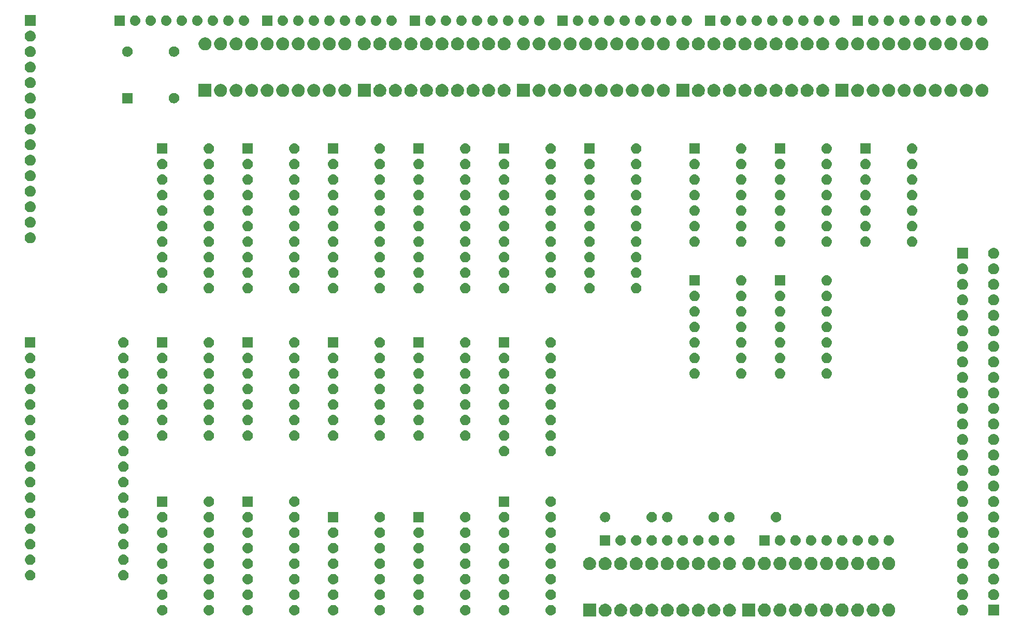
<source format=gbs>
G04 #@! TF.GenerationSoftware,KiCad,Pcbnew,5.0.2+dfsg1-1*
G04 #@! TF.CreationDate,2019-08-16T15:32:43+02:00*
G04 #@! TF.ProjectId,Controller,436f6e74-726f-46c6-9c65-722e6b696361,rev?*
G04 #@! TF.SameCoordinates,Original*
G04 #@! TF.FileFunction,Soldermask,Bot*
G04 #@! TF.FilePolarity,Negative*
%FSLAX46Y46*%
G04 Gerber Fmt 4.6, Leading zero omitted, Abs format (unit mm)*
G04 Created by KiCad (PCBNEW 5.0.2+dfsg1-1) date vr 16 aug 2019 15:32:43 CEST*
%MOMM*%
%LPD*%
G01*
G04 APERTURE LIST*
%ADD10C,0.100000*%
G04 APERTURE END LIST*
D10*
G36*
X119812000Y-130607000D02*
X117678000Y-130607000D01*
X117678000Y-128473000D01*
X119812000Y-128473000D01*
X119812000Y-130607000D01*
X119812000Y-130607000D01*
G37*
G36*
X121596231Y-128514003D02*
X121790415Y-128594437D01*
X121965176Y-128711209D01*
X122113791Y-128859824D01*
X122230563Y-129034585D01*
X122310997Y-129228769D01*
X122352000Y-129434908D01*
X122352000Y-129645092D01*
X122310997Y-129851231D01*
X122230563Y-130045415D01*
X122113791Y-130220176D01*
X121965176Y-130368791D01*
X121790415Y-130485563D01*
X121596231Y-130565997D01*
X121390092Y-130607000D01*
X121179908Y-130607000D01*
X120973769Y-130565997D01*
X120779585Y-130485563D01*
X120604824Y-130368791D01*
X120456209Y-130220176D01*
X120339437Y-130045415D01*
X120259003Y-129851231D01*
X120218000Y-129645092D01*
X120218000Y-129434908D01*
X120259003Y-129228769D01*
X120339437Y-129034585D01*
X120456209Y-128859824D01*
X120604824Y-128711209D01*
X120779585Y-128594437D01*
X120973769Y-128514003D01*
X121179908Y-128473000D01*
X121390092Y-128473000D01*
X121596231Y-128514003D01*
X121596231Y-128514003D01*
G37*
G36*
X124136231Y-128514003D02*
X124330415Y-128594437D01*
X124505176Y-128711209D01*
X124653791Y-128859824D01*
X124770563Y-129034585D01*
X124850997Y-129228769D01*
X124892000Y-129434908D01*
X124892000Y-129645092D01*
X124850997Y-129851231D01*
X124770563Y-130045415D01*
X124653791Y-130220176D01*
X124505176Y-130368791D01*
X124330415Y-130485563D01*
X124136231Y-130565997D01*
X123930092Y-130607000D01*
X123719908Y-130607000D01*
X123513769Y-130565997D01*
X123319585Y-130485563D01*
X123144824Y-130368791D01*
X122996209Y-130220176D01*
X122879437Y-130045415D01*
X122799003Y-129851231D01*
X122758000Y-129645092D01*
X122758000Y-129434908D01*
X122799003Y-129228769D01*
X122879437Y-129034585D01*
X122996209Y-128859824D01*
X123144824Y-128711209D01*
X123319585Y-128594437D01*
X123513769Y-128514003D01*
X123719908Y-128473000D01*
X123930092Y-128473000D01*
X124136231Y-128514003D01*
X124136231Y-128514003D01*
G37*
G36*
X126676231Y-128514003D02*
X126870415Y-128594437D01*
X127045176Y-128711209D01*
X127193791Y-128859824D01*
X127310563Y-129034585D01*
X127390997Y-129228769D01*
X127432000Y-129434908D01*
X127432000Y-129645092D01*
X127390997Y-129851231D01*
X127310563Y-130045415D01*
X127193791Y-130220176D01*
X127045176Y-130368791D01*
X126870415Y-130485563D01*
X126676231Y-130565997D01*
X126470092Y-130607000D01*
X126259908Y-130607000D01*
X126053769Y-130565997D01*
X125859585Y-130485563D01*
X125684824Y-130368791D01*
X125536209Y-130220176D01*
X125419437Y-130045415D01*
X125339003Y-129851231D01*
X125298000Y-129645092D01*
X125298000Y-129434908D01*
X125339003Y-129228769D01*
X125419437Y-129034585D01*
X125536209Y-128859824D01*
X125684824Y-128711209D01*
X125859585Y-128594437D01*
X126053769Y-128514003D01*
X126259908Y-128473000D01*
X126470092Y-128473000D01*
X126676231Y-128514003D01*
X126676231Y-128514003D01*
G37*
G36*
X129216231Y-128514003D02*
X129410415Y-128594437D01*
X129585176Y-128711209D01*
X129733791Y-128859824D01*
X129850563Y-129034585D01*
X129930997Y-129228769D01*
X129972000Y-129434908D01*
X129972000Y-129645092D01*
X129930997Y-129851231D01*
X129850563Y-130045415D01*
X129733791Y-130220176D01*
X129585176Y-130368791D01*
X129410415Y-130485563D01*
X129216231Y-130565997D01*
X129010092Y-130607000D01*
X128799908Y-130607000D01*
X128593769Y-130565997D01*
X128399585Y-130485563D01*
X128224824Y-130368791D01*
X128076209Y-130220176D01*
X127959437Y-130045415D01*
X127879003Y-129851231D01*
X127838000Y-129645092D01*
X127838000Y-129434908D01*
X127879003Y-129228769D01*
X127959437Y-129034585D01*
X128076209Y-128859824D01*
X128224824Y-128711209D01*
X128399585Y-128594437D01*
X128593769Y-128514003D01*
X128799908Y-128473000D01*
X129010092Y-128473000D01*
X129216231Y-128514003D01*
X129216231Y-128514003D01*
G37*
G36*
X131756231Y-128514003D02*
X131950415Y-128594437D01*
X132125176Y-128711209D01*
X132273791Y-128859824D01*
X132390563Y-129034585D01*
X132470997Y-129228769D01*
X132512000Y-129434908D01*
X132512000Y-129645092D01*
X132470997Y-129851231D01*
X132390563Y-130045415D01*
X132273791Y-130220176D01*
X132125176Y-130368791D01*
X131950415Y-130485563D01*
X131756231Y-130565997D01*
X131550092Y-130607000D01*
X131339908Y-130607000D01*
X131133769Y-130565997D01*
X130939585Y-130485563D01*
X130764824Y-130368791D01*
X130616209Y-130220176D01*
X130499437Y-130045415D01*
X130419003Y-129851231D01*
X130378000Y-129645092D01*
X130378000Y-129434908D01*
X130419003Y-129228769D01*
X130499437Y-129034585D01*
X130616209Y-128859824D01*
X130764824Y-128711209D01*
X130939585Y-128594437D01*
X131133769Y-128514003D01*
X131339908Y-128473000D01*
X131550092Y-128473000D01*
X131756231Y-128514003D01*
X131756231Y-128514003D01*
G37*
G36*
X134296231Y-128514003D02*
X134490415Y-128594437D01*
X134665176Y-128711209D01*
X134813791Y-128859824D01*
X134930563Y-129034585D01*
X135010997Y-129228769D01*
X135052000Y-129434908D01*
X135052000Y-129645092D01*
X135010997Y-129851231D01*
X134930563Y-130045415D01*
X134813791Y-130220176D01*
X134665176Y-130368791D01*
X134490415Y-130485563D01*
X134296231Y-130565997D01*
X134090092Y-130607000D01*
X133879908Y-130607000D01*
X133673769Y-130565997D01*
X133479585Y-130485563D01*
X133304824Y-130368791D01*
X133156209Y-130220176D01*
X133039437Y-130045415D01*
X132959003Y-129851231D01*
X132918000Y-129645092D01*
X132918000Y-129434908D01*
X132959003Y-129228769D01*
X133039437Y-129034585D01*
X133156209Y-128859824D01*
X133304824Y-128711209D01*
X133479585Y-128594437D01*
X133673769Y-128514003D01*
X133879908Y-128473000D01*
X134090092Y-128473000D01*
X134296231Y-128514003D01*
X134296231Y-128514003D01*
G37*
G36*
X136836231Y-128514003D02*
X137030415Y-128594437D01*
X137205176Y-128711209D01*
X137353791Y-128859824D01*
X137470563Y-129034585D01*
X137550997Y-129228769D01*
X137592000Y-129434908D01*
X137592000Y-129645092D01*
X137550997Y-129851231D01*
X137470563Y-130045415D01*
X137353791Y-130220176D01*
X137205176Y-130368791D01*
X137030415Y-130485563D01*
X136836231Y-130565997D01*
X136630092Y-130607000D01*
X136419908Y-130607000D01*
X136213769Y-130565997D01*
X136019585Y-130485563D01*
X135844824Y-130368791D01*
X135696209Y-130220176D01*
X135579437Y-130045415D01*
X135499003Y-129851231D01*
X135458000Y-129645092D01*
X135458000Y-129434908D01*
X135499003Y-129228769D01*
X135579437Y-129034585D01*
X135696209Y-128859824D01*
X135844824Y-128711209D01*
X136019585Y-128594437D01*
X136213769Y-128514003D01*
X136419908Y-128473000D01*
X136630092Y-128473000D01*
X136836231Y-128514003D01*
X136836231Y-128514003D01*
G37*
G36*
X141916231Y-128514003D02*
X142110415Y-128594437D01*
X142285176Y-128711209D01*
X142433791Y-128859824D01*
X142550563Y-129034585D01*
X142630997Y-129228769D01*
X142672000Y-129434908D01*
X142672000Y-129645092D01*
X142630997Y-129851231D01*
X142550563Y-130045415D01*
X142433791Y-130220176D01*
X142285176Y-130368791D01*
X142110415Y-130485563D01*
X141916231Y-130565997D01*
X141710092Y-130607000D01*
X141499908Y-130607000D01*
X141293769Y-130565997D01*
X141099585Y-130485563D01*
X140924824Y-130368791D01*
X140776209Y-130220176D01*
X140659437Y-130045415D01*
X140579003Y-129851231D01*
X140538000Y-129645092D01*
X140538000Y-129434908D01*
X140579003Y-129228769D01*
X140659437Y-129034585D01*
X140776209Y-128859824D01*
X140924824Y-128711209D01*
X141099585Y-128594437D01*
X141293769Y-128514003D01*
X141499908Y-128473000D01*
X141710092Y-128473000D01*
X141916231Y-128514003D01*
X141916231Y-128514003D01*
G37*
G36*
X139376231Y-128514003D02*
X139570415Y-128594437D01*
X139745176Y-128711209D01*
X139893791Y-128859824D01*
X140010563Y-129034585D01*
X140090997Y-129228769D01*
X140132000Y-129434908D01*
X140132000Y-129645092D01*
X140090997Y-129851231D01*
X140010563Y-130045415D01*
X139893791Y-130220176D01*
X139745176Y-130368791D01*
X139570415Y-130485563D01*
X139376231Y-130565997D01*
X139170092Y-130607000D01*
X138959908Y-130607000D01*
X138753769Y-130565997D01*
X138559585Y-130485563D01*
X138384824Y-130368791D01*
X138236209Y-130220176D01*
X138119437Y-130045415D01*
X138039003Y-129851231D01*
X137998000Y-129645092D01*
X137998000Y-129434908D01*
X138039003Y-129228769D01*
X138119437Y-129034585D01*
X138236209Y-128859824D01*
X138384824Y-128711209D01*
X138559585Y-128594437D01*
X138753769Y-128514003D01*
X138959908Y-128473000D01*
X139170092Y-128473000D01*
X139376231Y-128514003D01*
X139376231Y-128514003D01*
G37*
G36*
X145847000Y-130589000D02*
X143713000Y-130589000D01*
X143713000Y-128455000D01*
X145847000Y-128455000D01*
X145847000Y-130589000D01*
X145847000Y-130589000D01*
G37*
G36*
X147631231Y-128496003D02*
X147825415Y-128576437D01*
X148000176Y-128693209D01*
X148148791Y-128841824D01*
X148265563Y-129016585D01*
X148345997Y-129210769D01*
X148387000Y-129416908D01*
X148387000Y-129627092D01*
X148345997Y-129833231D01*
X148265563Y-130027415D01*
X148148791Y-130202176D01*
X148000176Y-130350791D01*
X147825415Y-130467563D01*
X147631231Y-130547997D01*
X147425092Y-130589000D01*
X147214908Y-130589000D01*
X147008769Y-130547997D01*
X146814585Y-130467563D01*
X146639824Y-130350791D01*
X146491209Y-130202176D01*
X146374437Y-130027415D01*
X146294003Y-129833231D01*
X146253000Y-129627092D01*
X146253000Y-129416908D01*
X146294003Y-129210769D01*
X146374437Y-129016585D01*
X146491209Y-128841824D01*
X146639824Y-128693209D01*
X146814585Y-128576437D01*
X147008769Y-128496003D01*
X147214908Y-128455000D01*
X147425092Y-128455000D01*
X147631231Y-128496003D01*
X147631231Y-128496003D01*
G37*
G36*
X150171231Y-128496003D02*
X150365415Y-128576437D01*
X150540176Y-128693209D01*
X150688791Y-128841824D01*
X150805563Y-129016585D01*
X150885997Y-129210769D01*
X150927000Y-129416908D01*
X150927000Y-129627092D01*
X150885997Y-129833231D01*
X150805563Y-130027415D01*
X150688791Y-130202176D01*
X150540176Y-130350791D01*
X150365415Y-130467563D01*
X150171231Y-130547997D01*
X149965092Y-130589000D01*
X149754908Y-130589000D01*
X149548769Y-130547997D01*
X149354585Y-130467563D01*
X149179824Y-130350791D01*
X149031209Y-130202176D01*
X148914437Y-130027415D01*
X148834003Y-129833231D01*
X148793000Y-129627092D01*
X148793000Y-129416908D01*
X148834003Y-129210769D01*
X148914437Y-129016585D01*
X149031209Y-128841824D01*
X149179824Y-128693209D01*
X149354585Y-128576437D01*
X149548769Y-128496003D01*
X149754908Y-128455000D01*
X149965092Y-128455000D01*
X150171231Y-128496003D01*
X150171231Y-128496003D01*
G37*
G36*
X152711231Y-128496003D02*
X152905415Y-128576437D01*
X153080176Y-128693209D01*
X153228791Y-128841824D01*
X153345563Y-129016585D01*
X153425997Y-129210769D01*
X153467000Y-129416908D01*
X153467000Y-129627092D01*
X153425997Y-129833231D01*
X153345563Y-130027415D01*
X153228791Y-130202176D01*
X153080176Y-130350791D01*
X152905415Y-130467563D01*
X152711231Y-130547997D01*
X152505092Y-130589000D01*
X152294908Y-130589000D01*
X152088769Y-130547997D01*
X151894585Y-130467563D01*
X151719824Y-130350791D01*
X151571209Y-130202176D01*
X151454437Y-130027415D01*
X151374003Y-129833231D01*
X151333000Y-129627092D01*
X151333000Y-129416908D01*
X151374003Y-129210769D01*
X151454437Y-129016585D01*
X151571209Y-128841824D01*
X151719824Y-128693209D01*
X151894585Y-128576437D01*
X152088769Y-128496003D01*
X152294908Y-128455000D01*
X152505092Y-128455000D01*
X152711231Y-128496003D01*
X152711231Y-128496003D01*
G37*
G36*
X155251231Y-128496003D02*
X155445415Y-128576437D01*
X155620176Y-128693209D01*
X155768791Y-128841824D01*
X155885563Y-129016585D01*
X155965997Y-129210769D01*
X156007000Y-129416908D01*
X156007000Y-129627092D01*
X155965997Y-129833231D01*
X155885563Y-130027415D01*
X155768791Y-130202176D01*
X155620176Y-130350791D01*
X155445415Y-130467563D01*
X155251231Y-130547997D01*
X155045092Y-130589000D01*
X154834908Y-130589000D01*
X154628769Y-130547997D01*
X154434585Y-130467563D01*
X154259824Y-130350791D01*
X154111209Y-130202176D01*
X153994437Y-130027415D01*
X153914003Y-129833231D01*
X153873000Y-129627092D01*
X153873000Y-129416908D01*
X153914003Y-129210769D01*
X153994437Y-129016585D01*
X154111209Y-128841824D01*
X154259824Y-128693209D01*
X154434585Y-128576437D01*
X154628769Y-128496003D01*
X154834908Y-128455000D01*
X155045092Y-128455000D01*
X155251231Y-128496003D01*
X155251231Y-128496003D01*
G37*
G36*
X160331231Y-128496003D02*
X160525415Y-128576437D01*
X160700176Y-128693209D01*
X160848791Y-128841824D01*
X160965563Y-129016585D01*
X161045997Y-129210769D01*
X161087000Y-129416908D01*
X161087000Y-129627092D01*
X161045997Y-129833231D01*
X160965563Y-130027415D01*
X160848791Y-130202176D01*
X160700176Y-130350791D01*
X160525415Y-130467563D01*
X160331231Y-130547997D01*
X160125092Y-130589000D01*
X159914908Y-130589000D01*
X159708769Y-130547997D01*
X159514585Y-130467563D01*
X159339824Y-130350791D01*
X159191209Y-130202176D01*
X159074437Y-130027415D01*
X158994003Y-129833231D01*
X158953000Y-129627092D01*
X158953000Y-129416908D01*
X158994003Y-129210769D01*
X159074437Y-129016585D01*
X159191209Y-128841824D01*
X159339824Y-128693209D01*
X159514585Y-128576437D01*
X159708769Y-128496003D01*
X159914908Y-128455000D01*
X160125092Y-128455000D01*
X160331231Y-128496003D01*
X160331231Y-128496003D01*
G37*
G36*
X167951231Y-128496003D02*
X168145415Y-128576437D01*
X168320176Y-128693209D01*
X168468791Y-128841824D01*
X168585563Y-129016585D01*
X168665997Y-129210769D01*
X168707000Y-129416908D01*
X168707000Y-129627092D01*
X168665997Y-129833231D01*
X168585563Y-130027415D01*
X168468791Y-130202176D01*
X168320176Y-130350791D01*
X168145415Y-130467563D01*
X167951231Y-130547997D01*
X167745092Y-130589000D01*
X167534908Y-130589000D01*
X167328769Y-130547997D01*
X167134585Y-130467563D01*
X166959824Y-130350791D01*
X166811209Y-130202176D01*
X166694437Y-130027415D01*
X166614003Y-129833231D01*
X166573000Y-129627092D01*
X166573000Y-129416908D01*
X166614003Y-129210769D01*
X166694437Y-129016585D01*
X166811209Y-128841824D01*
X166959824Y-128693209D01*
X167134585Y-128576437D01*
X167328769Y-128496003D01*
X167534908Y-128455000D01*
X167745092Y-128455000D01*
X167951231Y-128496003D01*
X167951231Y-128496003D01*
G37*
G36*
X162871231Y-128496003D02*
X163065415Y-128576437D01*
X163240176Y-128693209D01*
X163388791Y-128841824D01*
X163505563Y-129016585D01*
X163585997Y-129210769D01*
X163627000Y-129416908D01*
X163627000Y-129627092D01*
X163585997Y-129833231D01*
X163505563Y-130027415D01*
X163388791Y-130202176D01*
X163240176Y-130350791D01*
X163065415Y-130467563D01*
X162871231Y-130547997D01*
X162665092Y-130589000D01*
X162454908Y-130589000D01*
X162248769Y-130547997D01*
X162054585Y-130467563D01*
X161879824Y-130350791D01*
X161731209Y-130202176D01*
X161614437Y-130027415D01*
X161534003Y-129833231D01*
X161493000Y-129627092D01*
X161493000Y-129416908D01*
X161534003Y-129210769D01*
X161614437Y-129016585D01*
X161731209Y-128841824D01*
X161879824Y-128693209D01*
X162054585Y-128576437D01*
X162248769Y-128496003D01*
X162454908Y-128455000D01*
X162665092Y-128455000D01*
X162871231Y-128496003D01*
X162871231Y-128496003D01*
G37*
G36*
X165411231Y-128496003D02*
X165605415Y-128576437D01*
X165780176Y-128693209D01*
X165928791Y-128841824D01*
X166045563Y-129016585D01*
X166125997Y-129210769D01*
X166167000Y-129416908D01*
X166167000Y-129627092D01*
X166125997Y-129833231D01*
X166045563Y-130027415D01*
X165928791Y-130202176D01*
X165780176Y-130350791D01*
X165605415Y-130467563D01*
X165411231Y-130547997D01*
X165205092Y-130589000D01*
X164994908Y-130589000D01*
X164788769Y-130547997D01*
X164594585Y-130467563D01*
X164419824Y-130350791D01*
X164271209Y-130202176D01*
X164154437Y-130027415D01*
X164074003Y-129833231D01*
X164033000Y-129627092D01*
X164033000Y-129416908D01*
X164074003Y-129210769D01*
X164154437Y-129016585D01*
X164271209Y-128841824D01*
X164419824Y-128693209D01*
X164594585Y-128576437D01*
X164788769Y-128496003D01*
X164994908Y-128455000D01*
X165205092Y-128455000D01*
X165411231Y-128496003D01*
X165411231Y-128496003D01*
G37*
G36*
X157791231Y-128496003D02*
X157985415Y-128576437D01*
X158160176Y-128693209D01*
X158308791Y-128841824D01*
X158425563Y-129016585D01*
X158505997Y-129210769D01*
X158547000Y-129416908D01*
X158547000Y-129627092D01*
X158505997Y-129833231D01*
X158425563Y-130027415D01*
X158308791Y-130202176D01*
X158160176Y-130350791D01*
X157985415Y-130467563D01*
X157791231Y-130547997D01*
X157585092Y-130589000D01*
X157374908Y-130589000D01*
X157168769Y-130547997D01*
X156974585Y-130467563D01*
X156799824Y-130350791D01*
X156651209Y-130202176D01*
X156534437Y-130027415D01*
X156454003Y-129833231D01*
X156413000Y-129627092D01*
X156413000Y-129416908D01*
X156454003Y-129210769D01*
X156534437Y-129016585D01*
X156651209Y-128841824D01*
X156799824Y-128693209D01*
X156974585Y-128576437D01*
X157168769Y-128496003D01*
X157374908Y-128455000D01*
X157585092Y-128455000D01*
X157791231Y-128496003D01*
X157791231Y-128496003D01*
G37*
G36*
X179815443Y-128645519D02*
X179881627Y-128652037D01*
X179994853Y-128686384D01*
X180051467Y-128703557D01*
X180138311Y-128749977D01*
X180207991Y-128787222D01*
X180243729Y-128816552D01*
X180345186Y-128899814D01*
X180428448Y-129001271D01*
X180457778Y-129037009D01*
X180457779Y-129037011D01*
X180541443Y-129193533D01*
X180558616Y-129250147D01*
X180592963Y-129363373D01*
X180610359Y-129540000D01*
X180592963Y-129716627D01*
X180558616Y-129829853D01*
X180541443Y-129886467D01*
X180472698Y-130015078D01*
X180457778Y-130042991D01*
X180428448Y-130078729D01*
X180345186Y-130180186D01*
X180243729Y-130263448D01*
X180207991Y-130292778D01*
X180207989Y-130292779D01*
X180051467Y-130376443D01*
X180044069Y-130378687D01*
X179881627Y-130427963D01*
X179815443Y-130434481D01*
X179749260Y-130441000D01*
X179660740Y-130441000D01*
X179594557Y-130434481D01*
X179528373Y-130427963D01*
X179365931Y-130378687D01*
X179358533Y-130376443D01*
X179202011Y-130292779D01*
X179202009Y-130292778D01*
X179166271Y-130263448D01*
X179064814Y-130180186D01*
X178981552Y-130078729D01*
X178952222Y-130042991D01*
X178937302Y-130015078D01*
X178868557Y-129886467D01*
X178851384Y-129829853D01*
X178817037Y-129716627D01*
X178799641Y-129540000D01*
X178817037Y-129363373D01*
X178851384Y-129250147D01*
X178868557Y-129193533D01*
X178952221Y-129037011D01*
X178952222Y-129037009D01*
X178981552Y-129001271D01*
X179064814Y-128899814D01*
X179166271Y-128816552D01*
X179202009Y-128787222D01*
X179271689Y-128749977D01*
X179358533Y-128703557D01*
X179415147Y-128686384D01*
X179528373Y-128652037D01*
X179594557Y-128645519D01*
X179660740Y-128639000D01*
X179749260Y-128639000D01*
X179815443Y-128645519D01*
X179815443Y-128645519D01*
G37*
G36*
X185686000Y-130441000D02*
X183884000Y-130441000D01*
X183884000Y-128639000D01*
X185686000Y-128639000D01*
X185686000Y-130441000D01*
X185686000Y-130441000D01*
G37*
G36*
X90971821Y-128701313D02*
X90971824Y-128701314D01*
X90971825Y-128701314D01*
X91132239Y-128749975D01*
X91132241Y-128749976D01*
X91132244Y-128749977D01*
X91280078Y-128828995D01*
X91409659Y-128935341D01*
X91516005Y-129064922D01*
X91595023Y-129212756D01*
X91595024Y-129212759D01*
X91595025Y-129212761D01*
X91640713Y-129363375D01*
X91643687Y-129373179D01*
X91660117Y-129540000D01*
X91643687Y-129706821D01*
X91643686Y-129706824D01*
X91643686Y-129706825D01*
X91599881Y-129851232D01*
X91595023Y-129867244D01*
X91516005Y-130015078D01*
X91409659Y-130144659D01*
X91280078Y-130251005D01*
X91132244Y-130330023D01*
X91132241Y-130330024D01*
X91132239Y-130330025D01*
X90971825Y-130378686D01*
X90971824Y-130378686D01*
X90971821Y-130378687D01*
X90846804Y-130391000D01*
X90763196Y-130391000D01*
X90638179Y-130378687D01*
X90638176Y-130378686D01*
X90638175Y-130378686D01*
X90477761Y-130330025D01*
X90477759Y-130330024D01*
X90477756Y-130330023D01*
X90329922Y-130251005D01*
X90200341Y-130144659D01*
X90093995Y-130015078D01*
X90014977Y-129867244D01*
X90010120Y-129851232D01*
X89966314Y-129706825D01*
X89966314Y-129706824D01*
X89966313Y-129706821D01*
X89949883Y-129540000D01*
X89966313Y-129373179D01*
X89969287Y-129363375D01*
X90014975Y-129212761D01*
X90014976Y-129212759D01*
X90014977Y-129212756D01*
X90093995Y-129064922D01*
X90200341Y-128935341D01*
X90329922Y-128828995D01*
X90477756Y-128749977D01*
X90477759Y-128749976D01*
X90477761Y-128749975D01*
X90638175Y-128701314D01*
X90638176Y-128701314D01*
X90638179Y-128701313D01*
X90763196Y-128689000D01*
X90846804Y-128689000D01*
X90971821Y-128701313D01*
X90971821Y-128701313D01*
G37*
G36*
X104941821Y-128701313D02*
X104941824Y-128701314D01*
X104941825Y-128701314D01*
X105102239Y-128749975D01*
X105102241Y-128749976D01*
X105102244Y-128749977D01*
X105250078Y-128828995D01*
X105379659Y-128935341D01*
X105486005Y-129064922D01*
X105565023Y-129212756D01*
X105565024Y-129212759D01*
X105565025Y-129212761D01*
X105610713Y-129363375D01*
X105613687Y-129373179D01*
X105630117Y-129540000D01*
X105613687Y-129706821D01*
X105613686Y-129706824D01*
X105613686Y-129706825D01*
X105569881Y-129851232D01*
X105565023Y-129867244D01*
X105486005Y-130015078D01*
X105379659Y-130144659D01*
X105250078Y-130251005D01*
X105102244Y-130330023D01*
X105102241Y-130330024D01*
X105102239Y-130330025D01*
X104941825Y-130378686D01*
X104941824Y-130378686D01*
X104941821Y-130378687D01*
X104816804Y-130391000D01*
X104733196Y-130391000D01*
X104608179Y-130378687D01*
X104608176Y-130378686D01*
X104608175Y-130378686D01*
X104447761Y-130330025D01*
X104447759Y-130330024D01*
X104447756Y-130330023D01*
X104299922Y-130251005D01*
X104170341Y-130144659D01*
X104063995Y-130015078D01*
X103984977Y-129867244D01*
X103980120Y-129851232D01*
X103936314Y-129706825D01*
X103936314Y-129706824D01*
X103936313Y-129706821D01*
X103919883Y-129540000D01*
X103936313Y-129373179D01*
X103939287Y-129363375D01*
X103984975Y-129212761D01*
X103984976Y-129212759D01*
X103984977Y-129212756D01*
X104063995Y-129064922D01*
X104170341Y-128935341D01*
X104299922Y-128828995D01*
X104447756Y-128749977D01*
X104447759Y-128749976D01*
X104447761Y-128749975D01*
X104608175Y-128701314D01*
X104608176Y-128701314D01*
X104608179Y-128701313D01*
X104733196Y-128689000D01*
X104816804Y-128689000D01*
X104941821Y-128701313D01*
X104941821Y-128701313D01*
G37*
G36*
X84621821Y-128701313D02*
X84621824Y-128701314D01*
X84621825Y-128701314D01*
X84782239Y-128749975D01*
X84782241Y-128749976D01*
X84782244Y-128749977D01*
X84930078Y-128828995D01*
X85059659Y-128935341D01*
X85166005Y-129064922D01*
X85245023Y-129212756D01*
X85245024Y-129212759D01*
X85245025Y-129212761D01*
X85290713Y-129363375D01*
X85293687Y-129373179D01*
X85310117Y-129540000D01*
X85293687Y-129706821D01*
X85293686Y-129706824D01*
X85293686Y-129706825D01*
X85249881Y-129851232D01*
X85245023Y-129867244D01*
X85166005Y-130015078D01*
X85059659Y-130144659D01*
X84930078Y-130251005D01*
X84782244Y-130330023D01*
X84782241Y-130330024D01*
X84782239Y-130330025D01*
X84621825Y-130378686D01*
X84621824Y-130378686D01*
X84621821Y-130378687D01*
X84496804Y-130391000D01*
X84413196Y-130391000D01*
X84288179Y-130378687D01*
X84288176Y-130378686D01*
X84288175Y-130378686D01*
X84127761Y-130330025D01*
X84127759Y-130330024D01*
X84127756Y-130330023D01*
X83979922Y-130251005D01*
X83850341Y-130144659D01*
X83743995Y-130015078D01*
X83664977Y-129867244D01*
X83660120Y-129851232D01*
X83616314Y-129706825D01*
X83616314Y-129706824D01*
X83616313Y-129706821D01*
X83599883Y-129540000D01*
X83616313Y-129373179D01*
X83619287Y-129363375D01*
X83664975Y-129212761D01*
X83664976Y-129212759D01*
X83664977Y-129212756D01*
X83743995Y-129064922D01*
X83850341Y-128935341D01*
X83979922Y-128828995D01*
X84127756Y-128749977D01*
X84127759Y-128749976D01*
X84127761Y-128749975D01*
X84288175Y-128701314D01*
X84288176Y-128701314D01*
X84288179Y-128701313D01*
X84413196Y-128689000D01*
X84496804Y-128689000D01*
X84621821Y-128701313D01*
X84621821Y-128701313D01*
G37*
G36*
X77001821Y-128701313D02*
X77001824Y-128701314D01*
X77001825Y-128701314D01*
X77162239Y-128749975D01*
X77162241Y-128749976D01*
X77162244Y-128749977D01*
X77310078Y-128828995D01*
X77439659Y-128935341D01*
X77546005Y-129064922D01*
X77625023Y-129212756D01*
X77625024Y-129212759D01*
X77625025Y-129212761D01*
X77670713Y-129363375D01*
X77673687Y-129373179D01*
X77690117Y-129540000D01*
X77673687Y-129706821D01*
X77673686Y-129706824D01*
X77673686Y-129706825D01*
X77629881Y-129851232D01*
X77625023Y-129867244D01*
X77546005Y-130015078D01*
X77439659Y-130144659D01*
X77310078Y-130251005D01*
X77162244Y-130330023D01*
X77162241Y-130330024D01*
X77162239Y-130330025D01*
X77001825Y-130378686D01*
X77001824Y-130378686D01*
X77001821Y-130378687D01*
X76876804Y-130391000D01*
X76793196Y-130391000D01*
X76668179Y-130378687D01*
X76668176Y-130378686D01*
X76668175Y-130378686D01*
X76507761Y-130330025D01*
X76507759Y-130330024D01*
X76507756Y-130330023D01*
X76359922Y-130251005D01*
X76230341Y-130144659D01*
X76123995Y-130015078D01*
X76044977Y-129867244D01*
X76040120Y-129851232D01*
X75996314Y-129706825D01*
X75996314Y-129706824D01*
X75996313Y-129706821D01*
X75979883Y-129540000D01*
X75996313Y-129373179D01*
X75999287Y-129363375D01*
X76044975Y-129212761D01*
X76044976Y-129212759D01*
X76044977Y-129212756D01*
X76123995Y-129064922D01*
X76230341Y-128935341D01*
X76359922Y-128828995D01*
X76507756Y-128749977D01*
X76507759Y-128749976D01*
X76507761Y-128749975D01*
X76668175Y-128701314D01*
X76668176Y-128701314D01*
X76668179Y-128701313D01*
X76793196Y-128689000D01*
X76876804Y-128689000D01*
X77001821Y-128701313D01*
X77001821Y-128701313D01*
G37*
G36*
X98591821Y-128701313D02*
X98591824Y-128701314D01*
X98591825Y-128701314D01*
X98752239Y-128749975D01*
X98752241Y-128749976D01*
X98752244Y-128749977D01*
X98900078Y-128828995D01*
X99029659Y-128935341D01*
X99136005Y-129064922D01*
X99215023Y-129212756D01*
X99215024Y-129212759D01*
X99215025Y-129212761D01*
X99260713Y-129363375D01*
X99263687Y-129373179D01*
X99280117Y-129540000D01*
X99263687Y-129706821D01*
X99263686Y-129706824D01*
X99263686Y-129706825D01*
X99219881Y-129851232D01*
X99215023Y-129867244D01*
X99136005Y-130015078D01*
X99029659Y-130144659D01*
X98900078Y-130251005D01*
X98752244Y-130330023D01*
X98752241Y-130330024D01*
X98752239Y-130330025D01*
X98591825Y-130378686D01*
X98591824Y-130378686D01*
X98591821Y-130378687D01*
X98466804Y-130391000D01*
X98383196Y-130391000D01*
X98258179Y-130378687D01*
X98258176Y-130378686D01*
X98258175Y-130378686D01*
X98097761Y-130330025D01*
X98097759Y-130330024D01*
X98097756Y-130330023D01*
X97949922Y-130251005D01*
X97820341Y-130144659D01*
X97713995Y-130015078D01*
X97634977Y-129867244D01*
X97630120Y-129851232D01*
X97586314Y-129706825D01*
X97586314Y-129706824D01*
X97586313Y-129706821D01*
X97569883Y-129540000D01*
X97586313Y-129373179D01*
X97589287Y-129363375D01*
X97634975Y-129212761D01*
X97634976Y-129212759D01*
X97634977Y-129212756D01*
X97713995Y-129064922D01*
X97820341Y-128935341D01*
X97949922Y-128828995D01*
X98097756Y-128749977D01*
X98097759Y-128749976D01*
X98097761Y-128749975D01*
X98258175Y-128701314D01*
X98258176Y-128701314D01*
X98258179Y-128701313D01*
X98383196Y-128689000D01*
X98466804Y-128689000D01*
X98591821Y-128701313D01*
X98591821Y-128701313D01*
G37*
G36*
X49061821Y-128701313D02*
X49061824Y-128701314D01*
X49061825Y-128701314D01*
X49222239Y-128749975D01*
X49222241Y-128749976D01*
X49222244Y-128749977D01*
X49370078Y-128828995D01*
X49499659Y-128935341D01*
X49606005Y-129064922D01*
X49685023Y-129212756D01*
X49685024Y-129212759D01*
X49685025Y-129212761D01*
X49730713Y-129363375D01*
X49733687Y-129373179D01*
X49750117Y-129540000D01*
X49733687Y-129706821D01*
X49733686Y-129706824D01*
X49733686Y-129706825D01*
X49689881Y-129851232D01*
X49685023Y-129867244D01*
X49606005Y-130015078D01*
X49499659Y-130144659D01*
X49370078Y-130251005D01*
X49222244Y-130330023D01*
X49222241Y-130330024D01*
X49222239Y-130330025D01*
X49061825Y-130378686D01*
X49061824Y-130378686D01*
X49061821Y-130378687D01*
X48936804Y-130391000D01*
X48853196Y-130391000D01*
X48728179Y-130378687D01*
X48728176Y-130378686D01*
X48728175Y-130378686D01*
X48567761Y-130330025D01*
X48567759Y-130330024D01*
X48567756Y-130330023D01*
X48419922Y-130251005D01*
X48290341Y-130144659D01*
X48183995Y-130015078D01*
X48104977Y-129867244D01*
X48100120Y-129851232D01*
X48056314Y-129706825D01*
X48056314Y-129706824D01*
X48056313Y-129706821D01*
X48039883Y-129540000D01*
X48056313Y-129373179D01*
X48059287Y-129363375D01*
X48104975Y-129212761D01*
X48104976Y-129212759D01*
X48104977Y-129212756D01*
X48183995Y-129064922D01*
X48290341Y-128935341D01*
X48419922Y-128828995D01*
X48567756Y-128749977D01*
X48567759Y-128749976D01*
X48567761Y-128749975D01*
X48728175Y-128701314D01*
X48728176Y-128701314D01*
X48728179Y-128701313D01*
X48853196Y-128689000D01*
X48936804Y-128689000D01*
X49061821Y-128701313D01*
X49061821Y-128701313D01*
G37*
G36*
X56681821Y-128701313D02*
X56681824Y-128701314D01*
X56681825Y-128701314D01*
X56842239Y-128749975D01*
X56842241Y-128749976D01*
X56842244Y-128749977D01*
X56990078Y-128828995D01*
X57119659Y-128935341D01*
X57226005Y-129064922D01*
X57305023Y-129212756D01*
X57305024Y-129212759D01*
X57305025Y-129212761D01*
X57350713Y-129363375D01*
X57353687Y-129373179D01*
X57370117Y-129540000D01*
X57353687Y-129706821D01*
X57353686Y-129706824D01*
X57353686Y-129706825D01*
X57309881Y-129851232D01*
X57305023Y-129867244D01*
X57226005Y-130015078D01*
X57119659Y-130144659D01*
X56990078Y-130251005D01*
X56842244Y-130330023D01*
X56842241Y-130330024D01*
X56842239Y-130330025D01*
X56681825Y-130378686D01*
X56681824Y-130378686D01*
X56681821Y-130378687D01*
X56556804Y-130391000D01*
X56473196Y-130391000D01*
X56348179Y-130378687D01*
X56348176Y-130378686D01*
X56348175Y-130378686D01*
X56187761Y-130330025D01*
X56187759Y-130330024D01*
X56187756Y-130330023D01*
X56039922Y-130251005D01*
X55910341Y-130144659D01*
X55803995Y-130015078D01*
X55724977Y-129867244D01*
X55720120Y-129851232D01*
X55676314Y-129706825D01*
X55676314Y-129706824D01*
X55676313Y-129706821D01*
X55659883Y-129540000D01*
X55676313Y-129373179D01*
X55679287Y-129363375D01*
X55724975Y-129212761D01*
X55724976Y-129212759D01*
X55724977Y-129212756D01*
X55803995Y-129064922D01*
X55910341Y-128935341D01*
X56039922Y-128828995D01*
X56187756Y-128749977D01*
X56187759Y-128749976D01*
X56187761Y-128749975D01*
X56348175Y-128701314D01*
X56348176Y-128701314D01*
X56348179Y-128701313D01*
X56473196Y-128689000D01*
X56556804Y-128689000D01*
X56681821Y-128701313D01*
X56681821Y-128701313D01*
G37*
G36*
X63031821Y-128701313D02*
X63031824Y-128701314D01*
X63031825Y-128701314D01*
X63192239Y-128749975D01*
X63192241Y-128749976D01*
X63192244Y-128749977D01*
X63340078Y-128828995D01*
X63469659Y-128935341D01*
X63576005Y-129064922D01*
X63655023Y-129212756D01*
X63655024Y-129212759D01*
X63655025Y-129212761D01*
X63700713Y-129363375D01*
X63703687Y-129373179D01*
X63720117Y-129540000D01*
X63703687Y-129706821D01*
X63703686Y-129706824D01*
X63703686Y-129706825D01*
X63659881Y-129851232D01*
X63655023Y-129867244D01*
X63576005Y-130015078D01*
X63469659Y-130144659D01*
X63340078Y-130251005D01*
X63192244Y-130330023D01*
X63192241Y-130330024D01*
X63192239Y-130330025D01*
X63031825Y-130378686D01*
X63031824Y-130378686D01*
X63031821Y-130378687D01*
X62906804Y-130391000D01*
X62823196Y-130391000D01*
X62698179Y-130378687D01*
X62698176Y-130378686D01*
X62698175Y-130378686D01*
X62537761Y-130330025D01*
X62537759Y-130330024D01*
X62537756Y-130330023D01*
X62389922Y-130251005D01*
X62260341Y-130144659D01*
X62153995Y-130015078D01*
X62074977Y-129867244D01*
X62070120Y-129851232D01*
X62026314Y-129706825D01*
X62026314Y-129706824D01*
X62026313Y-129706821D01*
X62009883Y-129540000D01*
X62026313Y-129373179D01*
X62029287Y-129363375D01*
X62074975Y-129212761D01*
X62074976Y-129212759D01*
X62074977Y-129212756D01*
X62153995Y-129064922D01*
X62260341Y-128935341D01*
X62389922Y-128828995D01*
X62537756Y-128749977D01*
X62537759Y-128749976D01*
X62537761Y-128749975D01*
X62698175Y-128701314D01*
X62698176Y-128701314D01*
X62698179Y-128701313D01*
X62823196Y-128689000D01*
X62906804Y-128689000D01*
X63031821Y-128701313D01*
X63031821Y-128701313D01*
G37*
G36*
X70651821Y-128701313D02*
X70651824Y-128701314D01*
X70651825Y-128701314D01*
X70812239Y-128749975D01*
X70812241Y-128749976D01*
X70812244Y-128749977D01*
X70960078Y-128828995D01*
X71089659Y-128935341D01*
X71196005Y-129064922D01*
X71275023Y-129212756D01*
X71275024Y-129212759D01*
X71275025Y-129212761D01*
X71320713Y-129363375D01*
X71323687Y-129373179D01*
X71340117Y-129540000D01*
X71323687Y-129706821D01*
X71323686Y-129706824D01*
X71323686Y-129706825D01*
X71279881Y-129851232D01*
X71275023Y-129867244D01*
X71196005Y-130015078D01*
X71089659Y-130144659D01*
X70960078Y-130251005D01*
X70812244Y-130330023D01*
X70812241Y-130330024D01*
X70812239Y-130330025D01*
X70651825Y-130378686D01*
X70651824Y-130378686D01*
X70651821Y-130378687D01*
X70526804Y-130391000D01*
X70443196Y-130391000D01*
X70318179Y-130378687D01*
X70318176Y-130378686D01*
X70318175Y-130378686D01*
X70157761Y-130330025D01*
X70157759Y-130330024D01*
X70157756Y-130330023D01*
X70009922Y-130251005D01*
X69880341Y-130144659D01*
X69773995Y-130015078D01*
X69694977Y-129867244D01*
X69690120Y-129851232D01*
X69646314Y-129706825D01*
X69646314Y-129706824D01*
X69646313Y-129706821D01*
X69629883Y-129540000D01*
X69646313Y-129373179D01*
X69649287Y-129363375D01*
X69694975Y-129212761D01*
X69694976Y-129212759D01*
X69694977Y-129212756D01*
X69773995Y-129064922D01*
X69880341Y-128935341D01*
X70009922Y-128828995D01*
X70157756Y-128749977D01*
X70157759Y-128749976D01*
X70157761Y-128749975D01*
X70318175Y-128701314D01*
X70318176Y-128701314D01*
X70318179Y-128701313D01*
X70443196Y-128689000D01*
X70526804Y-128689000D01*
X70651821Y-128701313D01*
X70651821Y-128701313D01*
G37*
G36*
X112561821Y-128701313D02*
X112561824Y-128701314D01*
X112561825Y-128701314D01*
X112722239Y-128749975D01*
X112722241Y-128749976D01*
X112722244Y-128749977D01*
X112870078Y-128828995D01*
X112999659Y-128935341D01*
X113106005Y-129064922D01*
X113185023Y-129212756D01*
X113185024Y-129212759D01*
X113185025Y-129212761D01*
X113230713Y-129363375D01*
X113233687Y-129373179D01*
X113250117Y-129540000D01*
X113233687Y-129706821D01*
X113233686Y-129706824D01*
X113233686Y-129706825D01*
X113189881Y-129851232D01*
X113185023Y-129867244D01*
X113106005Y-130015078D01*
X112999659Y-130144659D01*
X112870078Y-130251005D01*
X112722244Y-130330023D01*
X112722241Y-130330024D01*
X112722239Y-130330025D01*
X112561825Y-130378686D01*
X112561824Y-130378686D01*
X112561821Y-130378687D01*
X112436804Y-130391000D01*
X112353196Y-130391000D01*
X112228179Y-130378687D01*
X112228176Y-130378686D01*
X112228175Y-130378686D01*
X112067761Y-130330025D01*
X112067759Y-130330024D01*
X112067756Y-130330023D01*
X111919922Y-130251005D01*
X111790341Y-130144659D01*
X111683995Y-130015078D01*
X111604977Y-129867244D01*
X111600120Y-129851232D01*
X111556314Y-129706825D01*
X111556314Y-129706824D01*
X111556313Y-129706821D01*
X111539883Y-129540000D01*
X111556313Y-129373179D01*
X111559287Y-129363375D01*
X111604975Y-129212761D01*
X111604976Y-129212759D01*
X111604977Y-129212756D01*
X111683995Y-129064922D01*
X111790341Y-128935341D01*
X111919922Y-128828995D01*
X112067756Y-128749977D01*
X112067759Y-128749976D01*
X112067761Y-128749975D01*
X112228175Y-128701314D01*
X112228176Y-128701314D01*
X112228179Y-128701313D01*
X112353196Y-128689000D01*
X112436804Y-128689000D01*
X112561821Y-128701313D01*
X112561821Y-128701313D01*
G37*
G36*
X179815443Y-126105519D02*
X179881627Y-126112037D01*
X179994853Y-126146384D01*
X180051467Y-126163557D01*
X180138311Y-126209977D01*
X180207991Y-126247222D01*
X180243729Y-126276552D01*
X180345186Y-126359814D01*
X180428448Y-126461271D01*
X180457778Y-126497009D01*
X180457779Y-126497011D01*
X180541443Y-126653533D01*
X180558616Y-126710147D01*
X180592963Y-126823373D01*
X180610359Y-127000000D01*
X180592963Y-127176627D01*
X180558616Y-127289853D01*
X180541443Y-127346467D01*
X180472698Y-127475078D01*
X180457778Y-127502991D01*
X180428448Y-127538729D01*
X180345186Y-127640186D01*
X180243729Y-127723448D01*
X180207991Y-127752778D01*
X180207989Y-127752779D01*
X180051467Y-127836443D01*
X180044069Y-127838687D01*
X179881627Y-127887963D01*
X179815442Y-127894482D01*
X179749260Y-127901000D01*
X179660740Y-127901000D01*
X179594558Y-127894482D01*
X179528373Y-127887963D01*
X179365931Y-127838687D01*
X179358533Y-127836443D01*
X179202011Y-127752779D01*
X179202009Y-127752778D01*
X179166271Y-127723448D01*
X179064814Y-127640186D01*
X178981552Y-127538729D01*
X178952222Y-127502991D01*
X178937302Y-127475078D01*
X178868557Y-127346467D01*
X178851384Y-127289853D01*
X178817037Y-127176627D01*
X178799641Y-127000000D01*
X178817037Y-126823373D01*
X178851384Y-126710147D01*
X178868557Y-126653533D01*
X178952221Y-126497011D01*
X178952222Y-126497009D01*
X178981552Y-126461271D01*
X179064814Y-126359814D01*
X179166271Y-126276552D01*
X179202009Y-126247222D01*
X179271689Y-126209977D01*
X179358533Y-126163557D01*
X179415147Y-126146384D01*
X179528373Y-126112037D01*
X179594557Y-126105519D01*
X179660740Y-126099000D01*
X179749260Y-126099000D01*
X179815443Y-126105519D01*
X179815443Y-126105519D01*
G37*
G36*
X184895443Y-126105519D02*
X184961627Y-126112037D01*
X185074853Y-126146384D01*
X185131467Y-126163557D01*
X185218311Y-126209977D01*
X185287991Y-126247222D01*
X185323729Y-126276552D01*
X185425186Y-126359814D01*
X185508448Y-126461271D01*
X185537778Y-126497009D01*
X185537779Y-126497011D01*
X185621443Y-126653533D01*
X185638616Y-126710147D01*
X185672963Y-126823373D01*
X185690359Y-127000000D01*
X185672963Y-127176627D01*
X185638616Y-127289853D01*
X185621443Y-127346467D01*
X185552698Y-127475078D01*
X185537778Y-127502991D01*
X185508448Y-127538729D01*
X185425186Y-127640186D01*
X185323729Y-127723448D01*
X185287991Y-127752778D01*
X185287989Y-127752779D01*
X185131467Y-127836443D01*
X185124069Y-127838687D01*
X184961627Y-127887963D01*
X184895442Y-127894482D01*
X184829260Y-127901000D01*
X184740740Y-127901000D01*
X184674558Y-127894482D01*
X184608373Y-127887963D01*
X184445931Y-127838687D01*
X184438533Y-127836443D01*
X184282011Y-127752779D01*
X184282009Y-127752778D01*
X184246271Y-127723448D01*
X184144814Y-127640186D01*
X184061552Y-127538729D01*
X184032222Y-127502991D01*
X184017302Y-127475078D01*
X183948557Y-127346467D01*
X183931384Y-127289853D01*
X183897037Y-127176627D01*
X183879641Y-127000000D01*
X183897037Y-126823373D01*
X183931384Y-126710147D01*
X183948557Y-126653533D01*
X184032221Y-126497011D01*
X184032222Y-126497009D01*
X184061552Y-126461271D01*
X184144814Y-126359814D01*
X184246271Y-126276552D01*
X184282009Y-126247222D01*
X184351689Y-126209977D01*
X184438533Y-126163557D01*
X184495147Y-126146384D01*
X184608373Y-126112037D01*
X184674557Y-126105519D01*
X184740740Y-126099000D01*
X184829260Y-126099000D01*
X184895443Y-126105519D01*
X184895443Y-126105519D01*
G37*
G36*
X104941821Y-126161313D02*
X104941824Y-126161314D01*
X104941825Y-126161314D01*
X105102239Y-126209975D01*
X105102241Y-126209976D01*
X105102244Y-126209977D01*
X105250078Y-126288995D01*
X105379659Y-126395341D01*
X105486005Y-126524922D01*
X105565023Y-126672756D01*
X105565024Y-126672759D01*
X105565025Y-126672761D01*
X105610713Y-126823375D01*
X105613687Y-126833179D01*
X105630117Y-127000000D01*
X105613687Y-127166821D01*
X105613686Y-127166824D01*
X105613686Y-127166825D01*
X105610713Y-127176627D01*
X105565023Y-127327244D01*
X105486005Y-127475078D01*
X105379659Y-127604659D01*
X105250078Y-127711005D01*
X105102244Y-127790023D01*
X105102241Y-127790024D01*
X105102239Y-127790025D01*
X104941825Y-127838686D01*
X104941824Y-127838686D01*
X104941821Y-127838687D01*
X104816804Y-127851000D01*
X104733196Y-127851000D01*
X104608179Y-127838687D01*
X104608176Y-127838686D01*
X104608175Y-127838686D01*
X104447761Y-127790025D01*
X104447759Y-127790024D01*
X104447756Y-127790023D01*
X104299922Y-127711005D01*
X104170341Y-127604659D01*
X104063995Y-127475078D01*
X103984977Y-127327244D01*
X103939288Y-127176627D01*
X103936314Y-127166825D01*
X103936314Y-127166824D01*
X103936313Y-127166821D01*
X103919883Y-127000000D01*
X103936313Y-126833179D01*
X103939287Y-126823375D01*
X103984975Y-126672761D01*
X103984976Y-126672759D01*
X103984977Y-126672756D01*
X104063995Y-126524922D01*
X104170341Y-126395341D01*
X104299922Y-126288995D01*
X104447756Y-126209977D01*
X104447759Y-126209976D01*
X104447761Y-126209975D01*
X104608175Y-126161314D01*
X104608176Y-126161314D01*
X104608179Y-126161313D01*
X104733196Y-126149000D01*
X104816804Y-126149000D01*
X104941821Y-126161313D01*
X104941821Y-126161313D01*
G37*
G36*
X98591821Y-126161313D02*
X98591824Y-126161314D01*
X98591825Y-126161314D01*
X98752239Y-126209975D01*
X98752241Y-126209976D01*
X98752244Y-126209977D01*
X98900078Y-126288995D01*
X99029659Y-126395341D01*
X99136005Y-126524922D01*
X99215023Y-126672756D01*
X99215024Y-126672759D01*
X99215025Y-126672761D01*
X99260713Y-126823375D01*
X99263687Y-126833179D01*
X99280117Y-127000000D01*
X99263687Y-127166821D01*
X99263686Y-127166824D01*
X99263686Y-127166825D01*
X99260713Y-127176627D01*
X99215023Y-127327244D01*
X99136005Y-127475078D01*
X99029659Y-127604659D01*
X98900078Y-127711005D01*
X98752244Y-127790023D01*
X98752241Y-127790024D01*
X98752239Y-127790025D01*
X98591825Y-127838686D01*
X98591824Y-127838686D01*
X98591821Y-127838687D01*
X98466804Y-127851000D01*
X98383196Y-127851000D01*
X98258179Y-127838687D01*
X98258176Y-127838686D01*
X98258175Y-127838686D01*
X98097761Y-127790025D01*
X98097759Y-127790024D01*
X98097756Y-127790023D01*
X97949922Y-127711005D01*
X97820341Y-127604659D01*
X97713995Y-127475078D01*
X97634977Y-127327244D01*
X97589288Y-127176627D01*
X97586314Y-127166825D01*
X97586314Y-127166824D01*
X97586313Y-127166821D01*
X97569883Y-127000000D01*
X97586313Y-126833179D01*
X97589287Y-126823375D01*
X97634975Y-126672761D01*
X97634976Y-126672759D01*
X97634977Y-126672756D01*
X97713995Y-126524922D01*
X97820341Y-126395341D01*
X97949922Y-126288995D01*
X98097756Y-126209977D01*
X98097759Y-126209976D01*
X98097761Y-126209975D01*
X98258175Y-126161314D01*
X98258176Y-126161314D01*
X98258179Y-126161313D01*
X98383196Y-126149000D01*
X98466804Y-126149000D01*
X98591821Y-126161313D01*
X98591821Y-126161313D01*
G37*
G36*
X84621821Y-126161313D02*
X84621824Y-126161314D01*
X84621825Y-126161314D01*
X84782239Y-126209975D01*
X84782241Y-126209976D01*
X84782244Y-126209977D01*
X84930078Y-126288995D01*
X85059659Y-126395341D01*
X85166005Y-126524922D01*
X85245023Y-126672756D01*
X85245024Y-126672759D01*
X85245025Y-126672761D01*
X85290713Y-126823375D01*
X85293687Y-126833179D01*
X85310117Y-127000000D01*
X85293687Y-127166821D01*
X85293686Y-127166824D01*
X85293686Y-127166825D01*
X85290713Y-127176627D01*
X85245023Y-127327244D01*
X85166005Y-127475078D01*
X85059659Y-127604659D01*
X84930078Y-127711005D01*
X84782244Y-127790023D01*
X84782241Y-127790024D01*
X84782239Y-127790025D01*
X84621825Y-127838686D01*
X84621824Y-127838686D01*
X84621821Y-127838687D01*
X84496804Y-127851000D01*
X84413196Y-127851000D01*
X84288179Y-127838687D01*
X84288176Y-127838686D01*
X84288175Y-127838686D01*
X84127761Y-127790025D01*
X84127759Y-127790024D01*
X84127756Y-127790023D01*
X83979922Y-127711005D01*
X83850341Y-127604659D01*
X83743995Y-127475078D01*
X83664977Y-127327244D01*
X83619288Y-127176627D01*
X83616314Y-127166825D01*
X83616314Y-127166824D01*
X83616313Y-127166821D01*
X83599883Y-127000000D01*
X83616313Y-126833179D01*
X83619287Y-126823375D01*
X83664975Y-126672761D01*
X83664976Y-126672759D01*
X83664977Y-126672756D01*
X83743995Y-126524922D01*
X83850341Y-126395341D01*
X83979922Y-126288995D01*
X84127756Y-126209977D01*
X84127759Y-126209976D01*
X84127761Y-126209975D01*
X84288175Y-126161314D01*
X84288176Y-126161314D01*
X84288179Y-126161313D01*
X84413196Y-126149000D01*
X84496804Y-126149000D01*
X84621821Y-126161313D01*
X84621821Y-126161313D01*
G37*
G36*
X112561821Y-126161313D02*
X112561824Y-126161314D01*
X112561825Y-126161314D01*
X112722239Y-126209975D01*
X112722241Y-126209976D01*
X112722244Y-126209977D01*
X112870078Y-126288995D01*
X112999659Y-126395341D01*
X113106005Y-126524922D01*
X113185023Y-126672756D01*
X113185024Y-126672759D01*
X113185025Y-126672761D01*
X113230713Y-126823375D01*
X113233687Y-126833179D01*
X113250117Y-127000000D01*
X113233687Y-127166821D01*
X113233686Y-127166824D01*
X113233686Y-127166825D01*
X113230713Y-127176627D01*
X113185023Y-127327244D01*
X113106005Y-127475078D01*
X112999659Y-127604659D01*
X112870078Y-127711005D01*
X112722244Y-127790023D01*
X112722241Y-127790024D01*
X112722239Y-127790025D01*
X112561825Y-127838686D01*
X112561824Y-127838686D01*
X112561821Y-127838687D01*
X112436804Y-127851000D01*
X112353196Y-127851000D01*
X112228179Y-127838687D01*
X112228176Y-127838686D01*
X112228175Y-127838686D01*
X112067761Y-127790025D01*
X112067759Y-127790024D01*
X112067756Y-127790023D01*
X111919922Y-127711005D01*
X111790341Y-127604659D01*
X111683995Y-127475078D01*
X111604977Y-127327244D01*
X111559288Y-127176627D01*
X111556314Y-127166825D01*
X111556314Y-127166824D01*
X111556313Y-127166821D01*
X111539883Y-127000000D01*
X111556313Y-126833179D01*
X111559287Y-126823375D01*
X111604975Y-126672761D01*
X111604976Y-126672759D01*
X111604977Y-126672756D01*
X111683995Y-126524922D01*
X111790341Y-126395341D01*
X111919922Y-126288995D01*
X112067756Y-126209977D01*
X112067759Y-126209976D01*
X112067761Y-126209975D01*
X112228175Y-126161314D01*
X112228176Y-126161314D01*
X112228179Y-126161313D01*
X112353196Y-126149000D01*
X112436804Y-126149000D01*
X112561821Y-126161313D01*
X112561821Y-126161313D01*
G37*
G36*
X90971821Y-126161313D02*
X90971824Y-126161314D01*
X90971825Y-126161314D01*
X91132239Y-126209975D01*
X91132241Y-126209976D01*
X91132244Y-126209977D01*
X91280078Y-126288995D01*
X91409659Y-126395341D01*
X91516005Y-126524922D01*
X91595023Y-126672756D01*
X91595024Y-126672759D01*
X91595025Y-126672761D01*
X91640713Y-126823375D01*
X91643687Y-126833179D01*
X91660117Y-127000000D01*
X91643687Y-127166821D01*
X91643686Y-127166824D01*
X91643686Y-127166825D01*
X91640713Y-127176627D01*
X91595023Y-127327244D01*
X91516005Y-127475078D01*
X91409659Y-127604659D01*
X91280078Y-127711005D01*
X91132244Y-127790023D01*
X91132241Y-127790024D01*
X91132239Y-127790025D01*
X90971825Y-127838686D01*
X90971824Y-127838686D01*
X90971821Y-127838687D01*
X90846804Y-127851000D01*
X90763196Y-127851000D01*
X90638179Y-127838687D01*
X90638176Y-127838686D01*
X90638175Y-127838686D01*
X90477761Y-127790025D01*
X90477759Y-127790024D01*
X90477756Y-127790023D01*
X90329922Y-127711005D01*
X90200341Y-127604659D01*
X90093995Y-127475078D01*
X90014977Y-127327244D01*
X89969288Y-127176627D01*
X89966314Y-127166825D01*
X89966314Y-127166824D01*
X89966313Y-127166821D01*
X89949883Y-127000000D01*
X89966313Y-126833179D01*
X89969287Y-126823375D01*
X90014975Y-126672761D01*
X90014976Y-126672759D01*
X90014977Y-126672756D01*
X90093995Y-126524922D01*
X90200341Y-126395341D01*
X90329922Y-126288995D01*
X90477756Y-126209977D01*
X90477759Y-126209976D01*
X90477761Y-126209975D01*
X90638175Y-126161314D01*
X90638176Y-126161314D01*
X90638179Y-126161313D01*
X90763196Y-126149000D01*
X90846804Y-126149000D01*
X90971821Y-126161313D01*
X90971821Y-126161313D01*
G37*
G36*
X56681821Y-126161313D02*
X56681824Y-126161314D01*
X56681825Y-126161314D01*
X56842239Y-126209975D01*
X56842241Y-126209976D01*
X56842244Y-126209977D01*
X56990078Y-126288995D01*
X57119659Y-126395341D01*
X57226005Y-126524922D01*
X57305023Y-126672756D01*
X57305024Y-126672759D01*
X57305025Y-126672761D01*
X57350713Y-126823375D01*
X57353687Y-126833179D01*
X57370117Y-127000000D01*
X57353687Y-127166821D01*
X57353686Y-127166824D01*
X57353686Y-127166825D01*
X57350713Y-127176627D01*
X57305023Y-127327244D01*
X57226005Y-127475078D01*
X57119659Y-127604659D01*
X56990078Y-127711005D01*
X56842244Y-127790023D01*
X56842241Y-127790024D01*
X56842239Y-127790025D01*
X56681825Y-127838686D01*
X56681824Y-127838686D01*
X56681821Y-127838687D01*
X56556804Y-127851000D01*
X56473196Y-127851000D01*
X56348179Y-127838687D01*
X56348176Y-127838686D01*
X56348175Y-127838686D01*
X56187761Y-127790025D01*
X56187759Y-127790024D01*
X56187756Y-127790023D01*
X56039922Y-127711005D01*
X55910341Y-127604659D01*
X55803995Y-127475078D01*
X55724977Y-127327244D01*
X55679288Y-127176627D01*
X55676314Y-127166825D01*
X55676314Y-127166824D01*
X55676313Y-127166821D01*
X55659883Y-127000000D01*
X55676313Y-126833179D01*
X55679287Y-126823375D01*
X55724975Y-126672761D01*
X55724976Y-126672759D01*
X55724977Y-126672756D01*
X55803995Y-126524922D01*
X55910341Y-126395341D01*
X56039922Y-126288995D01*
X56187756Y-126209977D01*
X56187759Y-126209976D01*
X56187761Y-126209975D01*
X56348175Y-126161314D01*
X56348176Y-126161314D01*
X56348179Y-126161313D01*
X56473196Y-126149000D01*
X56556804Y-126149000D01*
X56681821Y-126161313D01*
X56681821Y-126161313D01*
G37*
G36*
X70651821Y-126161313D02*
X70651824Y-126161314D01*
X70651825Y-126161314D01*
X70812239Y-126209975D01*
X70812241Y-126209976D01*
X70812244Y-126209977D01*
X70960078Y-126288995D01*
X71089659Y-126395341D01*
X71196005Y-126524922D01*
X71275023Y-126672756D01*
X71275024Y-126672759D01*
X71275025Y-126672761D01*
X71320713Y-126823375D01*
X71323687Y-126833179D01*
X71340117Y-127000000D01*
X71323687Y-127166821D01*
X71323686Y-127166824D01*
X71323686Y-127166825D01*
X71320713Y-127176627D01*
X71275023Y-127327244D01*
X71196005Y-127475078D01*
X71089659Y-127604659D01*
X70960078Y-127711005D01*
X70812244Y-127790023D01*
X70812241Y-127790024D01*
X70812239Y-127790025D01*
X70651825Y-127838686D01*
X70651824Y-127838686D01*
X70651821Y-127838687D01*
X70526804Y-127851000D01*
X70443196Y-127851000D01*
X70318179Y-127838687D01*
X70318176Y-127838686D01*
X70318175Y-127838686D01*
X70157761Y-127790025D01*
X70157759Y-127790024D01*
X70157756Y-127790023D01*
X70009922Y-127711005D01*
X69880341Y-127604659D01*
X69773995Y-127475078D01*
X69694977Y-127327244D01*
X69649288Y-127176627D01*
X69646314Y-127166825D01*
X69646314Y-127166824D01*
X69646313Y-127166821D01*
X69629883Y-127000000D01*
X69646313Y-126833179D01*
X69649287Y-126823375D01*
X69694975Y-126672761D01*
X69694976Y-126672759D01*
X69694977Y-126672756D01*
X69773995Y-126524922D01*
X69880341Y-126395341D01*
X70009922Y-126288995D01*
X70157756Y-126209977D01*
X70157759Y-126209976D01*
X70157761Y-126209975D01*
X70318175Y-126161314D01*
X70318176Y-126161314D01*
X70318179Y-126161313D01*
X70443196Y-126149000D01*
X70526804Y-126149000D01*
X70651821Y-126161313D01*
X70651821Y-126161313D01*
G37*
G36*
X63031821Y-126161313D02*
X63031824Y-126161314D01*
X63031825Y-126161314D01*
X63192239Y-126209975D01*
X63192241Y-126209976D01*
X63192244Y-126209977D01*
X63340078Y-126288995D01*
X63469659Y-126395341D01*
X63576005Y-126524922D01*
X63655023Y-126672756D01*
X63655024Y-126672759D01*
X63655025Y-126672761D01*
X63700713Y-126823375D01*
X63703687Y-126833179D01*
X63720117Y-127000000D01*
X63703687Y-127166821D01*
X63703686Y-127166824D01*
X63703686Y-127166825D01*
X63700713Y-127176627D01*
X63655023Y-127327244D01*
X63576005Y-127475078D01*
X63469659Y-127604659D01*
X63340078Y-127711005D01*
X63192244Y-127790023D01*
X63192241Y-127790024D01*
X63192239Y-127790025D01*
X63031825Y-127838686D01*
X63031824Y-127838686D01*
X63031821Y-127838687D01*
X62906804Y-127851000D01*
X62823196Y-127851000D01*
X62698179Y-127838687D01*
X62698176Y-127838686D01*
X62698175Y-127838686D01*
X62537761Y-127790025D01*
X62537759Y-127790024D01*
X62537756Y-127790023D01*
X62389922Y-127711005D01*
X62260341Y-127604659D01*
X62153995Y-127475078D01*
X62074977Y-127327244D01*
X62029288Y-127176627D01*
X62026314Y-127166825D01*
X62026314Y-127166824D01*
X62026313Y-127166821D01*
X62009883Y-127000000D01*
X62026313Y-126833179D01*
X62029287Y-126823375D01*
X62074975Y-126672761D01*
X62074976Y-126672759D01*
X62074977Y-126672756D01*
X62153995Y-126524922D01*
X62260341Y-126395341D01*
X62389922Y-126288995D01*
X62537756Y-126209977D01*
X62537759Y-126209976D01*
X62537761Y-126209975D01*
X62698175Y-126161314D01*
X62698176Y-126161314D01*
X62698179Y-126161313D01*
X62823196Y-126149000D01*
X62906804Y-126149000D01*
X63031821Y-126161313D01*
X63031821Y-126161313D01*
G37*
G36*
X49061821Y-126161313D02*
X49061824Y-126161314D01*
X49061825Y-126161314D01*
X49222239Y-126209975D01*
X49222241Y-126209976D01*
X49222244Y-126209977D01*
X49370078Y-126288995D01*
X49499659Y-126395341D01*
X49606005Y-126524922D01*
X49685023Y-126672756D01*
X49685024Y-126672759D01*
X49685025Y-126672761D01*
X49730713Y-126823375D01*
X49733687Y-126833179D01*
X49750117Y-127000000D01*
X49733687Y-127166821D01*
X49733686Y-127166824D01*
X49733686Y-127166825D01*
X49730713Y-127176627D01*
X49685023Y-127327244D01*
X49606005Y-127475078D01*
X49499659Y-127604659D01*
X49370078Y-127711005D01*
X49222244Y-127790023D01*
X49222241Y-127790024D01*
X49222239Y-127790025D01*
X49061825Y-127838686D01*
X49061824Y-127838686D01*
X49061821Y-127838687D01*
X48936804Y-127851000D01*
X48853196Y-127851000D01*
X48728179Y-127838687D01*
X48728176Y-127838686D01*
X48728175Y-127838686D01*
X48567761Y-127790025D01*
X48567759Y-127790024D01*
X48567756Y-127790023D01*
X48419922Y-127711005D01*
X48290341Y-127604659D01*
X48183995Y-127475078D01*
X48104977Y-127327244D01*
X48059288Y-127176627D01*
X48056314Y-127166825D01*
X48056314Y-127166824D01*
X48056313Y-127166821D01*
X48039883Y-127000000D01*
X48056313Y-126833179D01*
X48059287Y-126823375D01*
X48104975Y-126672761D01*
X48104976Y-126672759D01*
X48104977Y-126672756D01*
X48183995Y-126524922D01*
X48290341Y-126395341D01*
X48419922Y-126288995D01*
X48567756Y-126209977D01*
X48567759Y-126209976D01*
X48567761Y-126209975D01*
X48728175Y-126161314D01*
X48728176Y-126161314D01*
X48728179Y-126161313D01*
X48853196Y-126149000D01*
X48936804Y-126149000D01*
X49061821Y-126161313D01*
X49061821Y-126161313D01*
G37*
G36*
X77001821Y-126161313D02*
X77001824Y-126161314D01*
X77001825Y-126161314D01*
X77162239Y-126209975D01*
X77162241Y-126209976D01*
X77162244Y-126209977D01*
X77310078Y-126288995D01*
X77439659Y-126395341D01*
X77546005Y-126524922D01*
X77625023Y-126672756D01*
X77625024Y-126672759D01*
X77625025Y-126672761D01*
X77670713Y-126823375D01*
X77673687Y-126833179D01*
X77690117Y-127000000D01*
X77673687Y-127166821D01*
X77673686Y-127166824D01*
X77673686Y-127166825D01*
X77670713Y-127176627D01*
X77625023Y-127327244D01*
X77546005Y-127475078D01*
X77439659Y-127604659D01*
X77310078Y-127711005D01*
X77162244Y-127790023D01*
X77162241Y-127790024D01*
X77162239Y-127790025D01*
X77001825Y-127838686D01*
X77001824Y-127838686D01*
X77001821Y-127838687D01*
X76876804Y-127851000D01*
X76793196Y-127851000D01*
X76668179Y-127838687D01*
X76668176Y-127838686D01*
X76668175Y-127838686D01*
X76507761Y-127790025D01*
X76507759Y-127790024D01*
X76507756Y-127790023D01*
X76359922Y-127711005D01*
X76230341Y-127604659D01*
X76123995Y-127475078D01*
X76044977Y-127327244D01*
X75999288Y-127176627D01*
X75996314Y-127166825D01*
X75996314Y-127166824D01*
X75996313Y-127166821D01*
X75979883Y-127000000D01*
X75996313Y-126833179D01*
X75999287Y-126823375D01*
X76044975Y-126672761D01*
X76044976Y-126672759D01*
X76044977Y-126672756D01*
X76123995Y-126524922D01*
X76230341Y-126395341D01*
X76359922Y-126288995D01*
X76507756Y-126209977D01*
X76507759Y-126209976D01*
X76507761Y-126209975D01*
X76668175Y-126161314D01*
X76668176Y-126161314D01*
X76668179Y-126161313D01*
X76793196Y-126149000D01*
X76876804Y-126149000D01*
X77001821Y-126161313D01*
X77001821Y-126161313D01*
G37*
G36*
X184895442Y-123565518D02*
X184961627Y-123572037D01*
X185074853Y-123606384D01*
X185131467Y-123623557D01*
X185218311Y-123669977D01*
X185287991Y-123707222D01*
X185323729Y-123736552D01*
X185425186Y-123819814D01*
X185508448Y-123921271D01*
X185537778Y-123957009D01*
X185537779Y-123957011D01*
X185621443Y-124113533D01*
X185633184Y-124152239D01*
X185672963Y-124283373D01*
X185690359Y-124460000D01*
X185672963Y-124636627D01*
X185664754Y-124663687D01*
X185621443Y-124806467D01*
X185552698Y-124935078D01*
X185537778Y-124962991D01*
X185508448Y-124998729D01*
X185425186Y-125100186D01*
X185323729Y-125183448D01*
X185287991Y-125212778D01*
X185287989Y-125212779D01*
X185131467Y-125296443D01*
X185124069Y-125298687D01*
X184961627Y-125347963D01*
X184895442Y-125354482D01*
X184829260Y-125361000D01*
X184740740Y-125361000D01*
X184674558Y-125354482D01*
X184608373Y-125347963D01*
X184445931Y-125298687D01*
X184438533Y-125296443D01*
X184282011Y-125212779D01*
X184282009Y-125212778D01*
X184246271Y-125183448D01*
X184144814Y-125100186D01*
X184061552Y-124998729D01*
X184032222Y-124962991D01*
X184017302Y-124935078D01*
X183948557Y-124806467D01*
X183905246Y-124663687D01*
X183897037Y-124636627D01*
X183879641Y-124460000D01*
X183897037Y-124283373D01*
X183936816Y-124152239D01*
X183948557Y-124113533D01*
X184032221Y-123957011D01*
X184032222Y-123957009D01*
X184061552Y-123921271D01*
X184144814Y-123819814D01*
X184246271Y-123736552D01*
X184282009Y-123707222D01*
X184351689Y-123669977D01*
X184438533Y-123623557D01*
X184495147Y-123606384D01*
X184608373Y-123572037D01*
X184674558Y-123565518D01*
X184740740Y-123559000D01*
X184829260Y-123559000D01*
X184895442Y-123565518D01*
X184895442Y-123565518D01*
G37*
G36*
X179815442Y-123565518D02*
X179881627Y-123572037D01*
X179994853Y-123606384D01*
X180051467Y-123623557D01*
X180138311Y-123669977D01*
X180207991Y-123707222D01*
X180243729Y-123736552D01*
X180345186Y-123819814D01*
X180428448Y-123921271D01*
X180457778Y-123957009D01*
X180457779Y-123957011D01*
X180541443Y-124113533D01*
X180553184Y-124152239D01*
X180592963Y-124283373D01*
X180610359Y-124460000D01*
X180592963Y-124636627D01*
X180584754Y-124663687D01*
X180541443Y-124806467D01*
X180472698Y-124935078D01*
X180457778Y-124962991D01*
X180428448Y-124998729D01*
X180345186Y-125100186D01*
X180243729Y-125183448D01*
X180207991Y-125212778D01*
X180207989Y-125212779D01*
X180051467Y-125296443D01*
X180044069Y-125298687D01*
X179881627Y-125347963D01*
X179815442Y-125354482D01*
X179749260Y-125361000D01*
X179660740Y-125361000D01*
X179594558Y-125354482D01*
X179528373Y-125347963D01*
X179365931Y-125298687D01*
X179358533Y-125296443D01*
X179202011Y-125212779D01*
X179202009Y-125212778D01*
X179166271Y-125183448D01*
X179064814Y-125100186D01*
X178981552Y-124998729D01*
X178952222Y-124962991D01*
X178937302Y-124935078D01*
X178868557Y-124806467D01*
X178825246Y-124663687D01*
X178817037Y-124636627D01*
X178799641Y-124460000D01*
X178817037Y-124283373D01*
X178856816Y-124152239D01*
X178868557Y-124113533D01*
X178952221Y-123957011D01*
X178952222Y-123957009D01*
X178981552Y-123921271D01*
X179064814Y-123819814D01*
X179166271Y-123736552D01*
X179202009Y-123707222D01*
X179271689Y-123669977D01*
X179358533Y-123623557D01*
X179415147Y-123606384D01*
X179528373Y-123572037D01*
X179594558Y-123565518D01*
X179660740Y-123559000D01*
X179749260Y-123559000D01*
X179815442Y-123565518D01*
X179815442Y-123565518D01*
G37*
G36*
X112561821Y-123621313D02*
X112561824Y-123621314D01*
X112561825Y-123621314D01*
X112722239Y-123669975D01*
X112722241Y-123669976D01*
X112722244Y-123669977D01*
X112870078Y-123748995D01*
X112999659Y-123855341D01*
X113106005Y-123984922D01*
X113185023Y-124132756D01*
X113185024Y-124132759D01*
X113185025Y-124132761D01*
X113230713Y-124283375D01*
X113233687Y-124293179D01*
X113250117Y-124460000D01*
X113233687Y-124626821D01*
X113233686Y-124626824D01*
X113233686Y-124626825D01*
X113230713Y-124636627D01*
X113185023Y-124787244D01*
X113106005Y-124935078D01*
X112999659Y-125064659D01*
X112870078Y-125171005D01*
X112722244Y-125250023D01*
X112722241Y-125250024D01*
X112722239Y-125250025D01*
X112561825Y-125298686D01*
X112561824Y-125298686D01*
X112561821Y-125298687D01*
X112436804Y-125311000D01*
X112353196Y-125311000D01*
X112228179Y-125298687D01*
X112228176Y-125298686D01*
X112228175Y-125298686D01*
X112067761Y-125250025D01*
X112067759Y-125250024D01*
X112067756Y-125250023D01*
X111919922Y-125171005D01*
X111790341Y-125064659D01*
X111683995Y-124935078D01*
X111604977Y-124787244D01*
X111559288Y-124636627D01*
X111556314Y-124626825D01*
X111556314Y-124626824D01*
X111556313Y-124626821D01*
X111539883Y-124460000D01*
X111556313Y-124293179D01*
X111559287Y-124283375D01*
X111604975Y-124132761D01*
X111604976Y-124132759D01*
X111604977Y-124132756D01*
X111683995Y-123984922D01*
X111790341Y-123855341D01*
X111919922Y-123748995D01*
X112067756Y-123669977D01*
X112067759Y-123669976D01*
X112067761Y-123669975D01*
X112228175Y-123621314D01*
X112228176Y-123621314D01*
X112228179Y-123621313D01*
X112353196Y-123609000D01*
X112436804Y-123609000D01*
X112561821Y-123621313D01*
X112561821Y-123621313D01*
G37*
G36*
X84621821Y-123621313D02*
X84621824Y-123621314D01*
X84621825Y-123621314D01*
X84782239Y-123669975D01*
X84782241Y-123669976D01*
X84782244Y-123669977D01*
X84930078Y-123748995D01*
X85059659Y-123855341D01*
X85166005Y-123984922D01*
X85245023Y-124132756D01*
X85245024Y-124132759D01*
X85245025Y-124132761D01*
X85290713Y-124283375D01*
X85293687Y-124293179D01*
X85310117Y-124460000D01*
X85293687Y-124626821D01*
X85293686Y-124626824D01*
X85293686Y-124626825D01*
X85290713Y-124636627D01*
X85245023Y-124787244D01*
X85166005Y-124935078D01*
X85059659Y-125064659D01*
X84930078Y-125171005D01*
X84782244Y-125250023D01*
X84782241Y-125250024D01*
X84782239Y-125250025D01*
X84621825Y-125298686D01*
X84621824Y-125298686D01*
X84621821Y-125298687D01*
X84496804Y-125311000D01*
X84413196Y-125311000D01*
X84288179Y-125298687D01*
X84288176Y-125298686D01*
X84288175Y-125298686D01*
X84127761Y-125250025D01*
X84127759Y-125250024D01*
X84127756Y-125250023D01*
X83979922Y-125171005D01*
X83850341Y-125064659D01*
X83743995Y-124935078D01*
X83664977Y-124787244D01*
X83619288Y-124636627D01*
X83616314Y-124626825D01*
X83616314Y-124626824D01*
X83616313Y-124626821D01*
X83599883Y-124460000D01*
X83616313Y-124293179D01*
X83619287Y-124283375D01*
X83664975Y-124132761D01*
X83664976Y-124132759D01*
X83664977Y-124132756D01*
X83743995Y-123984922D01*
X83850341Y-123855341D01*
X83979922Y-123748995D01*
X84127756Y-123669977D01*
X84127759Y-123669976D01*
X84127761Y-123669975D01*
X84288175Y-123621314D01*
X84288176Y-123621314D01*
X84288179Y-123621313D01*
X84413196Y-123609000D01*
X84496804Y-123609000D01*
X84621821Y-123621313D01*
X84621821Y-123621313D01*
G37*
G36*
X77001821Y-123621313D02*
X77001824Y-123621314D01*
X77001825Y-123621314D01*
X77162239Y-123669975D01*
X77162241Y-123669976D01*
X77162244Y-123669977D01*
X77310078Y-123748995D01*
X77439659Y-123855341D01*
X77546005Y-123984922D01*
X77625023Y-124132756D01*
X77625024Y-124132759D01*
X77625025Y-124132761D01*
X77670713Y-124283375D01*
X77673687Y-124293179D01*
X77690117Y-124460000D01*
X77673687Y-124626821D01*
X77673686Y-124626824D01*
X77673686Y-124626825D01*
X77670713Y-124636627D01*
X77625023Y-124787244D01*
X77546005Y-124935078D01*
X77439659Y-125064659D01*
X77310078Y-125171005D01*
X77162244Y-125250023D01*
X77162241Y-125250024D01*
X77162239Y-125250025D01*
X77001825Y-125298686D01*
X77001824Y-125298686D01*
X77001821Y-125298687D01*
X76876804Y-125311000D01*
X76793196Y-125311000D01*
X76668179Y-125298687D01*
X76668176Y-125298686D01*
X76668175Y-125298686D01*
X76507761Y-125250025D01*
X76507759Y-125250024D01*
X76507756Y-125250023D01*
X76359922Y-125171005D01*
X76230341Y-125064659D01*
X76123995Y-124935078D01*
X76044977Y-124787244D01*
X75999288Y-124636627D01*
X75996314Y-124626825D01*
X75996314Y-124626824D01*
X75996313Y-124626821D01*
X75979883Y-124460000D01*
X75996313Y-124293179D01*
X75999287Y-124283375D01*
X76044975Y-124132761D01*
X76044976Y-124132759D01*
X76044977Y-124132756D01*
X76123995Y-123984922D01*
X76230341Y-123855341D01*
X76359922Y-123748995D01*
X76507756Y-123669977D01*
X76507759Y-123669976D01*
X76507761Y-123669975D01*
X76668175Y-123621314D01*
X76668176Y-123621314D01*
X76668179Y-123621313D01*
X76793196Y-123609000D01*
X76876804Y-123609000D01*
X77001821Y-123621313D01*
X77001821Y-123621313D01*
G37*
G36*
X70651821Y-123621313D02*
X70651824Y-123621314D01*
X70651825Y-123621314D01*
X70812239Y-123669975D01*
X70812241Y-123669976D01*
X70812244Y-123669977D01*
X70960078Y-123748995D01*
X71089659Y-123855341D01*
X71196005Y-123984922D01*
X71275023Y-124132756D01*
X71275024Y-124132759D01*
X71275025Y-124132761D01*
X71320713Y-124283375D01*
X71323687Y-124293179D01*
X71340117Y-124460000D01*
X71323687Y-124626821D01*
X71323686Y-124626824D01*
X71323686Y-124626825D01*
X71320713Y-124636627D01*
X71275023Y-124787244D01*
X71196005Y-124935078D01*
X71089659Y-125064659D01*
X70960078Y-125171005D01*
X70812244Y-125250023D01*
X70812241Y-125250024D01*
X70812239Y-125250025D01*
X70651825Y-125298686D01*
X70651824Y-125298686D01*
X70651821Y-125298687D01*
X70526804Y-125311000D01*
X70443196Y-125311000D01*
X70318179Y-125298687D01*
X70318176Y-125298686D01*
X70318175Y-125298686D01*
X70157761Y-125250025D01*
X70157759Y-125250024D01*
X70157756Y-125250023D01*
X70009922Y-125171005D01*
X69880341Y-125064659D01*
X69773995Y-124935078D01*
X69694977Y-124787244D01*
X69649288Y-124636627D01*
X69646314Y-124626825D01*
X69646314Y-124626824D01*
X69646313Y-124626821D01*
X69629883Y-124460000D01*
X69646313Y-124293179D01*
X69649287Y-124283375D01*
X69694975Y-124132761D01*
X69694976Y-124132759D01*
X69694977Y-124132756D01*
X69773995Y-123984922D01*
X69880341Y-123855341D01*
X70009922Y-123748995D01*
X70157756Y-123669977D01*
X70157759Y-123669976D01*
X70157761Y-123669975D01*
X70318175Y-123621314D01*
X70318176Y-123621314D01*
X70318179Y-123621313D01*
X70443196Y-123609000D01*
X70526804Y-123609000D01*
X70651821Y-123621313D01*
X70651821Y-123621313D01*
G37*
G36*
X104941821Y-123621313D02*
X104941824Y-123621314D01*
X104941825Y-123621314D01*
X105102239Y-123669975D01*
X105102241Y-123669976D01*
X105102244Y-123669977D01*
X105250078Y-123748995D01*
X105379659Y-123855341D01*
X105486005Y-123984922D01*
X105565023Y-124132756D01*
X105565024Y-124132759D01*
X105565025Y-124132761D01*
X105610713Y-124283375D01*
X105613687Y-124293179D01*
X105630117Y-124460000D01*
X105613687Y-124626821D01*
X105613686Y-124626824D01*
X105613686Y-124626825D01*
X105610713Y-124636627D01*
X105565023Y-124787244D01*
X105486005Y-124935078D01*
X105379659Y-125064659D01*
X105250078Y-125171005D01*
X105102244Y-125250023D01*
X105102241Y-125250024D01*
X105102239Y-125250025D01*
X104941825Y-125298686D01*
X104941824Y-125298686D01*
X104941821Y-125298687D01*
X104816804Y-125311000D01*
X104733196Y-125311000D01*
X104608179Y-125298687D01*
X104608176Y-125298686D01*
X104608175Y-125298686D01*
X104447761Y-125250025D01*
X104447759Y-125250024D01*
X104447756Y-125250023D01*
X104299922Y-125171005D01*
X104170341Y-125064659D01*
X104063995Y-124935078D01*
X103984977Y-124787244D01*
X103939288Y-124636627D01*
X103936314Y-124626825D01*
X103936314Y-124626824D01*
X103936313Y-124626821D01*
X103919883Y-124460000D01*
X103936313Y-124293179D01*
X103939287Y-124283375D01*
X103984975Y-124132761D01*
X103984976Y-124132759D01*
X103984977Y-124132756D01*
X104063995Y-123984922D01*
X104170341Y-123855341D01*
X104299922Y-123748995D01*
X104447756Y-123669977D01*
X104447759Y-123669976D01*
X104447761Y-123669975D01*
X104608175Y-123621314D01*
X104608176Y-123621314D01*
X104608179Y-123621313D01*
X104733196Y-123609000D01*
X104816804Y-123609000D01*
X104941821Y-123621313D01*
X104941821Y-123621313D01*
G37*
G36*
X90971821Y-123621313D02*
X90971824Y-123621314D01*
X90971825Y-123621314D01*
X91132239Y-123669975D01*
X91132241Y-123669976D01*
X91132244Y-123669977D01*
X91280078Y-123748995D01*
X91409659Y-123855341D01*
X91516005Y-123984922D01*
X91595023Y-124132756D01*
X91595024Y-124132759D01*
X91595025Y-124132761D01*
X91640713Y-124283375D01*
X91643687Y-124293179D01*
X91660117Y-124460000D01*
X91643687Y-124626821D01*
X91643686Y-124626824D01*
X91643686Y-124626825D01*
X91640713Y-124636627D01*
X91595023Y-124787244D01*
X91516005Y-124935078D01*
X91409659Y-125064659D01*
X91280078Y-125171005D01*
X91132244Y-125250023D01*
X91132241Y-125250024D01*
X91132239Y-125250025D01*
X90971825Y-125298686D01*
X90971824Y-125298686D01*
X90971821Y-125298687D01*
X90846804Y-125311000D01*
X90763196Y-125311000D01*
X90638179Y-125298687D01*
X90638176Y-125298686D01*
X90638175Y-125298686D01*
X90477761Y-125250025D01*
X90477759Y-125250024D01*
X90477756Y-125250023D01*
X90329922Y-125171005D01*
X90200341Y-125064659D01*
X90093995Y-124935078D01*
X90014977Y-124787244D01*
X89969288Y-124636627D01*
X89966314Y-124626825D01*
X89966314Y-124626824D01*
X89966313Y-124626821D01*
X89949883Y-124460000D01*
X89966313Y-124293179D01*
X89969287Y-124283375D01*
X90014975Y-124132761D01*
X90014976Y-124132759D01*
X90014977Y-124132756D01*
X90093995Y-123984922D01*
X90200341Y-123855341D01*
X90329922Y-123748995D01*
X90477756Y-123669977D01*
X90477759Y-123669976D01*
X90477761Y-123669975D01*
X90638175Y-123621314D01*
X90638176Y-123621314D01*
X90638179Y-123621313D01*
X90763196Y-123609000D01*
X90846804Y-123609000D01*
X90971821Y-123621313D01*
X90971821Y-123621313D01*
G37*
G36*
X63031821Y-123621313D02*
X63031824Y-123621314D01*
X63031825Y-123621314D01*
X63192239Y-123669975D01*
X63192241Y-123669976D01*
X63192244Y-123669977D01*
X63340078Y-123748995D01*
X63469659Y-123855341D01*
X63576005Y-123984922D01*
X63655023Y-124132756D01*
X63655024Y-124132759D01*
X63655025Y-124132761D01*
X63700713Y-124283375D01*
X63703687Y-124293179D01*
X63720117Y-124460000D01*
X63703687Y-124626821D01*
X63703686Y-124626824D01*
X63703686Y-124626825D01*
X63700713Y-124636627D01*
X63655023Y-124787244D01*
X63576005Y-124935078D01*
X63469659Y-125064659D01*
X63340078Y-125171005D01*
X63192244Y-125250023D01*
X63192241Y-125250024D01*
X63192239Y-125250025D01*
X63031825Y-125298686D01*
X63031824Y-125298686D01*
X63031821Y-125298687D01*
X62906804Y-125311000D01*
X62823196Y-125311000D01*
X62698179Y-125298687D01*
X62698176Y-125298686D01*
X62698175Y-125298686D01*
X62537761Y-125250025D01*
X62537759Y-125250024D01*
X62537756Y-125250023D01*
X62389922Y-125171005D01*
X62260341Y-125064659D01*
X62153995Y-124935078D01*
X62074977Y-124787244D01*
X62029288Y-124636627D01*
X62026314Y-124626825D01*
X62026314Y-124626824D01*
X62026313Y-124626821D01*
X62009883Y-124460000D01*
X62026313Y-124293179D01*
X62029287Y-124283375D01*
X62074975Y-124132761D01*
X62074976Y-124132759D01*
X62074977Y-124132756D01*
X62153995Y-123984922D01*
X62260341Y-123855341D01*
X62389922Y-123748995D01*
X62537756Y-123669977D01*
X62537759Y-123669976D01*
X62537761Y-123669975D01*
X62698175Y-123621314D01*
X62698176Y-123621314D01*
X62698179Y-123621313D01*
X62823196Y-123609000D01*
X62906804Y-123609000D01*
X63031821Y-123621313D01*
X63031821Y-123621313D01*
G37*
G36*
X49061821Y-123621313D02*
X49061824Y-123621314D01*
X49061825Y-123621314D01*
X49222239Y-123669975D01*
X49222241Y-123669976D01*
X49222244Y-123669977D01*
X49370078Y-123748995D01*
X49499659Y-123855341D01*
X49606005Y-123984922D01*
X49685023Y-124132756D01*
X49685024Y-124132759D01*
X49685025Y-124132761D01*
X49730713Y-124283375D01*
X49733687Y-124293179D01*
X49750117Y-124460000D01*
X49733687Y-124626821D01*
X49733686Y-124626824D01*
X49733686Y-124626825D01*
X49730713Y-124636627D01*
X49685023Y-124787244D01*
X49606005Y-124935078D01*
X49499659Y-125064659D01*
X49370078Y-125171005D01*
X49222244Y-125250023D01*
X49222241Y-125250024D01*
X49222239Y-125250025D01*
X49061825Y-125298686D01*
X49061824Y-125298686D01*
X49061821Y-125298687D01*
X48936804Y-125311000D01*
X48853196Y-125311000D01*
X48728179Y-125298687D01*
X48728176Y-125298686D01*
X48728175Y-125298686D01*
X48567761Y-125250025D01*
X48567759Y-125250024D01*
X48567756Y-125250023D01*
X48419922Y-125171005D01*
X48290341Y-125064659D01*
X48183995Y-124935078D01*
X48104977Y-124787244D01*
X48059288Y-124636627D01*
X48056314Y-124626825D01*
X48056314Y-124626824D01*
X48056313Y-124626821D01*
X48039883Y-124460000D01*
X48056313Y-124293179D01*
X48059287Y-124283375D01*
X48104975Y-124132761D01*
X48104976Y-124132759D01*
X48104977Y-124132756D01*
X48183995Y-123984922D01*
X48290341Y-123855341D01*
X48419922Y-123748995D01*
X48567756Y-123669977D01*
X48567759Y-123669976D01*
X48567761Y-123669975D01*
X48728175Y-123621314D01*
X48728176Y-123621314D01*
X48728179Y-123621313D01*
X48853196Y-123609000D01*
X48936804Y-123609000D01*
X49061821Y-123621313D01*
X49061821Y-123621313D01*
G37*
G36*
X98591821Y-123621313D02*
X98591824Y-123621314D01*
X98591825Y-123621314D01*
X98752239Y-123669975D01*
X98752241Y-123669976D01*
X98752244Y-123669977D01*
X98900078Y-123748995D01*
X99029659Y-123855341D01*
X99136005Y-123984922D01*
X99215023Y-124132756D01*
X99215024Y-124132759D01*
X99215025Y-124132761D01*
X99260713Y-124283375D01*
X99263687Y-124293179D01*
X99280117Y-124460000D01*
X99263687Y-124626821D01*
X99263686Y-124626824D01*
X99263686Y-124626825D01*
X99260713Y-124636627D01*
X99215023Y-124787244D01*
X99136005Y-124935078D01*
X99029659Y-125064659D01*
X98900078Y-125171005D01*
X98752244Y-125250023D01*
X98752241Y-125250024D01*
X98752239Y-125250025D01*
X98591825Y-125298686D01*
X98591824Y-125298686D01*
X98591821Y-125298687D01*
X98466804Y-125311000D01*
X98383196Y-125311000D01*
X98258179Y-125298687D01*
X98258176Y-125298686D01*
X98258175Y-125298686D01*
X98097761Y-125250025D01*
X98097759Y-125250024D01*
X98097756Y-125250023D01*
X97949922Y-125171005D01*
X97820341Y-125064659D01*
X97713995Y-124935078D01*
X97634977Y-124787244D01*
X97589288Y-124636627D01*
X97586314Y-124626825D01*
X97586314Y-124626824D01*
X97586313Y-124626821D01*
X97569883Y-124460000D01*
X97586313Y-124293179D01*
X97589287Y-124283375D01*
X97634975Y-124132761D01*
X97634976Y-124132759D01*
X97634977Y-124132756D01*
X97713995Y-123984922D01*
X97820341Y-123855341D01*
X97949922Y-123748995D01*
X98097756Y-123669977D01*
X98097759Y-123669976D01*
X98097761Y-123669975D01*
X98258175Y-123621314D01*
X98258176Y-123621314D01*
X98258179Y-123621313D01*
X98383196Y-123609000D01*
X98466804Y-123609000D01*
X98591821Y-123621313D01*
X98591821Y-123621313D01*
G37*
G36*
X56681821Y-123621313D02*
X56681824Y-123621314D01*
X56681825Y-123621314D01*
X56842239Y-123669975D01*
X56842241Y-123669976D01*
X56842244Y-123669977D01*
X56990078Y-123748995D01*
X57119659Y-123855341D01*
X57226005Y-123984922D01*
X57305023Y-124132756D01*
X57305024Y-124132759D01*
X57305025Y-124132761D01*
X57350713Y-124283375D01*
X57353687Y-124293179D01*
X57370117Y-124460000D01*
X57353687Y-124626821D01*
X57353686Y-124626824D01*
X57353686Y-124626825D01*
X57350713Y-124636627D01*
X57305023Y-124787244D01*
X57226005Y-124935078D01*
X57119659Y-125064659D01*
X56990078Y-125171005D01*
X56842244Y-125250023D01*
X56842241Y-125250024D01*
X56842239Y-125250025D01*
X56681825Y-125298686D01*
X56681824Y-125298686D01*
X56681821Y-125298687D01*
X56556804Y-125311000D01*
X56473196Y-125311000D01*
X56348179Y-125298687D01*
X56348176Y-125298686D01*
X56348175Y-125298686D01*
X56187761Y-125250025D01*
X56187759Y-125250024D01*
X56187756Y-125250023D01*
X56039922Y-125171005D01*
X55910341Y-125064659D01*
X55803995Y-124935078D01*
X55724977Y-124787244D01*
X55679288Y-124636627D01*
X55676314Y-124626825D01*
X55676314Y-124626824D01*
X55676313Y-124626821D01*
X55659883Y-124460000D01*
X55676313Y-124293179D01*
X55679287Y-124283375D01*
X55724975Y-124132761D01*
X55724976Y-124132759D01*
X55724977Y-124132756D01*
X55803995Y-123984922D01*
X55910341Y-123855341D01*
X56039922Y-123748995D01*
X56187756Y-123669977D01*
X56187759Y-123669976D01*
X56187761Y-123669975D01*
X56348175Y-123621314D01*
X56348176Y-123621314D01*
X56348179Y-123621313D01*
X56473196Y-123609000D01*
X56556804Y-123609000D01*
X56681821Y-123621313D01*
X56681821Y-123621313D01*
G37*
G36*
X27471821Y-122986313D02*
X27471824Y-122986314D01*
X27471825Y-122986314D01*
X27632239Y-123034975D01*
X27632241Y-123034976D01*
X27632244Y-123034977D01*
X27780078Y-123113995D01*
X27909659Y-123220341D01*
X28016005Y-123349922D01*
X28095023Y-123497756D01*
X28095024Y-123497759D01*
X28095025Y-123497761D01*
X28143686Y-123658175D01*
X28143687Y-123658179D01*
X28160117Y-123825000D01*
X28143687Y-123991821D01*
X28143686Y-123991824D01*
X28143686Y-123991825D01*
X28100934Y-124132761D01*
X28095023Y-124152244D01*
X28016005Y-124300078D01*
X27909659Y-124429659D01*
X27780078Y-124536005D01*
X27632244Y-124615023D01*
X27632241Y-124615024D01*
X27632239Y-124615025D01*
X27471825Y-124663686D01*
X27471824Y-124663686D01*
X27471821Y-124663687D01*
X27346804Y-124676000D01*
X27263196Y-124676000D01*
X27138179Y-124663687D01*
X27138176Y-124663686D01*
X27138175Y-124663686D01*
X26977761Y-124615025D01*
X26977759Y-124615024D01*
X26977756Y-124615023D01*
X26829922Y-124536005D01*
X26700341Y-124429659D01*
X26593995Y-124300078D01*
X26514977Y-124152244D01*
X26509067Y-124132761D01*
X26466314Y-123991825D01*
X26466314Y-123991824D01*
X26466313Y-123991821D01*
X26449883Y-123825000D01*
X26466313Y-123658179D01*
X26466314Y-123658175D01*
X26514975Y-123497761D01*
X26514976Y-123497759D01*
X26514977Y-123497756D01*
X26593995Y-123349922D01*
X26700341Y-123220341D01*
X26829922Y-123113995D01*
X26977756Y-123034977D01*
X26977759Y-123034976D01*
X26977761Y-123034975D01*
X27138175Y-122986314D01*
X27138176Y-122986314D01*
X27138179Y-122986313D01*
X27263196Y-122974000D01*
X27346804Y-122974000D01*
X27471821Y-122986313D01*
X27471821Y-122986313D01*
G37*
G36*
X42711821Y-122986313D02*
X42711824Y-122986314D01*
X42711825Y-122986314D01*
X42872239Y-123034975D01*
X42872241Y-123034976D01*
X42872244Y-123034977D01*
X43020078Y-123113995D01*
X43149659Y-123220341D01*
X43256005Y-123349922D01*
X43335023Y-123497756D01*
X43335024Y-123497759D01*
X43335025Y-123497761D01*
X43383686Y-123658175D01*
X43383687Y-123658179D01*
X43400117Y-123825000D01*
X43383687Y-123991821D01*
X43383686Y-123991824D01*
X43383686Y-123991825D01*
X43340934Y-124132761D01*
X43335023Y-124152244D01*
X43256005Y-124300078D01*
X43149659Y-124429659D01*
X43020078Y-124536005D01*
X42872244Y-124615023D01*
X42872241Y-124615024D01*
X42872239Y-124615025D01*
X42711825Y-124663686D01*
X42711824Y-124663686D01*
X42711821Y-124663687D01*
X42586804Y-124676000D01*
X42503196Y-124676000D01*
X42378179Y-124663687D01*
X42378176Y-124663686D01*
X42378175Y-124663686D01*
X42217761Y-124615025D01*
X42217759Y-124615024D01*
X42217756Y-124615023D01*
X42069922Y-124536005D01*
X41940341Y-124429659D01*
X41833995Y-124300078D01*
X41754977Y-124152244D01*
X41749067Y-124132761D01*
X41706314Y-123991825D01*
X41706314Y-123991824D01*
X41706313Y-123991821D01*
X41689883Y-123825000D01*
X41706313Y-123658179D01*
X41706314Y-123658175D01*
X41754975Y-123497761D01*
X41754976Y-123497759D01*
X41754977Y-123497756D01*
X41833995Y-123349922D01*
X41940341Y-123220341D01*
X42069922Y-123113995D01*
X42217756Y-123034977D01*
X42217759Y-123034976D01*
X42217761Y-123034975D01*
X42378175Y-122986314D01*
X42378176Y-122986314D01*
X42378179Y-122986313D01*
X42503196Y-122974000D01*
X42586804Y-122974000D01*
X42711821Y-122986313D01*
X42711821Y-122986313D01*
G37*
G36*
X139376231Y-120894003D02*
X139570415Y-120974437D01*
X139745176Y-121091209D01*
X139893791Y-121239824D01*
X140010563Y-121414585D01*
X140090997Y-121608769D01*
X140132000Y-121814908D01*
X140132000Y-122025092D01*
X140090997Y-122231231D01*
X140010563Y-122425415D01*
X139893791Y-122600176D01*
X139745176Y-122748791D01*
X139570415Y-122865563D01*
X139376231Y-122945997D01*
X139170092Y-122987000D01*
X138959908Y-122987000D01*
X138753769Y-122945997D01*
X138559585Y-122865563D01*
X138384824Y-122748791D01*
X138236209Y-122600176D01*
X138119437Y-122425415D01*
X138039003Y-122231231D01*
X137998000Y-122025092D01*
X137998000Y-121814908D01*
X138039003Y-121608769D01*
X138119437Y-121414585D01*
X138236209Y-121239824D01*
X138384824Y-121091209D01*
X138559585Y-120974437D01*
X138753769Y-120894003D01*
X138959908Y-120853000D01*
X139170092Y-120853000D01*
X139376231Y-120894003D01*
X139376231Y-120894003D01*
G37*
G36*
X141916231Y-120894003D02*
X142110415Y-120974437D01*
X142285176Y-121091209D01*
X142433791Y-121239824D01*
X142550563Y-121414585D01*
X142630997Y-121608769D01*
X142672000Y-121814908D01*
X142672000Y-122025092D01*
X142630997Y-122231231D01*
X142550563Y-122425415D01*
X142433791Y-122600176D01*
X142285176Y-122748791D01*
X142110415Y-122865563D01*
X141916231Y-122945997D01*
X141710092Y-122987000D01*
X141499908Y-122987000D01*
X141293769Y-122945997D01*
X141099585Y-122865563D01*
X140924824Y-122748791D01*
X140776209Y-122600176D01*
X140659437Y-122425415D01*
X140579003Y-122231231D01*
X140538000Y-122025092D01*
X140538000Y-121814908D01*
X140579003Y-121608769D01*
X140659437Y-121414585D01*
X140776209Y-121239824D01*
X140924824Y-121091209D01*
X141099585Y-120974437D01*
X141293769Y-120894003D01*
X141499908Y-120853000D01*
X141710092Y-120853000D01*
X141916231Y-120894003D01*
X141916231Y-120894003D01*
G37*
G36*
X119056231Y-120894003D02*
X119250415Y-120974437D01*
X119425176Y-121091209D01*
X119573791Y-121239824D01*
X119690563Y-121414585D01*
X119770997Y-121608769D01*
X119812000Y-121814908D01*
X119812000Y-122025092D01*
X119770997Y-122231231D01*
X119690563Y-122425415D01*
X119573791Y-122600176D01*
X119425176Y-122748791D01*
X119250415Y-122865563D01*
X119056231Y-122945997D01*
X118850092Y-122987000D01*
X118639908Y-122987000D01*
X118433769Y-122945997D01*
X118239585Y-122865563D01*
X118064824Y-122748791D01*
X117916209Y-122600176D01*
X117799437Y-122425415D01*
X117719003Y-122231231D01*
X117678000Y-122025092D01*
X117678000Y-121814908D01*
X117719003Y-121608769D01*
X117799437Y-121414585D01*
X117916209Y-121239824D01*
X118064824Y-121091209D01*
X118239585Y-120974437D01*
X118433769Y-120894003D01*
X118639908Y-120853000D01*
X118850092Y-120853000D01*
X119056231Y-120894003D01*
X119056231Y-120894003D01*
G37*
G36*
X121596231Y-120894003D02*
X121790415Y-120974437D01*
X121965176Y-121091209D01*
X122113791Y-121239824D01*
X122230563Y-121414585D01*
X122310997Y-121608769D01*
X122352000Y-121814908D01*
X122352000Y-122025092D01*
X122310997Y-122231231D01*
X122230563Y-122425415D01*
X122113791Y-122600176D01*
X121965176Y-122748791D01*
X121790415Y-122865563D01*
X121596231Y-122945997D01*
X121390092Y-122987000D01*
X121179908Y-122987000D01*
X120973769Y-122945997D01*
X120779585Y-122865563D01*
X120604824Y-122748791D01*
X120456209Y-122600176D01*
X120339437Y-122425415D01*
X120259003Y-122231231D01*
X120218000Y-122025092D01*
X120218000Y-121814908D01*
X120259003Y-121608769D01*
X120339437Y-121414585D01*
X120456209Y-121239824D01*
X120604824Y-121091209D01*
X120779585Y-120974437D01*
X120973769Y-120894003D01*
X121179908Y-120853000D01*
X121390092Y-120853000D01*
X121596231Y-120894003D01*
X121596231Y-120894003D01*
G37*
G36*
X126676231Y-120894003D02*
X126870415Y-120974437D01*
X127045176Y-121091209D01*
X127193791Y-121239824D01*
X127310563Y-121414585D01*
X127390997Y-121608769D01*
X127432000Y-121814908D01*
X127432000Y-122025092D01*
X127390997Y-122231231D01*
X127310563Y-122425415D01*
X127193791Y-122600176D01*
X127045176Y-122748791D01*
X126870415Y-122865563D01*
X126676231Y-122945997D01*
X126470092Y-122987000D01*
X126259908Y-122987000D01*
X126053769Y-122945997D01*
X125859585Y-122865563D01*
X125684824Y-122748791D01*
X125536209Y-122600176D01*
X125419437Y-122425415D01*
X125339003Y-122231231D01*
X125298000Y-122025092D01*
X125298000Y-121814908D01*
X125339003Y-121608769D01*
X125419437Y-121414585D01*
X125536209Y-121239824D01*
X125684824Y-121091209D01*
X125859585Y-120974437D01*
X126053769Y-120894003D01*
X126259908Y-120853000D01*
X126470092Y-120853000D01*
X126676231Y-120894003D01*
X126676231Y-120894003D01*
G37*
G36*
X129216231Y-120894003D02*
X129410415Y-120974437D01*
X129585176Y-121091209D01*
X129733791Y-121239824D01*
X129850563Y-121414585D01*
X129930997Y-121608769D01*
X129972000Y-121814908D01*
X129972000Y-122025092D01*
X129930997Y-122231231D01*
X129850563Y-122425415D01*
X129733791Y-122600176D01*
X129585176Y-122748791D01*
X129410415Y-122865563D01*
X129216231Y-122945997D01*
X129010092Y-122987000D01*
X128799908Y-122987000D01*
X128593769Y-122945997D01*
X128399585Y-122865563D01*
X128224824Y-122748791D01*
X128076209Y-122600176D01*
X127959437Y-122425415D01*
X127879003Y-122231231D01*
X127838000Y-122025092D01*
X127838000Y-121814908D01*
X127879003Y-121608769D01*
X127959437Y-121414585D01*
X128076209Y-121239824D01*
X128224824Y-121091209D01*
X128399585Y-120974437D01*
X128593769Y-120894003D01*
X128799908Y-120853000D01*
X129010092Y-120853000D01*
X129216231Y-120894003D01*
X129216231Y-120894003D01*
G37*
G36*
X131756231Y-120894003D02*
X131950415Y-120974437D01*
X132125176Y-121091209D01*
X132273791Y-121239824D01*
X132390563Y-121414585D01*
X132470997Y-121608769D01*
X132512000Y-121814908D01*
X132512000Y-122025092D01*
X132470997Y-122231231D01*
X132390563Y-122425415D01*
X132273791Y-122600176D01*
X132125176Y-122748791D01*
X131950415Y-122865563D01*
X131756231Y-122945997D01*
X131550092Y-122987000D01*
X131339908Y-122987000D01*
X131133769Y-122945997D01*
X130939585Y-122865563D01*
X130764824Y-122748791D01*
X130616209Y-122600176D01*
X130499437Y-122425415D01*
X130419003Y-122231231D01*
X130378000Y-122025092D01*
X130378000Y-121814908D01*
X130419003Y-121608769D01*
X130499437Y-121414585D01*
X130616209Y-121239824D01*
X130764824Y-121091209D01*
X130939585Y-120974437D01*
X131133769Y-120894003D01*
X131339908Y-120853000D01*
X131550092Y-120853000D01*
X131756231Y-120894003D01*
X131756231Y-120894003D01*
G37*
G36*
X134296231Y-120894003D02*
X134490415Y-120974437D01*
X134665176Y-121091209D01*
X134813791Y-121239824D01*
X134930563Y-121414585D01*
X135010997Y-121608769D01*
X135052000Y-121814908D01*
X135052000Y-122025092D01*
X135010997Y-122231231D01*
X134930563Y-122425415D01*
X134813791Y-122600176D01*
X134665176Y-122748791D01*
X134490415Y-122865563D01*
X134296231Y-122945997D01*
X134090092Y-122987000D01*
X133879908Y-122987000D01*
X133673769Y-122945997D01*
X133479585Y-122865563D01*
X133304824Y-122748791D01*
X133156209Y-122600176D01*
X133039437Y-122425415D01*
X132959003Y-122231231D01*
X132918000Y-122025092D01*
X132918000Y-121814908D01*
X132959003Y-121608769D01*
X133039437Y-121414585D01*
X133156209Y-121239824D01*
X133304824Y-121091209D01*
X133479585Y-120974437D01*
X133673769Y-120894003D01*
X133879908Y-120853000D01*
X134090092Y-120853000D01*
X134296231Y-120894003D01*
X134296231Y-120894003D01*
G37*
G36*
X136836231Y-120894003D02*
X137030415Y-120974437D01*
X137205176Y-121091209D01*
X137353791Y-121239824D01*
X137470563Y-121414585D01*
X137550997Y-121608769D01*
X137592000Y-121814908D01*
X137592000Y-122025092D01*
X137550997Y-122231231D01*
X137470563Y-122425415D01*
X137353791Y-122600176D01*
X137205176Y-122748791D01*
X137030415Y-122865563D01*
X136836231Y-122945997D01*
X136630092Y-122987000D01*
X136419908Y-122987000D01*
X136213769Y-122945997D01*
X136019585Y-122865563D01*
X135844824Y-122748791D01*
X135696209Y-122600176D01*
X135579437Y-122425415D01*
X135499003Y-122231231D01*
X135458000Y-122025092D01*
X135458000Y-121814908D01*
X135499003Y-121608769D01*
X135579437Y-121414585D01*
X135696209Y-121239824D01*
X135844824Y-121091209D01*
X136019585Y-120974437D01*
X136213769Y-120894003D01*
X136419908Y-120853000D01*
X136630092Y-120853000D01*
X136836231Y-120894003D01*
X136836231Y-120894003D01*
G37*
G36*
X124136231Y-120894003D02*
X124330415Y-120974437D01*
X124505176Y-121091209D01*
X124653791Y-121239824D01*
X124770563Y-121414585D01*
X124850997Y-121608769D01*
X124892000Y-121814908D01*
X124892000Y-122025092D01*
X124850997Y-122231231D01*
X124770563Y-122425415D01*
X124653791Y-122600176D01*
X124505176Y-122748791D01*
X124330415Y-122865563D01*
X124136231Y-122945997D01*
X123930092Y-122987000D01*
X123719908Y-122987000D01*
X123513769Y-122945997D01*
X123319585Y-122865563D01*
X123144824Y-122748791D01*
X122996209Y-122600176D01*
X122879437Y-122425415D01*
X122799003Y-122231231D01*
X122758000Y-122025092D01*
X122758000Y-121814908D01*
X122799003Y-121608769D01*
X122879437Y-121414585D01*
X122996209Y-121239824D01*
X123144824Y-121091209D01*
X123319585Y-120974437D01*
X123513769Y-120894003D01*
X123719908Y-120853000D01*
X123930092Y-120853000D01*
X124136231Y-120894003D01*
X124136231Y-120894003D01*
G37*
G36*
X152711231Y-120876003D02*
X152905415Y-120956437D01*
X153080176Y-121073209D01*
X153228791Y-121221824D01*
X153345563Y-121396585D01*
X153425997Y-121590769D01*
X153467000Y-121796908D01*
X153467000Y-122007092D01*
X153425997Y-122213231D01*
X153345563Y-122407415D01*
X153228791Y-122582176D01*
X153080176Y-122730791D01*
X152905415Y-122847563D01*
X152711231Y-122927997D01*
X152505092Y-122969000D01*
X152294908Y-122969000D01*
X152088769Y-122927997D01*
X151894585Y-122847563D01*
X151719824Y-122730791D01*
X151571209Y-122582176D01*
X151454437Y-122407415D01*
X151374003Y-122213231D01*
X151333000Y-122007092D01*
X151333000Y-121796908D01*
X151374003Y-121590769D01*
X151454437Y-121396585D01*
X151571209Y-121221824D01*
X151719824Y-121073209D01*
X151894585Y-120956437D01*
X152088769Y-120876003D01*
X152294908Y-120835000D01*
X152505092Y-120835000D01*
X152711231Y-120876003D01*
X152711231Y-120876003D01*
G37*
G36*
X145091231Y-120876003D02*
X145285415Y-120956437D01*
X145460176Y-121073209D01*
X145608791Y-121221824D01*
X145725563Y-121396585D01*
X145805997Y-121590769D01*
X145847000Y-121796908D01*
X145847000Y-122007092D01*
X145805997Y-122213231D01*
X145725563Y-122407415D01*
X145608791Y-122582176D01*
X145460176Y-122730791D01*
X145285415Y-122847563D01*
X145091231Y-122927997D01*
X144885092Y-122969000D01*
X144674908Y-122969000D01*
X144468769Y-122927997D01*
X144274585Y-122847563D01*
X144099824Y-122730791D01*
X143951209Y-122582176D01*
X143834437Y-122407415D01*
X143754003Y-122213231D01*
X143713000Y-122007092D01*
X143713000Y-121796908D01*
X143754003Y-121590769D01*
X143834437Y-121396585D01*
X143951209Y-121221824D01*
X144099824Y-121073209D01*
X144274585Y-120956437D01*
X144468769Y-120876003D01*
X144674908Y-120835000D01*
X144885092Y-120835000D01*
X145091231Y-120876003D01*
X145091231Y-120876003D01*
G37*
G36*
X147631231Y-120876003D02*
X147825415Y-120956437D01*
X148000176Y-121073209D01*
X148148791Y-121221824D01*
X148265563Y-121396585D01*
X148345997Y-121590769D01*
X148387000Y-121796908D01*
X148387000Y-122007092D01*
X148345997Y-122213231D01*
X148265563Y-122407415D01*
X148148791Y-122582176D01*
X148000176Y-122730791D01*
X147825415Y-122847563D01*
X147631231Y-122927997D01*
X147425092Y-122969000D01*
X147214908Y-122969000D01*
X147008769Y-122927997D01*
X146814585Y-122847563D01*
X146639824Y-122730791D01*
X146491209Y-122582176D01*
X146374437Y-122407415D01*
X146294003Y-122213231D01*
X146253000Y-122007092D01*
X146253000Y-121796908D01*
X146294003Y-121590769D01*
X146374437Y-121396585D01*
X146491209Y-121221824D01*
X146639824Y-121073209D01*
X146814585Y-120956437D01*
X147008769Y-120876003D01*
X147214908Y-120835000D01*
X147425092Y-120835000D01*
X147631231Y-120876003D01*
X147631231Y-120876003D01*
G37*
G36*
X150171231Y-120876003D02*
X150365415Y-120956437D01*
X150540176Y-121073209D01*
X150688791Y-121221824D01*
X150805563Y-121396585D01*
X150885997Y-121590769D01*
X150927000Y-121796908D01*
X150927000Y-122007092D01*
X150885997Y-122213231D01*
X150805563Y-122407415D01*
X150688791Y-122582176D01*
X150540176Y-122730791D01*
X150365415Y-122847563D01*
X150171231Y-122927997D01*
X149965092Y-122969000D01*
X149754908Y-122969000D01*
X149548769Y-122927997D01*
X149354585Y-122847563D01*
X149179824Y-122730791D01*
X149031209Y-122582176D01*
X148914437Y-122407415D01*
X148834003Y-122213231D01*
X148793000Y-122007092D01*
X148793000Y-121796908D01*
X148834003Y-121590769D01*
X148914437Y-121396585D01*
X149031209Y-121221824D01*
X149179824Y-121073209D01*
X149354585Y-120956437D01*
X149548769Y-120876003D01*
X149754908Y-120835000D01*
X149965092Y-120835000D01*
X150171231Y-120876003D01*
X150171231Y-120876003D01*
G37*
G36*
X165411231Y-120876003D02*
X165605415Y-120956437D01*
X165780176Y-121073209D01*
X165928791Y-121221824D01*
X166045563Y-121396585D01*
X166125997Y-121590769D01*
X166167000Y-121796908D01*
X166167000Y-122007092D01*
X166125997Y-122213231D01*
X166045563Y-122407415D01*
X165928791Y-122582176D01*
X165780176Y-122730791D01*
X165605415Y-122847563D01*
X165411231Y-122927997D01*
X165205092Y-122969000D01*
X164994908Y-122969000D01*
X164788769Y-122927997D01*
X164594585Y-122847563D01*
X164419824Y-122730791D01*
X164271209Y-122582176D01*
X164154437Y-122407415D01*
X164074003Y-122213231D01*
X164033000Y-122007092D01*
X164033000Y-121796908D01*
X164074003Y-121590769D01*
X164154437Y-121396585D01*
X164271209Y-121221824D01*
X164419824Y-121073209D01*
X164594585Y-120956437D01*
X164788769Y-120876003D01*
X164994908Y-120835000D01*
X165205092Y-120835000D01*
X165411231Y-120876003D01*
X165411231Y-120876003D01*
G37*
G36*
X155251231Y-120876003D02*
X155445415Y-120956437D01*
X155620176Y-121073209D01*
X155768791Y-121221824D01*
X155885563Y-121396585D01*
X155965997Y-121590769D01*
X156007000Y-121796908D01*
X156007000Y-122007092D01*
X155965997Y-122213231D01*
X155885563Y-122407415D01*
X155768791Y-122582176D01*
X155620176Y-122730791D01*
X155445415Y-122847563D01*
X155251231Y-122927997D01*
X155045092Y-122969000D01*
X154834908Y-122969000D01*
X154628769Y-122927997D01*
X154434585Y-122847563D01*
X154259824Y-122730791D01*
X154111209Y-122582176D01*
X153994437Y-122407415D01*
X153914003Y-122213231D01*
X153873000Y-122007092D01*
X153873000Y-121796908D01*
X153914003Y-121590769D01*
X153994437Y-121396585D01*
X154111209Y-121221824D01*
X154259824Y-121073209D01*
X154434585Y-120956437D01*
X154628769Y-120876003D01*
X154834908Y-120835000D01*
X155045092Y-120835000D01*
X155251231Y-120876003D01*
X155251231Y-120876003D01*
G37*
G36*
X157791231Y-120876003D02*
X157985415Y-120956437D01*
X158160176Y-121073209D01*
X158308791Y-121221824D01*
X158425563Y-121396585D01*
X158505997Y-121590769D01*
X158547000Y-121796908D01*
X158547000Y-122007092D01*
X158505997Y-122213231D01*
X158425563Y-122407415D01*
X158308791Y-122582176D01*
X158160176Y-122730791D01*
X157985415Y-122847563D01*
X157791231Y-122927997D01*
X157585092Y-122969000D01*
X157374908Y-122969000D01*
X157168769Y-122927997D01*
X156974585Y-122847563D01*
X156799824Y-122730791D01*
X156651209Y-122582176D01*
X156534437Y-122407415D01*
X156454003Y-122213231D01*
X156413000Y-122007092D01*
X156413000Y-121796908D01*
X156454003Y-121590769D01*
X156534437Y-121396585D01*
X156651209Y-121221824D01*
X156799824Y-121073209D01*
X156974585Y-120956437D01*
X157168769Y-120876003D01*
X157374908Y-120835000D01*
X157585092Y-120835000D01*
X157791231Y-120876003D01*
X157791231Y-120876003D01*
G37*
G36*
X160331231Y-120876003D02*
X160525415Y-120956437D01*
X160700176Y-121073209D01*
X160848791Y-121221824D01*
X160965563Y-121396585D01*
X161045997Y-121590769D01*
X161087000Y-121796908D01*
X161087000Y-122007092D01*
X161045997Y-122213231D01*
X160965563Y-122407415D01*
X160848791Y-122582176D01*
X160700176Y-122730791D01*
X160525415Y-122847563D01*
X160331231Y-122927997D01*
X160125092Y-122969000D01*
X159914908Y-122969000D01*
X159708769Y-122927997D01*
X159514585Y-122847563D01*
X159339824Y-122730791D01*
X159191209Y-122582176D01*
X159074437Y-122407415D01*
X158994003Y-122213231D01*
X158953000Y-122007092D01*
X158953000Y-121796908D01*
X158994003Y-121590769D01*
X159074437Y-121396585D01*
X159191209Y-121221824D01*
X159339824Y-121073209D01*
X159514585Y-120956437D01*
X159708769Y-120876003D01*
X159914908Y-120835000D01*
X160125092Y-120835000D01*
X160331231Y-120876003D01*
X160331231Y-120876003D01*
G37*
G36*
X162871231Y-120876003D02*
X163065415Y-120956437D01*
X163240176Y-121073209D01*
X163388791Y-121221824D01*
X163505563Y-121396585D01*
X163585997Y-121590769D01*
X163627000Y-121796908D01*
X163627000Y-122007092D01*
X163585997Y-122213231D01*
X163505563Y-122407415D01*
X163388791Y-122582176D01*
X163240176Y-122730791D01*
X163065415Y-122847563D01*
X162871231Y-122927997D01*
X162665092Y-122969000D01*
X162454908Y-122969000D01*
X162248769Y-122927997D01*
X162054585Y-122847563D01*
X161879824Y-122730791D01*
X161731209Y-122582176D01*
X161614437Y-122407415D01*
X161534003Y-122213231D01*
X161493000Y-122007092D01*
X161493000Y-121796908D01*
X161534003Y-121590769D01*
X161614437Y-121396585D01*
X161731209Y-121221824D01*
X161879824Y-121073209D01*
X162054585Y-120956437D01*
X162248769Y-120876003D01*
X162454908Y-120835000D01*
X162665092Y-120835000D01*
X162871231Y-120876003D01*
X162871231Y-120876003D01*
G37*
G36*
X167951231Y-120876003D02*
X168145415Y-120956437D01*
X168320176Y-121073209D01*
X168468791Y-121221824D01*
X168585563Y-121396585D01*
X168665997Y-121590769D01*
X168707000Y-121796908D01*
X168707000Y-122007092D01*
X168665997Y-122213231D01*
X168585563Y-122407415D01*
X168468791Y-122582176D01*
X168320176Y-122730791D01*
X168145415Y-122847563D01*
X167951231Y-122927997D01*
X167745092Y-122969000D01*
X167534908Y-122969000D01*
X167328769Y-122927997D01*
X167134585Y-122847563D01*
X166959824Y-122730791D01*
X166811209Y-122582176D01*
X166694437Y-122407415D01*
X166614003Y-122213231D01*
X166573000Y-122007092D01*
X166573000Y-121796908D01*
X166614003Y-121590769D01*
X166694437Y-121396585D01*
X166811209Y-121221824D01*
X166959824Y-121073209D01*
X167134585Y-120956437D01*
X167328769Y-120876003D01*
X167534908Y-120835000D01*
X167745092Y-120835000D01*
X167951231Y-120876003D01*
X167951231Y-120876003D01*
G37*
G36*
X179815442Y-121025518D02*
X179881627Y-121032037D01*
X179994853Y-121066384D01*
X180051467Y-121083557D01*
X180138311Y-121129977D01*
X180207991Y-121167222D01*
X180243729Y-121196552D01*
X180345186Y-121279814D01*
X180428448Y-121381271D01*
X180457778Y-121417009D01*
X180457779Y-121417011D01*
X180541443Y-121573533D01*
X180553184Y-121612239D01*
X180592963Y-121743373D01*
X180610359Y-121920000D01*
X180592963Y-122096627D01*
X180584754Y-122123687D01*
X180541443Y-122266467D01*
X180472698Y-122395078D01*
X180457778Y-122422991D01*
X180428448Y-122458729D01*
X180345186Y-122560186D01*
X180243729Y-122643448D01*
X180207991Y-122672778D01*
X180207989Y-122672779D01*
X180051467Y-122756443D01*
X180044069Y-122758687D01*
X179881627Y-122807963D01*
X179815443Y-122814481D01*
X179749260Y-122821000D01*
X179660740Y-122821000D01*
X179594557Y-122814481D01*
X179528373Y-122807963D01*
X179365931Y-122758687D01*
X179358533Y-122756443D01*
X179202011Y-122672779D01*
X179202009Y-122672778D01*
X179166271Y-122643448D01*
X179064814Y-122560186D01*
X178981552Y-122458729D01*
X178952222Y-122422991D01*
X178937302Y-122395078D01*
X178868557Y-122266467D01*
X178825246Y-122123687D01*
X178817037Y-122096627D01*
X178799641Y-121920000D01*
X178817037Y-121743373D01*
X178856816Y-121612239D01*
X178868557Y-121573533D01*
X178952221Y-121417011D01*
X178952222Y-121417009D01*
X178981552Y-121381271D01*
X179064814Y-121279814D01*
X179166271Y-121196552D01*
X179202009Y-121167222D01*
X179271689Y-121129977D01*
X179358533Y-121083557D01*
X179415147Y-121066384D01*
X179528373Y-121032037D01*
X179594558Y-121025518D01*
X179660740Y-121019000D01*
X179749260Y-121019000D01*
X179815442Y-121025518D01*
X179815442Y-121025518D01*
G37*
G36*
X184895442Y-121025518D02*
X184961627Y-121032037D01*
X185074853Y-121066384D01*
X185131467Y-121083557D01*
X185218311Y-121129977D01*
X185287991Y-121167222D01*
X185323729Y-121196552D01*
X185425186Y-121279814D01*
X185508448Y-121381271D01*
X185537778Y-121417009D01*
X185537779Y-121417011D01*
X185621443Y-121573533D01*
X185633184Y-121612239D01*
X185672963Y-121743373D01*
X185690359Y-121920000D01*
X185672963Y-122096627D01*
X185664754Y-122123687D01*
X185621443Y-122266467D01*
X185552698Y-122395078D01*
X185537778Y-122422991D01*
X185508448Y-122458729D01*
X185425186Y-122560186D01*
X185323729Y-122643448D01*
X185287991Y-122672778D01*
X185287989Y-122672779D01*
X185131467Y-122756443D01*
X185124069Y-122758687D01*
X184961627Y-122807963D01*
X184895443Y-122814481D01*
X184829260Y-122821000D01*
X184740740Y-122821000D01*
X184674557Y-122814481D01*
X184608373Y-122807963D01*
X184445931Y-122758687D01*
X184438533Y-122756443D01*
X184282011Y-122672779D01*
X184282009Y-122672778D01*
X184246271Y-122643448D01*
X184144814Y-122560186D01*
X184061552Y-122458729D01*
X184032222Y-122422991D01*
X184017302Y-122395078D01*
X183948557Y-122266467D01*
X183905246Y-122123687D01*
X183897037Y-122096627D01*
X183879641Y-121920000D01*
X183897037Y-121743373D01*
X183936816Y-121612239D01*
X183948557Y-121573533D01*
X184032221Y-121417011D01*
X184032222Y-121417009D01*
X184061552Y-121381271D01*
X184144814Y-121279814D01*
X184246271Y-121196552D01*
X184282009Y-121167222D01*
X184351689Y-121129977D01*
X184438533Y-121083557D01*
X184495147Y-121066384D01*
X184608373Y-121032037D01*
X184674558Y-121025518D01*
X184740740Y-121019000D01*
X184829260Y-121019000D01*
X184895442Y-121025518D01*
X184895442Y-121025518D01*
G37*
G36*
X104941821Y-121081313D02*
X104941824Y-121081314D01*
X104941825Y-121081314D01*
X105102239Y-121129975D01*
X105102241Y-121129976D01*
X105102244Y-121129977D01*
X105250078Y-121208995D01*
X105379659Y-121315341D01*
X105486005Y-121444922D01*
X105565023Y-121592756D01*
X105565024Y-121592759D01*
X105565025Y-121592761D01*
X105610713Y-121743375D01*
X105613687Y-121753179D01*
X105630117Y-121920000D01*
X105613687Y-122086821D01*
X105613686Y-122086824D01*
X105613686Y-122086825D01*
X105569881Y-122231232D01*
X105565023Y-122247244D01*
X105486005Y-122395078D01*
X105379659Y-122524659D01*
X105250078Y-122631005D01*
X105102244Y-122710023D01*
X105102241Y-122710024D01*
X105102239Y-122710025D01*
X104941825Y-122758686D01*
X104941824Y-122758686D01*
X104941821Y-122758687D01*
X104816804Y-122771000D01*
X104733196Y-122771000D01*
X104608179Y-122758687D01*
X104608176Y-122758686D01*
X104608175Y-122758686D01*
X104447761Y-122710025D01*
X104447759Y-122710024D01*
X104447756Y-122710023D01*
X104299922Y-122631005D01*
X104170341Y-122524659D01*
X104063995Y-122395078D01*
X103984977Y-122247244D01*
X103980120Y-122231232D01*
X103936314Y-122086825D01*
X103936314Y-122086824D01*
X103936313Y-122086821D01*
X103919883Y-121920000D01*
X103936313Y-121753179D01*
X103939287Y-121743375D01*
X103984975Y-121592761D01*
X103984976Y-121592759D01*
X103984977Y-121592756D01*
X104063995Y-121444922D01*
X104170341Y-121315341D01*
X104299922Y-121208995D01*
X104447756Y-121129977D01*
X104447759Y-121129976D01*
X104447761Y-121129975D01*
X104608175Y-121081314D01*
X104608176Y-121081314D01*
X104608179Y-121081313D01*
X104733196Y-121069000D01*
X104816804Y-121069000D01*
X104941821Y-121081313D01*
X104941821Y-121081313D01*
G37*
G36*
X84621821Y-121081313D02*
X84621824Y-121081314D01*
X84621825Y-121081314D01*
X84782239Y-121129975D01*
X84782241Y-121129976D01*
X84782244Y-121129977D01*
X84930078Y-121208995D01*
X85059659Y-121315341D01*
X85166005Y-121444922D01*
X85245023Y-121592756D01*
X85245024Y-121592759D01*
X85245025Y-121592761D01*
X85290713Y-121743375D01*
X85293687Y-121753179D01*
X85310117Y-121920000D01*
X85293687Y-122086821D01*
X85293686Y-122086824D01*
X85293686Y-122086825D01*
X85249881Y-122231232D01*
X85245023Y-122247244D01*
X85166005Y-122395078D01*
X85059659Y-122524659D01*
X84930078Y-122631005D01*
X84782244Y-122710023D01*
X84782241Y-122710024D01*
X84782239Y-122710025D01*
X84621825Y-122758686D01*
X84621824Y-122758686D01*
X84621821Y-122758687D01*
X84496804Y-122771000D01*
X84413196Y-122771000D01*
X84288179Y-122758687D01*
X84288176Y-122758686D01*
X84288175Y-122758686D01*
X84127761Y-122710025D01*
X84127759Y-122710024D01*
X84127756Y-122710023D01*
X83979922Y-122631005D01*
X83850341Y-122524659D01*
X83743995Y-122395078D01*
X83664977Y-122247244D01*
X83660120Y-122231232D01*
X83616314Y-122086825D01*
X83616314Y-122086824D01*
X83616313Y-122086821D01*
X83599883Y-121920000D01*
X83616313Y-121753179D01*
X83619287Y-121743375D01*
X83664975Y-121592761D01*
X83664976Y-121592759D01*
X83664977Y-121592756D01*
X83743995Y-121444922D01*
X83850341Y-121315341D01*
X83979922Y-121208995D01*
X84127756Y-121129977D01*
X84127759Y-121129976D01*
X84127761Y-121129975D01*
X84288175Y-121081314D01*
X84288176Y-121081314D01*
X84288179Y-121081313D01*
X84413196Y-121069000D01*
X84496804Y-121069000D01*
X84621821Y-121081313D01*
X84621821Y-121081313D01*
G37*
G36*
X90971821Y-121081313D02*
X90971824Y-121081314D01*
X90971825Y-121081314D01*
X91132239Y-121129975D01*
X91132241Y-121129976D01*
X91132244Y-121129977D01*
X91280078Y-121208995D01*
X91409659Y-121315341D01*
X91516005Y-121444922D01*
X91595023Y-121592756D01*
X91595024Y-121592759D01*
X91595025Y-121592761D01*
X91640713Y-121743375D01*
X91643687Y-121753179D01*
X91660117Y-121920000D01*
X91643687Y-122086821D01*
X91643686Y-122086824D01*
X91643686Y-122086825D01*
X91599881Y-122231232D01*
X91595023Y-122247244D01*
X91516005Y-122395078D01*
X91409659Y-122524659D01*
X91280078Y-122631005D01*
X91132244Y-122710023D01*
X91132241Y-122710024D01*
X91132239Y-122710025D01*
X90971825Y-122758686D01*
X90971824Y-122758686D01*
X90971821Y-122758687D01*
X90846804Y-122771000D01*
X90763196Y-122771000D01*
X90638179Y-122758687D01*
X90638176Y-122758686D01*
X90638175Y-122758686D01*
X90477761Y-122710025D01*
X90477759Y-122710024D01*
X90477756Y-122710023D01*
X90329922Y-122631005D01*
X90200341Y-122524659D01*
X90093995Y-122395078D01*
X90014977Y-122247244D01*
X90010120Y-122231232D01*
X89966314Y-122086825D01*
X89966314Y-122086824D01*
X89966313Y-122086821D01*
X89949883Y-121920000D01*
X89966313Y-121753179D01*
X89969287Y-121743375D01*
X90014975Y-121592761D01*
X90014976Y-121592759D01*
X90014977Y-121592756D01*
X90093995Y-121444922D01*
X90200341Y-121315341D01*
X90329922Y-121208995D01*
X90477756Y-121129977D01*
X90477759Y-121129976D01*
X90477761Y-121129975D01*
X90638175Y-121081314D01*
X90638176Y-121081314D01*
X90638179Y-121081313D01*
X90763196Y-121069000D01*
X90846804Y-121069000D01*
X90971821Y-121081313D01*
X90971821Y-121081313D01*
G37*
G36*
X98591821Y-121081313D02*
X98591824Y-121081314D01*
X98591825Y-121081314D01*
X98752239Y-121129975D01*
X98752241Y-121129976D01*
X98752244Y-121129977D01*
X98900078Y-121208995D01*
X99029659Y-121315341D01*
X99136005Y-121444922D01*
X99215023Y-121592756D01*
X99215024Y-121592759D01*
X99215025Y-121592761D01*
X99260713Y-121743375D01*
X99263687Y-121753179D01*
X99280117Y-121920000D01*
X99263687Y-122086821D01*
X99263686Y-122086824D01*
X99263686Y-122086825D01*
X99219881Y-122231232D01*
X99215023Y-122247244D01*
X99136005Y-122395078D01*
X99029659Y-122524659D01*
X98900078Y-122631005D01*
X98752244Y-122710023D01*
X98752241Y-122710024D01*
X98752239Y-122710025D01*
X98591825Y-122758686D01*
X98591824Y-122758686D01*
X98591821Y-122758687D01*
X98466804Y-122771000D01*
X98383196Y-122771000D01*
X98258179Y-122758687D01*
X98258176Y-122758686D01*
X98258175Y-122758686D01*
X98097761Y-122710025D01*
X98097759Y-122710024D01*
X98097756Y-122710023D01*
X97949922Y-122631005D01*
X97820341Y-122524659D01*
X97713995Y-122395078D01*
X97634977Y-122247244D01*
X97630120Y-122231232D01*
X97586314Y-122086825D01*
X97586314Y-122086824D01*
X97586313Y-122086821D01*
X97569883Y-121920000D01*
X97586313Y-121753179D01*
X97589287Y-121743375D01*
X97634975Y-121592761D01*
X97634976Y-121592759D01*
X97634977Y-121592756D01*
X97713995Y-121444922D01*
X97820341Y-121315341D01*
X97949922Y-121208995D01*
X98097756Y-121129977D01*
X98097759Y-121129976D01*
X98097761Y-121129975D01*
X98258175Y-121081314D01*
X98258176Y-121081314D01*
X98258179Y-121081313D01*
X98383196Y-121069000D01*
X98466804Y-121069000D01*
X98591821Y-121081313D01*
X98591821Y-121081313D01*
G37*
G36*
X49061821Y-121081313D02*
X49061824Y-121081314D01*
X49061825Y-121081314D01*
X49222239Y-121129975D01*
X49222241Y-121129976D01*
X49222244Y-121129977D01*
X49370078Y-121208995D01*
X49499659Y-121315341D01*
X49606005Y-121444922D01*
X49685023Y-121592756D01*
X49685024Y-121592759D01*
X49685025Y-121592761D01*
X49730713Y-121743375D01*
X49733687Y-121753179D01*
X49750117Y-121920000D01*
X49733687Y-122086821D01*
X49733686Y-122086824D01*
X49733686Y-122086825D01*
X49689881Y-122231232D01*
X49685023Y-122247244D01*
X49606005Y-122395078D01*
X49499659Y-122524659D01*
X49370078Y-122631005D01*
X49222244Y-122710023D01*
X49222241Y-122710024D01*
X49222239Y-122710025D01*
X49061825Y-122758686D01*
X49061824Y-122758686D01*
X49061821Y-122758687D01*
X48936804Y-122771000D01*
X48853196Y-122771000D01*
X48728179Y-122758687D01*
X48728176Y-122758686D01*
X48728175Y-122758686D01*
X48567761Y-122710025D01*
X48567759Y-122710024D01*
X48567756Y-122710023D01*
X48419922Y-122631005D01*
X48290341Y-122524659D01*
X48183995Y-122395078D01*
X48104977Y-122247244D01*
X48100120Y-122231232D01*
X48056314Y-122086825D01*
X48056314Y-122086824D01*
X48056313Y-122086821D01*
X48039883Y-121920000D01*
X48056313Y-121753179D01*
X48059287Y-121743375D01*
X48104975Y-121592761D01*
X48104976Y-121592759D01*
X48104977Y-121592756D01*
X48183995Y-121444922D01*
X48290341Y-121315341D01*
X48419922Y-121208995D01*
X48567756Y-121129977D01*
X48567759Y-121129976D01*
X48567761Y-121129975D01*
X48728175Y-121081314D01*
X48728176Y-121081314D01*
X48728179Y-121081313D01*
X48853196Y-121069000D01*
X48936804Y-121069000D01*
X49061821Y-121081313D01*
X49061821Y-121081313D01*
G37*
G36*
X63031821Y-121081313D02*
X63031824Y-121081314D01*
X63031825Y-121081314D01*
X63192239Y-121129975D01*
X63192241Y-121129976D01*
X63192244Y-121129977D01*
X63340078Y-121208995D01*
X63469659Y-121315341D01*
X63576005Y-121444922D01*
X63655023Y-121592756D01*
X63655024Y-121592759D01*
X63655025Y-121592761D01*
X63700713Y-121743375D01*
X63703687Y-121753179D01*
X63720117Y-121920000D01*
X63703687Y-122086821D01*
X63703686Y-122086824D01*
X63703686Y-122086825D01*
X63659881Y-122231232D01*
X63655023Y-122247244D01*
X63576005Y-122395078D01*
X63469659Y-122524659D01*
X63340078Y-122631005D01*
X63192244Y-122710023D01*
X63192241Y-122710024D01*
X63192239Y-122710025D01*
X63031825Y-122758686D01*
X63031824Y-122758686D01*
X63031821Y-122758687D01*
X62906804Y-122771000D01*
X62823196Y-122771000D01*
X62698179Y-122758687D01*
X62698176Y-122758686D01*
X62698175Y-122758686D01*
X62537761Y-122710025D01*
X62537759Y-122710024D01*
X62537756Y-122710023D01*
X62389922Y-122631005D01*
X62260341Y-122524659D01*
X62153995Y-122395078D01*
X62074977Y-122247244D01*
X62070120Y-122231232D01*
X62026314Y-122086825D01*
X62026314Y-122086824D01*
X62026313Y-122086821D01*
X62009883Y-121920000D01*
X62026313Y-121753179D01*
X62029287Y-121743375D01*
X62074975Y-121592761D01*
X62074976Y-121592759D01*
X62074977Y-121592756D01*
X62153995Y-121444922D01*
X62260341Y-121315341D01*
X62389922Y-121208995D01*
X62537756Y-121129977D01*
X62537759Y-121129976D01*
X62537761Y-121129975D01*
X62698175Y-121081314D01*
X62698176Y-121081314D01*
X62698179Y-121081313D01*
X62823196Y-121069000D01*
X62906804Y-121069000D01*
X63031821Y-121081313D01*
X63031821Y-121081313D01*
G37*
G36*
X56681821Y-121081313D02*
X56681824Y-121081314D01*
X56681825Y-121081314D01*
X56842239Y-121129975D01*
X56842241Y-121129976D01*
X56842244Y-121129977D01*
X56990078Y-121208995D01*
X57119659Y-121315341D01*
X57226005Y-121444922D01*
X57305023Y-121592756D01*
X57305024Y-121592759D01*
X57305025Y-121592761D01*
X57350713Y-121743375D01*
X57353687Y-121753179D01*
X57370117Y-121920000D01*
X57353687Y-122086821D01*
X57353686Y-122086824D01*
X57353686Y-122086825D01*
X57309881Y-122231232D01*
X57305023Y-122247244D01*
X57226005Y-122395078D01*
X57119659Y-122524659D01*
X56990078Y-122631005D01*
X56842244Y-122710023D01*
X56842241Y-122710024D01*
X56842239Y-122710025D01*
X56681825Y-122758686D01*
X56681824Y-122758686D01*
X56681821Y-122758687D01*
X56556804Y-122771000D01*
X56473196Y-122771000D01*
X56348179Y-122758687D01*
X56348176Y-122758686D01*
X56348175Y-122758686D01*
X56187761Y-122710025D01*
X56187759Y-122710024D01*
X56187756Y-122710023D01*
X56039922Y-122631005D01*
X55910341Y-122524659D01*
X55803995Y-122395078D01*
X55724977Y-122247244D01*
X55720120Y-122231232D01*
X55676314Y-122086825D01*
X55676314Y-122086824D01*
X55676313Y-122086821D01*
X55659883Y-121920000D01*
X55676313Y-121753179D01*
X55679287Y-121743375D01*
X55724975Y-121592761D01*
X55724976Y-121592759D01*
X55724977Y-121592756D01*
X55803995Y-121444922D01*
X55910341Y-121315341D01*
X56039922Y-121208995D01*
X56187756Y-121129977D01*
X56187759Y-121129976D01*
X56187761Y-121129975D01*
X56348175Y-121081314D01*
X56348176Y-121081314D01*
X56348179Y-121081313D01*
X56473196Y-121069000D01*
X56556804Y-121069000D01*
X56681821Y-121081313D01*
X56681821Y-121081313D01*
G37*
G36*
X77001821Y-121081313D02*
X77001824Y-121081314D01*
X77001825Y-121081314D01*
X77162239Y-121129975D01*
X77162241Y-121129976D01*
X77162244Y-121129977D01*
X77310078Y-121208995D01*
X77439659Y-121315341D01*
X77546005Y-121444922D01*
X77625023Y-121592756D01*
X77625024Y-121592759D01*
X77625025Y-121592761D01*
X77670713Y-121743375D01*
X77673687Y-121753179D01*
X77690117Y-121920000D01*
X77673687Y-122086821D01*
X77673686Y-122086824D01*
X77673686Y-122086825D01*
X77629881Y-122231232D01*
X77625023Y-122247244D01*
X77546005Y-122395078D01*
X77439659Y-122524659D01*
X77310078Y-122631005D01*
X77162244Y-122710023D01*
X77162241Y-122710024D01*
X77162239Y-122710025D01*
X77001825Y-122758686D01*
X77001824Y-122758686D01*
X77001821Y-122758687D01*
X76876804Y-122771000D01*
X76793196Y-122771000D01*
X76668179Y-122758687D01*
X76668176Y-122758686D01*
X76668175Y-122758686D01*
X76507761Y-122710025D01*
X76507759Y-122710024D01*
X76507756Y-122710023D01*
X76359922Y-122631005D01*
X76230341Y-122524659D01*
X76123995Y-122395078D01*
X76044977Y-122247244D01*
X76040120Y-122231232D01*
X75996314Y-122086825D01*
X75996314Y-122086824D01*
X75996313Y-122086821D01*
X75979883Y-121920000D01*
X75996313Y-121753179D01*
X75999287Y-121743375D01*
X76044975Y-121592761D01*
X76044976Y-121592759D01*
X76044977Y-121592756D01*
X76123995Y-121444922D01*
X76230341Y-121315341D01*
X76359922Y-121208995D01*
X76507756Y-121129977D01*
X76507759Y-121129976D01*
X76507761Y-121129975D01*
X76668175Y-121081314D01*
X76668176Y-121081314D01*
X76668179Y-121081313D01*
X76793196Y-121069000D01*
X76876804Y-121069000D01*
X77001821Y-121081313D01*
X77001821Y-121081313D01*
G37*
G36*
X70651821Y-121081313D02*
X70651824Y-121081314D01*
X70651825Y-121081314D01*
X70812239Y-121129975D01*
X70812241Y-121129976D01*
X70812244Y-121129977D01*
X70960078Y-121208995D01*
X71089659Y-121315341D01*
X71196005Y-121444922D01*
X71275023Y-121592756D01*
X71275024Y-121592759D01*
X71275025Y-121592761D01*
X71320713Y-121743375D01*
X71323687Y-121753179D01*
X71340117Y-121920000D01*
X71323687Y-122086821D01*
X71323686Y-122086824D01*
X71323686Y-122086825D01*
X71279881Y-122231232D01*
X71275023Y-122247244D01*
X71196005Y-122395078D01*
X71089659Y-122524659D01*
X70960078Y-122631005D01*
X70812244Y-122710023D01*
X70812241Y-122710024D01*
X70812239Y-122710025D01*
X70651825Y-122758686D01*
X70651824Y-122758686D01*
X70651821Y-122758687D01*
X70526804Y-122771000D01*
X70443196Y-122771000D01*
X70318179Y-122758687D01*
X70318176Y-122758686D01*
X70318175Y-122758686D01*
X70157761Y-122710025D01*
X70157759Y-122710024D01*
X70157756Y-122710023D01*
X70009922Y-122631005D01*
X69880341Y-122524659D01*
X69773995Y-122395078D01*
X69694977Y-122247244D01*
X69690120Y-122231232D01*
X69646314Y-122086825D01*
X69646314Y-122086824D01*
X69646313Y-122086821D01*
X69629883Y-121920000D01*
X69646313Y-121753179D01*
X69649287Y-121743375D01*
X69694975Y-121592761D01*
X69694976Y-121592759D01*
X69694977Y-121592756D01*
X69773995Y-121444922D01*
X69880341Y-121315341D01*
X70009922Y-121208995D01*
X70157756Y-121129977D01*
X70157759Y-121129976D01*
X70157761Y-121129975D01*
X70318175Y-121081314D01*
X70318176Y-121081314D01*
X70318179Y-121081313D01*
X70443196Y-121069000D01*
X70526804Y-121069000D01*
X70651821Y-121081313D01*
X70651821Y-121081313D01*
G37*
G36*
X112561821Y-121081313D02*
X112561824Y-121081314D01*
X112561825Y-121081314D01*
X112722239Y-121129975D01*
X112722241Y-121129976D01*
X112722244Y-121129977D01*
X112870078Y-121208995D01*
X112999659Y-121315341D01*
X113106005Y-121444922D01*
X113185023Y-121592756D01*
X113185024Y-121592759D01*
X113185025Y-121592761D01*
X113230713Y-121743375D01*
X113233687Y-121753179D01*
X113250117Y-121920000D01*
X113233687Y-122086821D01*
X113233686Y-122086824D01*
X113233686Y-122086825D01*
X113189881Y-122231232D01*
X113185023Y-122247244D01*
X113106005Y-122395078D01*
X112999659Y-122524659D01*
X112870078Y-122631005D01*
X112722244Y-122710023D01*
X112722241Y-122710024D01*
X112722239Y-122710025D01*
X112561825Y-122758686D01*
X112561824Y-122758686D01*
X112561821Y-122758687D01*
X112436804Y-122771000D01*
X112353196Y-122771000D01*
X112228179Y-122758687D01*
X112228176Y-122758686D01*
X112228175Y-122758686D01*
X112067761Y-122710025D01*
X112067759Y-122710024D01*
X112067756Y-122710023D01*
X111919922Y-122631005D01*
X111790341Y-122524659D01*
X111683995Y-122395078D01*
X111604977Y-122247244D01*
X111600120Y-122231232D01*
X111556314Y-122086825D01*
X111556314Y-122086824D01*
X111556313Y-122086821D01*
X111539883Y-121920000D01*
X111556313Y-121753179D01*
X111559287Y-121743375D01*
X111604975Y-121592761D01*
X111604976Y-121592759D01*
X111604977Y-121592756D01*
X111683995Y-121444922D01*
X111790341Y-121315341D01*
X111919922Y-121208995D01*
X112067756Y-121129977D01*
X112067759Y-121129976D01*
X112067761Y-121129975D01*
X112228175Y-121081314D01*
X112228176Y-121081314D01*
X112228179Y-121081313D01*
X112353196Y-121069000D01*
X112436804Y-121069000D01*
X112561821Y-121081313D01*
X112561821Y-121081313D01*
G37*
G36*
X27471821Y-120446313D02*
X27471824Y-120446314D01*
X27471825Y-120446314D01*
X27632239Y-120494975D01*
X27632241Y-120494976D01*
X27632244Y-120494977D01*
X27780078Y-120573995D01*
X27909659Y-120680341D01*
X28016005Y-120809922D01*
X28095023Y-120957756D01*
X28095024Y-120957759D01*
X28095025Y-120957761D01*
X28135505Y-121091207D01*
X28143687Y-121118179D01*
X28160117Y-121285000D01*
X28143687Y-121451821D01*
X28143686Y-121451824D01*
X28143686Y-121451825D01*
X28096078Y-121608769D01*
X28095023Y-121612244D01*
X28016005Y-121760078D01*
X27909659Y-121889659D01*
X27780078Y-121996005D01*
X27632244Y-122075023D01*
X27632241Y-122075024D01*
X27632239Y-122075025D01*
X27471825Y-122123686D01*
X27471824Y-122123686D01*
X27471821Y-122123687D01*
X27346804Y-122136000D01*
X27263196Y-122136000D01*
X27138179Y-122123687D01*
X27138176Y-122123686D01*
X27138175Y-122123686D01*
X26977761Y-122075025D01*
X26977759Y-122075024D01*
X26977756Y-122075023D01*
X26829922Y-121996005D01*
X26700341Y-121889659D01*
X26593995Y-121760078D01*
X26514977Y-121612244D01*
X26513923Y-121608769D01*
X26466314Y-121451825D01*
X26466314Y-121451824D01*
X26466313Y-121451821D01*
X26449883Y-121285000D01*
X26466313Y-121118179D01*
X26474495Y-121091207D01*
X26514975Y-120957761D01*
X26514976Y-120957759D01*
X26514977Y-120957756D01*
X26593995Y-120809922D01*
X26700341Y-120680341D01*
X26829922Y-120573995D01*
X26977756Y-120494977D01*
X26977759Y-120494976D01*
X26977761Y-120494975D01*
X27138175Y-120446314D01*
X27138176Y-120446314D01*
X27138179Y-120446313D01*
X27263196Y-120434000D01*
X27346804Y-120434000D01*
X27471821Y-120446313D01*
X27471821Y-120446313D01*
G37*
G36*
X42711821Y-120446313D02*
X42711824Y-120446314D01*
X42711825Y-120446314D01*
X42872239Y-120494975D01*
X42872241Y-120494976D01*
X42872244Y-120494977D01*
X43020078Y-120573995D01*
X43149659Y-120680341D01*
X43256005Y-120809922D01*
X43335023Y-120957756D01*
X43335024Y-120957759D01*
X43335025Y-120957761D01*
X43375505Y-121091207D01*
X43383687Y-121118179D01*
X43400117Y-121285000D01*
X43383687Y-121451821D01*
X43383686Y-121451824D01*
X43383686Y-121451825D01*
X43336078Y-121608769D01*
X43335023Y-121612244D01*
X43256005Y-121760078D01*
X43149659Y-121889659D01*
X43020078Y-121996005D01*
X42872244Y-122075023D01*
X42872241Y-122075024D01*
X42872239Y-122075025D01*
X42711825Y-122123686D01*
X42711824Y-122123686D01*
X42711821Y-122123687D01*
X42586804Y-122136000D01*
X42503196Y-122136000D01*
X42378179Y-122123687D01*
X42378176Y-122123686D01*
X42378175Y-122123686D01*
X42217761Y-122075025D01*
X42217759Y-122075024D01*
X42217756Y-122075023D01*
X42069922Y-121996005D01*
X41940341Y-121889659D01*
X41833995Y-121760078D01*
X41754977Y-121612244D01*
X41753923Y-121608769D01*
X41706314Y-121451825D01*
X41706314Y-121451824D01*
X41706313Y-121451821D01*
X41689883Y-121285000D01*
X41706313Y-121118179D01*
X41714495Y-121091207D01*
X41754975Y-120957761D01*
X41754976Y-120957759D01*
X41754977Y-120957756D01*
X41833995Y-120809922D01*
X41940341Y-120680341D01*
X42069922Y-120573995D01*
X42217756Y-120494977D01*
X42217759Y-120494976D01*
X42217761Y-120494975D01*
X42378175Y-120446314D01*
X42378176Y-120446314D01*
X42378179Y-120446313D01*
X42503196Y-120434000D01*
X42586804Y-120434000D01*
X42711821Y-120446313D01*
X42711821Y-120446313D01*
G37*
G36*
X184895442Y-118485518D02*
X184961627Y-118492037D01*
X185074853Y-118526384D01*
X185131467Y-118543557D01*
X185218311Y-118589977D01*
X185287991Y-118627222D01*
X185323729Y-118656552D01*
X185425186Y-118739814D01*
X185508448Y-118841271D01*
X185537778Y-118877009D01*
X185537779Y-118877011D01*
X185621443Y-119033533D01*
X185633184Y-119072239D01*
X185672963Y-119203373D01*
X185690359Y-119380000D01*
X185672963Y-119556627D01*
X185664754Y-119583687D01*
X185621443Y-119726467D01*
X185552698Y-119855078D01*
X185537778Y-119882991D01*
X185508448Y-119918729D01*
X185425186Y-120020186D01*
X185323729Y-120103448D01*
X185287991Y-120132778D01*
X185287989Y-120132779D01*
X185131467Y-120216443D01*
X185124069Y-120218687D01*
X184961627Y-120267963D01*
X184895442Y-120274482D01*
X184829260Y-120281000D01*
X184740740Y-120281000D01*
X184674558Y-120274482D01*
X184608373Y-120267963D01*
X184445931Y-120218687D01*
X184438533Y-120216443D01*
X184282011Y-120132779D01*
X184282009Y-120132778D01*
X184246271Y-120103448D01*
X184144814Y-120020186D01*
X184061552Y-119918729D01*
X184032222Y-119882991D01*
X184017302Y-119855078D01*
X183948557Y-119726467D01*
X183905246Y-119583687D01*
X183897037Y-119556627D01*
X183879641Y-119380000D01*
X183897037Y-119203373D01*
X183936816Y-119072239D01*
X183948557Y-119033533D01*
X184032221Y-118877011D01*
X184032222Y-118877009D01*
X184061552Y-118841271D01*
X184144814Y-118739814D01*
X184246271Y-118656552D01*
X184282009Y-118627222D01*
X184351689Y-118589977D01*
X184438533Y-118543557D01*
X184495147Y-118526384D01*
X184608373Y-118492037D01*
X184674558Y-118485518D01*
X184740740Y-118479000D01*
X184829260Y-118479000D01*
X184895442Y-118485518D01*
X184895442Y-118485518D01*
G37*
G36*
X179815442Y-118485518D02*
X179881627Y-118492037D01*
X179994853Y-118526384D01*
X180051467Y-118543557D01*
X180138311Y-118589977D01*
X180207991Y-118627222D01*
X180243729Y-118656552D01*
X180345186Y-118739814D01*
X180428448Y-118841271D01*
X180457778Y-118877009D01*
X180457779Y-118877011D01*
X180541443Y-119033533D01*
X180553184Y-119072239D01*
X180592963Y-119203373D01*
X180610359Y-119380000D01*
X180592963Y-119556627D01*
X180584754Y-119583687D01*
X180541443Y-119726467D01*
X180472698Y-119855078D01*
X180457778Y-119882991D01*
X180428448Y-119918729D01*
X180345186Y-120020186D01*
X180243729Y-120103448D01*
X180207991Y-120132778D01*
X180207989Y-120132779D01*
X180051467Y-120216443D01*
X180044069Y-120218687D01*
X179881627Y-120267963D01*
X179815442Y-120274482D01*
X179749260Y-120281000D01*
X179660740Y-120281000D01*
X179594558Y-120274482D01*
X179528373Y-120267963D01*
X179365931Y-120218687D01*
X179358533Y-120216443D01*
X179202011Y-120132779D01*
X179202009Y-120132778D01*
X179166271Y-120103448D01*
X179064814Y-120020186D01*
X178981552Y-119918729D01*
X178952222Y-119882991D01*
X178937302Y-119855078D01*
X178868557Y-119726467D01*
X178825246Y-119583687D01*
X178817037Y-119556627D01*
X178799641Y-119380000D01*
X178817037Y-119203373D01*
X178856816Y-119072239D01*
X178868557Y-119033533D01*
X178952221Y-118877011D01*
X178952222Y-118877009D01*
X178981552Y-118841271D01*
X179064814Y-118739814D01*
X179166271Y-118656552D01*
X179202009Y-118627222D01*
X179271689Y-118589977D01*
X179358533Y-118543557D01*
X179415147Y-118526384D01*
X179528373Y-118492037D01*
X179594558Y-118485518D01*
X179660740Y-118479000D01*
X179749260Y-118479000D01*
X179815442Y-118485518D01*
X179815442Y-118485518D01*
G37*
G36*
X70651821Y-118541313D02*
X70651824Y-118541314D01*
X70651825Y-118541314D01*
X70812239Y-118589975D01*
X70812241Y-118589976D01*
X70812244Y-118589977D01*
X70960078Y-118668995D01*
X71089659Y-118775341D01*
X71196005Y-118904922D01*
X71275023Y-119052756D01*
X71275024Y-119052759D01*
X71275025Y-119052761D01*
X71320713Y-119203375D01*
X71323687Y-119213179D01*
X71340117Y-119380000D01*
X71323687Y-119546821D01*
X71323686Y-119546824D01*
X71323686Y-119546825D01*
X71320713Y-119556627D01*
X71275023Y-119707244D01*
X71196005Y-119855078D01*
X71089659Y-119984659D01*
X70960078Y-120091005D01*
X70812244Y-120170023D01*
X70812241Y-120170024D01*
X70812239Y-120170025D01*
X70651825Y-120218686D01*
X70651824Y-120218686D01*
X70651821Y-120218687D01*
X70526804Y-120231000D01*
X70443196Y-120231000D01*
X70318179Y-120218687D01*
X70318176Y-120218686D01*
X70318175Y-120218686D01*
X70157761Y-120170025D01*
X70157759Y-120170024D01*
X70157756Y-120170023D01*
X70009922Y-120091005D01*
X69880341Y-119984659D01*
X69773995Y-119855078D01*
X69694977Y-119707244D01*
X69649288Y-119556627D01*
X69646314Y-119546825D01*
X69646314Y-119546824D01*
X69646313Y-119546821D01*
X69629883Y-119380000D01*
X69646313Y-119213179D01*
X69649287Y-119203375D01*
X69694975Y-119052761D01*
X69694976Y-119052759D01*
X69694977Y-119052756D01*
X69773995Y-118904922D01*
X69880341Y-118775341D01*
X70009922Y-118668995D01*
X70157756Y-118589977D01*
X70157759Y-118589976D01*
X70157761Y-118589975D01*
X70318175Y-118541314D01*
X70318176Y-118541314D01*
X70318179Y-118541313D01*
X70443196Y-118529000D01*
X70526804Y-118529000D01*
X70651821Y-118541313D01*
X70651821Y-118541313D01*
G37*
G36*
X77001821Y-118541313D02*
X77001824Y-118541314D01*
X77001825Y-118541314D01*
X77162239Y-118589975D01*
X77162241Y-118589976D01*
X77162244Y-118589977D01*
X77310078Y-118668995D01*
X77439659Y-118775341D01*
X77546005Y-118904922D01*
X77625023Y-119052756D01*
X77625024Y-119052759D01*
X77625025Y-119052761D01*
X77670713Y-119203375D01*
X77673687Y-119213179D01*
X77690117Y-119380000D01*
X77673687Y-119546821D01*
X77673686Y-119546824D01*
X77673686Y-119546825D01*
X77670713Y-119556627D01*
X77625023Y-119707244D01*
X77546005Y-119855078D01*
X77439659Y-119984659D01*
X77310078Y-120091005D01*
X77162244Y-120170023D01*
X77162241Y-120170024D01*
X77162239Y-120170025D01*
X77001825Y-120218686D01*
X77001824Y-120218686D01*
X77001821Y-120218687D01*
X76876804Y-120231000D01*
X76793196Y-120231000D01*
X76668179Y-120218687D01*
X76668176Y-120218686D01*
X76668175Y-120218686D01*
X76507761Y-120170025D01*
X76507759Y-120170024D01*
X76507756Y-120170023D01*
X76359922Y-120091005D01*
X76230341Y-119984659D01*
X76123995Y-119855078D01*
X76044977Y-119707244D01*
X75999288Y-119556627D01*
X75996314Y-119546825D01*
X75996314Y-119546824D01*
X75996313Y-119546821D01*
X75979883Y-119380000D01*
X75996313Y-119213179D01*
X75999287Y-119203375D01*
X76044975Y-119052761D01*
X76044976Y-119052759D01*
X76044977Y-119052756D01*
X76123995Y-118904922D01*
X76230341Y-118775341D01*
X76359922Y-118668995D01*
X76507756Y-118589977D01*
X76507759Y-118589976D01*
X76507761Y-118589975D01*
X76668175Y-118541314D01*
X76668176Y-118541314D01*
X76668179Y-118541313D01*
X76793196Y-118529000D01*
X76876804Y-118529000D01*
X77001821Y-118541313D01*
X77001821Y-118541313D01*
G37*
G36*
X84621821Y-118541313D02*
X84621824Y-118541314D01*
X84621825Y-118541314D01*
X84782239Y-118589975D01*
X84782241Y-118589976D01*
X84782244Y-118589977D01*
X84930078Y-118668995D01*
X85059659Y-118775341D01*
X85166005Y-118904922D01*
X85245023Y-119052756D01*
X85245024Y-119052759D01*
X85245025Y-119052761D01*
X85290713Y-119203375D01*
X85293687Y-119213179D01*
X85310117Y-119380000D01*
X85293687Y-119546821D01*
X85293686Y-119546824D01*
X85293686Y-119546825D01*
X85290713Y-119556627D01*
X85245023Y-119707244D01*
X85166005Y-119855078D01*
X85059659Y-119984659D01*
X84930078Y-120091005D01*
X84782244Y-120170023D01*
X84782241Y-120170024D01*
X84782239Y-120170025D01*
X84621825Y-120218686D01*
X84621824Y-120218686D01*
X84621821Y-120218687D01*
X84496804Y-120231000D01*
X84413196Y-120231000D01*
X84288179Y-120218687D01*
X84288176Y-120218686D01*
X84288175Y-120218686D01*
X84127761Y-120170025D01*
X84127759Y-120170024D01*
X84127756Y-120170023D01*
X83979922Y-120091005D01*
X83850341Y-119984659D01*
X83743995Y-119855078D01*
X83664977Y-119707244D01*
X83619288Y-119556627D01*
X83616314Y-119546825D01*
X83616314Y-119546824D01*
X83616313Y-119546821D01*
X83599883Y-119380000D01*
X83616313Y-119213179D01*
X83619287Y-119203375D01*
X83664975Y-119052761D01*
X83664976Y-119052759D01*
X83664977Y-119052756D01*
X83743995Y-118904922D01*
X83850341Y-118775341D01*
X83979922Y-118668995D01*
X84127756Y-118589977D01*
X84127759Y-118589976D01*
X84127761Y-118589975D01*
X84288175Y-118541314D01*
X84288176Y-118541314D01*
X84288179Y-118541313D01*
X84413196Y-118529000D01*
X84496804Y-118529000D01*
X84621821Y-118541313D01*
X84621821Y-118541313D01*
G37*
G36*
X49061821Y-118541313D02*
X49061824Y-118541314D01*
X49061825Y-118541314D01*
X49222239Y-118589975D01*
X49222241Y-118589976D01*
X49222244Y-118589977D01*
X49370078Y-118668995D01*
X49499659Y-118775341D01*
X49606005Y-118904922D01*
X49685023Y-119052756D01*
X49685024Y-119052759D01*
X49685025Y-119052761D01*
X49730713Y-119203375D01*
X49733687Y-119213179D01*
X49750117Y-119380000D01*
X49733687Y-119546821D01*
X49733686Y-119546824D01*
X49733686Y-119546825D01*
X49730713Y-119556627D01*
X49685023Y-119707244D01*
X49606005Y-119855078D01*
X49499659Y-119984659D01*
X49370078Y-120091005D01*
X49222244Y-120170023D01*
X49222241Y-120170024D01*
X49222239Y-120170025D01*
X49061825Y-120218686D01*
X49061824Y-120218686D01*
X49061821Y-120218687D01*
X48936804Y-120231000D01*
X48853196Y-120231000D01*
X48728179Y-120218687D01*
X48728176Y-120218686D01*
X48728175Y-120218686D01*
X48567761Y-120170025D01*
X48567759Y-120170024D01*
X48567756Y-120170023D01*
X48419922Y-120091005D01*
X48290341Y-119984659D01*
X48183995Y-119855078D01*
X48104977Y-119707244D01*
X48059288Y-119556627D01*
X48056314Y-119546825D01*
X48056314Y-119546824D01*
X48056313Y-119546821D01*
X48039883Y-119380000D01*
X48056313Y-119213179D01*
X48059287Y-119203375D01*
X48104975Y-119052761D01*
X48104976Y-119052759D01*
X48104977Y-119052756D01*
X48183995Y-118904922D01*
X48290341Y-118775341D01*
X48419922Y-118668995D01*
X48567756Y-118589977D01*
X48567759Y-118589976D01*
X48567761Y-118589975D01*
X48728175Y-118541314D01*
X48728176Y-118541314D01*
X48728179Y-118541313D01*
X48853196Y-118529000D01*
X48936804Y-118529000D01*
X49061821Y-118541313D01*
X49061821Y-118541313D01*
G37*
G36*
X104941821Y-118541313D02*
X104941824Y-118541314D01*
X104941825Y-118541314D01*
X105102239Y-118589975D01*
X105102241Y-118589976D01*
X105102244Y-118589977D01*
X105250078Y-118668995D01*
X105379659Y-118775341D01*
X105486005Y-118904922D01*
X105565023Y-119052756D01*
X105565024Y-119052759D01*
X105565025Y-119052761D01*
X105610713Y-119203375D01*
X105613687Y-119213179D01*
X105630117Y-119380000D01*
X105613687Y-119546821D01*
X105613686Y-119546824D01*
X105613686Y-119546825D01*
X105610713Y-119556627D01*
X105565023Y-119707244D01*
X105486005Y-119855078D01*
X105379659Y-119984659D01*
X105250078Y-120091005D01*
X105102244Y-120170023D01*
X105102241Y-120170024D01*
X105102239Y-120170025D01*
X104941825Y-120218686D01*
X104941824Y-120218686D01*
X104941821Y-120218687D01*
X104816804Y-120231000D01*
X104733196Y-120231000D01*
X104608179Y-120218687D01*
X104608176Y-120218686D01*
X104608175Y-120218686D01*
X104447761Y-120170025D01*
X104447759Y-120170024D01*
X104447756Y-120170023D01*
X104299922Y-120091005D01*
X104170341Y-119984659D01*
X104063995Y-119855078D01*
X103984977Y-119707244D01*
X103939288Y-119556627D01*
X103936314Y-119546825D01*
X103936314Y-119546824D01*
X103936313Y-119546821D01*
X103919883Y-119380000D01*
X103936313Y-119213179D01*
X103939287Y-119203375D01*
X103984975Y-119052761D01*
X103984976Y-119052759D01*
X103984977Y-119052756D01*
X104063995Y-118904922D01*
X104170341Y-118775341D01*
X104299922Y-118668995D01*
X104447756Y-118589977D01*
X104447759Y-118589976D01*
X104447761Y-118589975D01*
X104608175Y-118541314D01*
X104608176Y-118541314D01*
X104608179Y-118541313D01*
X104733196Y-118529000D01*
X104816804Y-118529000D01*
X104941821Y-118541313D01*
X104941821Y-118541313D01*
G37*
G36*
X112561821Y-118541313D02*
X112561824Y-118541314D01*
X112561825Y-118541314D01*
X112722239Y-118589975D01*
X112722241Y-118589976D01*
X112722244Y-118589977D01*
X112870078Y-118668995D01*
X112999659Y-118775341D01*
X113106005Y-118904922D01*
X113185023Y-119052756D01*
X113185024Y-119052759D01*
X113185025Y-119052761D01*
X113230713Y-119203375D01*
X113233687Y-119213179D01*
X113250117Y-119380000D01*
X113233687Y-119546821D01*
X113233686Y-119546824D01*
X113233686Y-119546825D01*
X113230713Y-119556627D01*
X113185023Y-119707244D01*
X113106005Y-119855078D01*
X112999659Y-119984659D01*
X112870078Y-120091005D01*
X112722244Y-120170023D01*
X112722241Y-120170024D01*
X112722239Y-120170025D01*
X112561825Y-120218686D01*
X112561824Y-120218686D01*
X112561821Y-120218687D01*
X112436804Y-120231000D01*
X112353196Y-120231000D01*
X112228179Y-120218687D01*
X112228176Y-120218686D01*
X112228175Y-120218686D01*
X112067761Y-120170025D01*
X112067759Y-120170024D01*
X112067756Y-120170023D01*
X111919922Y-120091005D01*
X111790341Y-119984659D01*
X111683995Y-119855078D01*
X111604977Y-119707244D01*
X111559288Y-119556627D01*
X111556314Y-119546825D01*
X111556314Y-119546824D01*
X111556313Y-119546821D01*
X111539883Y-119380000D01*
X111556313Y-119213179D01*
X111559287Y-119203375D01*
X111604975Y-119052761D01*
X111604976Y-119052759D01*
X111604977Y-119052756D01*
X111683995Y-118904922D01*
X111790341Y-118775341D01*
X111919922Y-118668995D01*
X112067756Y-118589977D01*
X112067759Y-118589976D01*
X112067761Y-118589975D01*
X112228175Y-118541314D01*
X112228176Y-118541314D01*
X112228179Y-118541313D01*
X112353196Y-118529000D01*
X112436804Y-118529000D01*
X112561821Y-118541313D01*
X112561821Y-118541313D01*
G37*
G36*
X56681821Y-118541313D02*
X56681824Y-118541314D01*
X56681825Y-118541314D01*
X56842239Y-118589975D01*
X56842241Y-118589976D01*
X56842244Y-118589977D01*
X56990078Y-118668995D01*
X57119659Y-118775341D01*
X57226005Y-118904922D01*
X57305023Y-119052756D01*
X57305024Y-119052759D01*
X57305025Y-119052761D01*
X57350713Y-119203375D01*
X57353687Y-119213179D01*
X57370117Y-119380000D01*
X57353687Y-119546821D01*
X57353686Y-119546824D01*
X57353686Y-119546825D01*
X57350713Y-119556627D01*
X57305023Y-119707244D01*
X57226005Y-119855078D01*
X57119659Y-119984659D01*
X56990078Y-120091005D01*
X56842244Y-120170023D01*
X56842241Y-120170024D01*
X56842239Y-120170025D01*
X56681825Y-120218686D01*
X56681824Y-120218686D01*
X56681821Y-120218687D01*
X56556804Y-120231000D01*
X56473196Y-120231000D01*
X56348179Y-120218687D01*
X56348176Y-120218686D01*
X56348175Y-120218686D01*
X56187761Y-120170025D01*
X56187759Y-120170024D01*
X56187756Y-120170023D01*
X56039922Y-120091005D01*
X55910341Y-119984659D01*
X55803995Y-119855078D01*
X55724977Y-119707244D01*
X55679288Y-119556627D01*
X55676314Y-119546825D01*
X55676314Y-119546824D01*
X55676313Y-119546821D01*
X55659883Y-119380000D01*
X55676313Y-119213179D01*
X55679287Y-119203375D01*
X55724975Y-119052761D01*
X55724976Y-119052759D01*
X55724977Y-119052756D01*
X55803995Y-118904922D01*
X55910341Y-118775341D01*
X56039922Y-118668995D01*
X56187756Y-118589977D01*
X56187759Y-118589976D01*
X56187761Y-118589975D01*
X56348175Y-118541314D01*
X56348176Y-118541314D01*
X56348179Y-118541313D01*
X56473196Y-118529000D01*
X56556804Y-118529000D01*
X56681821Y-118541313D01*
X56681821Y-118541313D01*
G37*
G36*
X98591821Y-118541313D02*
X98591824Y-118541314D01*
X98591825Y-118541314D01*
X98752239Y-118589975D01*
X98752241Y-118589976D01*
X98752244Y-118589977D01*
X98900078Y-118668995D01*
X99029659Y-118775341D01*
X99136005Y-118904922D01*
X99215023Y-119052756D01*
X99215024Y-119052759D01*
X99215025Y-119052761D01*
X99260713Y-119203375D01*
X99263687Y-119213179D01*
X99280117Y-119380000D01*
X99263687Y-119546821D01*
X99263686Y-119546824D01*
X99263686Y-119546825D01*
X99260713Y-119556627D01*
X99215023Y-119707244D01*
X99136005Y-119855078D01*
X99029659Y-119984659D01*
X98900078Y-120091005D01*
X98752244Y-120170023D01*
X98752241Y-120170024D01*
X98752239Y-120170025D01*
X98591825Y-120218686D01*
X98591824Y-120218686D01*
X98591821Y-120218687D01*
X98466804Y-120231000D01*
X98383196Y-120231000D01*
X98258179Y-120218687D01*
X98258176Y-120218686D01*
X98258175Y-120218686D01*
X98097761Y-120170025D01*
X98097759Y-120170024D01*
X98097756Y-120170023D01*
X97949922Y-120091005D01*
X97820341Y-119984659D01*
X97713995Y-119855078D01*
X97634977Y-119707244D01*
X97589288Y-119556627D01*
X97586314Y-119546825D01*
X97586314Y-119546824D01*
X97586313Y-119546821D01*
X97569883Y-119380000D01*
X97586313Y-119213179D01*
X97589287Y-119203375D01*
X97634975Y-119052761D01*
X97634976Y-119052759D01*
X97634977Y-119052756D01*
X97713995Y-118904922D01*
X97820341Y-118775341D01*
X97949922Y-118668995D01*
X98097756Y-118589977D01*
X98097759Y-118589976D01*
X98097761Y-118589975D01*
X98258175Y-118541314D01*
X98258176Y-118541314D01*
X98258179Y-118541313D01*
X98383196Y-118529000D01*
X98466804Y-118529000D01*
X98591821Y-118541313D01*
X98591821Y-118541313D01*
G37*
G36*
X90971821Y-118541313D02*
X90971824Y-118541314D01*
X90971825Y-118541314D01*
X91132239Y-118589975D01*
X91132241Y-118589976D01*
X91132244Y-118589977D01*
X91280078Y-118668995D01*
X91409659Y-118775341D01*
X91516005Y-118904922D01*
X91595023Y-119052756D01*
X91595024Y-119052759D01*
X91595025Y-119052761D01*
X91640713Y-119203375D01*
X91643687Y-119213179D01*
X91660117Y-119380000D01*
X91643687Y-119546821D01*
X91643686Y-119546824D01*
X91643686Y-119546825D01*
X91640713Y-119556627D01*
X91595023Y-119707244D01*
X91516005Y-119855078D01*
X91409659Y-119984659D01*
X91280078Y-120091005D01*
X91132244Y-120170023D01*
X91132241Y-120170024D01*
X91132239Y-120170025D01*
X90971825Y-120218686D01*
X90971824Y-120218686D01*
X90971821Y-120218687D01*
X90846804Y-120231000D01*
X90763196Y-120231000D01*
X90638179Y-120218687D01*
X90638176Y-120218686D01*
X90638175Y-120218686D01*
X90477761Y-120170025D01*
X90477759Y-120170024D01*
X90477756Y-120170023D01*
X90329922Y-120091005D01*
X90200341Y-119984659D01*
X90093995Y-119855078D01*
X90014977Y-119707244D01*
X89969288Y-119556627D01*
X89966314Y-119546825D01*
X89966314Y-119546824D01*
X89966313Y-119546821D01*
X89949883Y-119380000D01*
X89966313Y-119213179D01*
X89969287Y-119203375D01*
X90014975Y-119052761D01*
X90014976Y-119052759D01*
X90014977Y-119052756D01*
X90093995Y-118904922D01*
X90200341Y-118775341D01*
X90329922Y-118668995D01*
X90477756Y-118589977D01*
X90477759Y-118589976D01*
X90477761Y-118589975D01*
X90638175Y-118541314D01*
X90638176Y-118541314D01*
X90638179Y-118541313D01*
X90763196Y-118529000D01*
X90846804Y-118529000D01*
X90971821Y-118541313D01*
X90971821Y-118541313D01*
G37*
G36*
X63031821Y-118541313D02*
X63031824Y-118541314D01*
X63031825Y-118541314D01*
X63192239Y-118589975D01*
X63192241Y-118589976D01*
X63192244Y-118589977D01*
X63340078Y-118668995D01*
X63469659Y-118775341D01*
X63576005Y-118904922D01*
X63655023Y-119052756D01*
X63655024Y-119052759D01*
X63655025Y-119052761D01*
X63700713Y-119203375D01*
X63703687Y-119213179D01*
X63720117Y-119380000D01*
X63703687Y-119546821D01*
X63703686Y-119546824D01*
X63703686Y-119546825D01*
X63700713Y-119556627D01*
X63655023Y-119707244D01*
X63576005Y-119855078D01*
X63469659Y-119984659D01*
X63340078Y-120091005D01*
X63192244Y-120170023D01*
X63192241Y-120170024D01*
X63192239Y-120170025D01*
X63031825Y-120218686D01*
X63031824Y-120218686D01*
X63031821Y-120218687D01*
X62906804Y-120231000D01*
X62823196Y-120231000D01*
X62698179Y-120218687D01*
X62698176Y-120218686D01*
X62698175Y-120218686D01*
X62537761Y-120170025D01*
X62537759Y-120170024D01*
X62537756Y-120170023D01*
X62389922Y-120091005D01*
X62260341Y-119984659D01*
X62153995Y-119855078D01*
X62074977Y-119707244D01*
X62029288Y-119556627D01*
X62026314Y-119546825D01*
X62026314Y-119546824D01*
X62026313Y-119546821D01*
X62009883Y-119380000D01*
X62026313Y-119213179D01*
X62029287Y-119203375D01*
X62074975Y-119052761D01*
X62074976Y-119052759D01*
X62074977Y-119052756D01*
X62153995Y-118904922D01*
X62260341Y-118775341D01*
X62389922Y-118668995D01*
X62537756Y-118589977D01*
X62537759Y-118589976D01*
X62537761Y-118589975D01*
X62698175Y-118541314D01*
X62698176Y-118541314D01*
X62698179Y-118541313D01*
X62823196Y-118529000D01*
X62906804Y-118529000D01*
X63031821Y-118541313D01*
X63031821Y-118541313D01*
G37*
G36*
X42711821Y-117906313D02*
X42711824Y-117906314D01*
X42711825Y-117906314D01*
X42872239Y-117954975D01*
X42872241Y-117954976D01*
X42872244Y-117954977D01*
X43020078Y-118033995D01*
X43149659Y-118140341D01*
X43256005Y-118269922D01*
X43335023Y-118417756D01*
X43335024Y-118417759D01*
X43335025Y-118417761D01*
X43383686Y-118578175D01*
X43383687Y-118578179D01*
X43400117Y-118745000D01*
X43383687Y-118911821D01*
X43383686Y-118911824D01*
X43383686Y-118911825D01*
X43340934Y-119052761D01*
X43335023Y-119072244D01*
X43256005Y-119220078D01*
X43149659Y-119349659D01*
X43020078Y-119456005D01*
X42872244Y-119535023D01*
X42872241Y-119535024D01*
X42872239Y-119535025D01*
X42711825Y-119583686D01*
X42711824Y-119583686D01*
X42711821Y-119583687D01*
X42586804Y-119596000D01*
X42503196Y-119596000D01*
X42378179Y-119583687D01*
X42378176Y-119583686D01*
X42378175Y-119583686D01*
X42217761Y-119535025D01*
X42217759Y-119535024D01*
X42217756Y-119535023D01*
X42069922Y-119456005D01*
X41940341Y-119349659D01*
X41833995Y-119220078D01*
X41754977Y-119072244D01*
X41749067Y-119052761D01*
X41706314Y-118911825D01*
X41706314Y-118911824D01*
X41706313Y-118911821D01*
X41689883Y-118745000D01*
X41706313Y-118578179D01*
X41706314Y-118578175D01*
X41754975Y-118417761D01*
X41754976Y-118417759D01*
X41754977Y-118417756D01*
X41833995Y-118269922D01*
X41940341Y-118140341D01*
X42069922Y-118033995D01*
X42217756Y-117954977D01*
X42217759Y-117954976D01*
X42217761Y-117954975D01*
X42378175Y-117906314D01*
X42378176Y-117906314D01*
X42378179Y-117906313D01*
X42503196Y-117894000D01*
X42586804Y-117894000D01*
X42711821Y-117906313D01*
X42711821Y-117906313D01*
G37*
G36*
X27471821Y-117906313D02*
X27471824Y-117906314D01*
X27471825Y-117906314D01*
X27632239Y-117954975D01*
X27632241Y-117954976D01*
X27632244Y-117954977D01*
X27780078Y-118033995D01*
X27909659Y-118140341D01*
X28016005Y-118269922D01*
X28095023Y-118417756D01*
X28095024Y-118417759D01*
X28095025Y-118417761D01*
X28143686Y-118578175D01*
X28143687Y-118578179D01*
X28160117Y-118745000D01*
X28143687Y-118911821D01*
X28143686Y-118911824D01*
X28143686Y-118911825D01*
X28100934Y-119052761D01*
X28095023Y-119072244D01*
X28016005Y-119220078D01*
X27909659Y-119349659D01*
X27780078Y-119456005D01*
X27632244Y-119535023D01*
X27632241Y-119535024D01*
X27632239Y-119535025D01*
X27471825Y-119583686D01*
X27471824Y-119583686D01*
X27471821Y-119583687D01*
X27346804Y-119596000D01*
X27263196Y-119596000D01*
X27138179Y-119583687D01*
X27138176Y-119583686D01*
X27138175Y-119583686D01*
X26977761Y-119535025D01*
X26977759Y-119535024D01*
X26977756Y-119535023D01*
X26829922Y-119456005D01*
X26700341Y-119349659D01*
X26593995Y-119220078D01*
X26514977Y-119072244D01*
X26509067Y-119052761D01*
X26466314Y-118911825D01*
X26466314Y-118911824D01*
X26466313Y-118911821D01*
X26449883Y-118745000D01*
X26466313Y-118578179D01*
X26466314Y-118578175D01*
X26514975Y-118417761D01*
X26514976Y-118417759D01*
X26514977Y-118417756D01*
X26593995Y-118269922D01*
X26700341Y-118140341D01*
X26829922Y-118033995D01*
X26977756Y-117954977D01*
X26977759Y-117954976D01*
X26977761Y-117954975D01*
X27138175Y-117906314D01*
X27138176Y-117906314D01*
X27138179Y-117906313D01*
X27263196Y-117894000D01*
X27346804Y-117894000D01*
X27471821Y-117906313D01*
X27471821Y-117906313D01*
G37*
G36*
X122136000Y-118961000D02*
X120434000Y-118961000D01*
X120434000Y-117259000D01*
X122136000Y-117259000D01*
X122136000Y-118961000D01*
X122136000Y-118961000D01*
G37*
G36*
X160186821Y-117271313D02*
X160186824Y-117271314D01*
X160186825Y-117271314D01*
X160347239Y-117319975D01*
X160347241Y-117319976D01*
X160347244Y-117319977D01*
X160495078Y-117398995D01*
X160624659Y-117505341D01*
X160731005Y-117634922D01*
X160810023Y-117782756D01*
X160858687Y-117943179D01*
X160875117Y-118110000D01*
X160858687Y-118276821D01*
X160858686Y-118276824D01*
X160858686Y-118276825D01*
X160815934Y-118417761D01*
X160810023Y-118437244D01*
X160731005Y-118585078D01*
X160624659Y-118714659D01*
X160495078Y-118821005D01*
X160347244Y-118900023D01*
X160347241Y-118900024D01*
X160347239Y-118900025D01*
X160186825Y-118948686D01*
X160186824Y-118948686D01*
X160186821Y-118948687D01*
X160061804Y-118961000D01*
X159978196Y-118961000D01*
X159853179Y-118948687D01*
X159853176Y-118948686D01*
X159853175Y-118948686D01*
X159692761Y-118900025D01*
X159692759Y-118900024D01*
X159692756Y-118900023D01*
X159544922Y-118821005D01*
X159415341Y-118714659D01*
X159308995Y-118585078D01*
X159229977Y-118437244D01*
X159224067Y-118417761D01*
X159181314Y-118276825D01*
X159181314Y-118276824D01*
X159181313Y-118276821D01*
X159164883Y-118110000D01*
X159181313Y-117943179D01*
X159229977Y-117782756D01*
X159308995Y-117634922D01*
X159415341Y-117505341D01*
X159544922Y-117398995D01*
X159692756Y-117319977D01*
X159692759Y-117319976D01*
X159692761Y-117319975D01*
X159853175Y-117271314D01*
X159853176Y-117271314D01*
X159853179Y-117271313D01*
X159978196Y-117259000D01*
X160061804Y-117259000D01*
X160186821Y-117271313D01*
X160186821Y-117271313D01*
G37*
G36*
X157646821Y-117271313D02*
X157646824Y-117271314D01*
X157646825Y-117271314D01*
X157807239Y-117319975D01*
X157807241Y-117319976D01*
X157807244Y-117319977D01*
X157955078Y-117398995D01*
X158084659Y-117505341D01*
X158191005Y-117634922D01*
X158270023Y-117782756D01*
X158318687Y-117943179D01*
X158335117Y-118110000D01*
X158318687Y-118276821D01*
X158318686Y-118276824D01*
X158318686Y-118276825D01*
X158275934Y-118417761D01*
X158270023Y-118437244D01*
X158191005Y-118585078D01*
X158084659Y-118714659D01*
X157955078Y-118821005D01*
X157807244Y-118900023D01*
X157807241Y-118900024D01*
X157807239Y-118900025D01*
X157646825Y-118948686D01*
X157646824Y-118948686D01*
X157646821Y-118948687D01*
X157521804Y-118961000D01*
X157438196Y-118961000D01*
X157313179Y-118948687D01*
X157313176Y-118948686D01*
X157313175Y-118948686D01*
X157152761Y-118900025D01*
X157152759Y-118900024D01*
X157152756Y-118900023D01*
X157004922Y-118821005D01*
X156875341Y-118714659D01*
X156768995Y-118585078D01*
X156689977Y-118437244D01*
X156684067Y-118417761D01*
X156641314Y-118276825D01*
X156641314Y-118276824D01*
X156641313Y-118276821D01*
X156624883Y-118110000D01*
X156641313Y-117943179D01*
X156689977Y-117782756D01*
X156768995Y-117634922D01*
X156875341Y-117505341D01*
X157004922Y-117398995D01*
X157152756Y-117319977D01*
X157152759Y-117319976D01*
X157152761Y-117319975D01*
X157313175Y-117271314D01*
X157313176Y-117271314D01*
X157313179Y-117271313D01*
X157438196Y-117259000D01*
X157521804Y-117259000D01*
X157646821Y-117271313D01*
X157646821Y-117271313D01*
G37*
G36*
X155106821Y-117271313D02*
X155106824Y-117271314D01*
X155106825Y-117271314D01*
X155267239Y-117319975D01*
X155267241Y-117319976D01*
X155267244Y-117319977D01*
X155415078Y-117398995D01*
X155544659Y-117505341D01*
X155651005Y-117634922D01*
X155730023Y-117782756D01*
X155778687Y-117943179D01*
X155795117Y-118110000D01*
X155778687Y-118276821D01*
X155778686Y-118276824D01*
X155778686Y-118276825D01*
X155735934Y-118417761D01*
X155730023Y-118437244D01*
X155651005Y-118585078D01*
X155544659Y-118714659D01*
X155415078Y-118821005D01*
X155267244Y-118900023D01*
X155267241Y-118900024D01*
X155267239Y-118900025D01*
X155106825Y-118948686D01*
X155106824Y-118948686D01*
X155106821Y-118948687D01*
X154981804Y-118961000D01*
X154898196Y-118961000D01*
X154773179Y-118948687D01*
X154773176Y-118948686D01*
X154773175Y-118948686D01*
X154612761Y-118900025D01*
X154612759Y-118900024D01*
X154612756Y-118900023D01*
X154464922Y-118821005D01*
X154335341Y-118714659D01*
X154228995Y-118585078D01*
X154149977Y-118437244D01*
X154144067Y-118417761D01*
X154101314Y-118276825D01*
X154101314Y-118276824D01*
X154101313Y-118276821D01*
X154084883Y-118110000D01*
X154101313Y-117943179D01*
X154149977Y-117782756D01*
X154228995Y-117634922D01*
X154335341Y-117505341D01*
X154464922Y-117398995D01*
X154612756Y-117319977D01*
X154612759Y-117319976D01*
X154612761Y-117319975D01*
X154773175Y-117271314D01*
X154773176Y-117271314D01*
X154773179Y-117271313D01*
X154898196Y-117259000D01*
X154981804Y-117259000D01*
X155106821Y-117271313D01*
X155106821Y-117271313D01*
G37*
G36*
X152566821Y-117271313D02*
X152566824Y-117271314D01*
X152566825Y-117271314D01*
X152727239Y-117319975D01*
X152727241Y-117319976D01*
X152727244Y-117319977D01*
X152875078Y-117398995D01*
X153004659Y-117505341D01*
X153111005Y-117634922D01*
X153190023Y-117782756D01*
X153238687Y-117943179D01*
X153255117Y-118110000D01*
X153238687Y-118276821D01*
X153238686Y-118276824D01*
X153238686Y-118276825D01*
X153195934Y-118417761D01*
X153190023Y-118437244D01*
X153111005Y-118585078D01*
X153004659Y-118714659D01*
X152875078Y-118821005D01*
X152727244Y-118900023D01*
X152727241Y-118900024D01*
X152727239Y-118900025D01*
X152566825Y-118948686D01*
X152566824Y-118948686D01*
X152566821Y-118948687D01*
X152441804Y-118961000D01*
X152358196Y-118961000D01*
X152233179Y-118948687D01*
X152233176Y-118948686D01*
X152233175Y-118948686D01*
X152072761Y-118900025D01*
X152072759Y-118900024D01*
X152072756Y-118900023D01*
X151924922Y-118821005D01*
X151795341Y-118714659D01*
X151688995Y-118585078D01*
X151609977Y-118437244D01*
X151604067Y-118417761D01*
X151561314Y-118276825D01*
X151561314Y-118276824D01*
X151561313Y-118276821D01*
X151544883Y-118110000D01*
X151561313Y-117943179D01*
X151609977Y-117782756D01*
X151688995Y-117634922D01*
X151795341Y-117505341D01*
X151924922Y-117398995D01*
X152072756Y-117319977D01*
X152072759Y-117319976D01*
X152072761Y-117319975D01*
X152233175Y-117271314D01*
X152233176Y-117271314D01*
X152233179Y-117271313D01*
X152358196Y-117259000D01*
X152441804Y-117259000D01*
X152566821Y-117271313D01*
X152566821Y-117271313D01*
G37*
G36*
X150026821Y-117271313D02*
X150026824Y-117271314D01*
X150026825Y-117271314D01*
X150187239Y-117319975D01*
X150187241Y-117319976D01*
X150187244Y-117319977D01*
X150335078Y-117398995D01*
X150464659Y-117505341D01*
X150571005Y-117634922D01*
X150650023Y-117782756D01*
X150698687Y-117943179D01*
X150715117Y-118110000D01*
X150698687Y-118276821D01*
X150698686Y-118276824D01*
X150698686Y-118276825D01*
X150655934Y-118417761D01*
X150650023Y-118437244D01*
X150571005Y-118585078D01*
X150464659Y-118714659D01*
X150335078Y-118821005D01*
X150187244Y-118900023D01*
X150187241Y-118900024D01*
X150187239Y-118900025D01*
X150026825Y-118948686D01*
X150026824Y-118948686D01*
X150026821Y-118948687D01*
X149901804Y-118961000D01*
X149818196Y-118961000D01*
X149693179Y-118948687D01*
X149693176Y-118948686D01*
X149693175Y-118948686D01*
X149532761Y-118900025D01*
X149532759Y-118900024D01*
X149532756Y-118900023D01*
X149384922Y-118821005D01*
X149255341Y-118714659D01*
X149148995Y-118585078D01*
X149069977Y-118437244D01*
X149064067Y-118417761D01*
X149021314Y-118276825D01*
X149021314Y-118276824D01*
X149021313Y-118276821D01*
X149004883Y-118110000D01*
X149021313Y-117943179D01*
X149069977Y-117782756D01*
X149148995Y-117634922D01*
X149255341Y-117505341D01*
X149384922Y-117398995D01*
X149532756Y-117319977D01*
X149532759Y-117319976D01*
X149532761Y-117319975D01*
X149693175Y-117271314D01*
X149693176Y-117271314D01*
X149693179Y-117271313D01*
X149818196Y-117259000D01*
X149901804Y-117259000D01*
X150026821Y-117271313D01*
X150026821Y-117271313D01*
G37*
G36*
X148171000Y-118961000D02*
X146469000Y-118961000D01*
X146469000Y-117259000D01*
X148171000Y-117259000D01*
X148171000Y-118961000D01*
X148171000Y-118961000D01*
G37*
G36*
X162726821Y-117271313D02*
X162726824Y-117271314D01*
X162726825Y-117271314D01*
X162887239Y-117319975D01*
X162887241Y-117319976D01*
X162887244Y-117319977D01*
X163035078Y-117398995D01*
X163164659Y-117505341D01*
X163271005Y-117634922D01*
X163350023Y-117782756D01*
X163398687Y-117943179D01*
X163415117Y-118110000D01*
X163398687Y-118276821D01*
X163398686Y-118276824D01*
X163398686Y-118276825D01*
X163355934Y-118417761D01*
X163350023Y-118437244D01*
X163271005Y-118585078D01*
X163164659Y-118714659D01*
X163035078Y-118821005D01*
X162887244Y-118900023D01*
X162887241Y-118900024D01*
X162887239Y-118900025D01*
X162726825Y-118948686D01*
X162726824Y-118948686D01*
X162726821Y-118948687D01*
X162601804Y-118961000D01*
X162518196Y-118961000D01*
X162393179Y-118948687D01*
X162393176Y-118948686D01*
X162393175Y-118948686D01*
X162232761Y-118900025D01*
X162232759Y-118900024D01*
X162232756Y-118900023D01*
X162084922Y-118821005D01*
X161955341Y-118714659D01*
X161848995Y-118585078D01*
X161769977Y-118437244D01*
X161764067Y-118417761D01*
X161721314Y-118276825D01*
X161721314Y-118276824D01*
X161721313Y-118276821D01*
X161704883Y-118110000D01*
X161721313Y-117943179D01*
X161769977Y-117782756D01*
X161848995Y-117634922D01*
X161955341Y-117505341D01*
X162084922Y-117398995D01*
X162232756Y-117319977D01*
X162232759Y-117319976D01*
X162232761Y-117319975D01*
X162393175Y-117271314D01*
X162393176Y-117271314D01*
X162393179Y-117271313D01*
X162518196Y-117259000D01*
X162601804Y-117259000D01*
X162726821Y-117271313D01*
X162726821Y-117271313D01*
G37*
G36*
X165266821Y-117271313D02*
X165266824Y-117271314D01*
X165266825Y-117271314D01*
X165427239Y-117319975D01*
X165427241Y-117319976D01*
X165427244Y-117319977D01*
X165575078Y-117398995D01*
X165704659Y-117505341D01*
X165811005Y-117634922D01*
X165890023Y-117782756D01*
X165938687Y-117943179D01*
X165955117Y-118110000D01*
X165938687Y-118276821D01*
X165938686Y-118276824D01*
X165938686Y-118276825D01*
X165895934Y-118417761D01*
X165890023Y-118437244D01*
X165811005Y-118585078D01*
X165704659Y-118714659D01*
X165575078Y-118821005D01*
X165427244Y-118900023D01*
X165427241Y-118900024D01*
X165427239Y-118900025D01*
X165266825Y-118948686D01*
X165266824Y-118948686D01*
X165266821Y-118948687D01*
X165141804Y-118961000D01*
X165058196Y-118961000D01*
X164933179Y-118948687D01*
X164933176Y-118948686D01*
X164933175Y-118948686D01*
X164772761Y-118900025D01*
X164772759Y-118900024D01*
X164772756Y-118900023D01*
X164624922Y-118821005D01*
X164495341Y-118714659D01*
X164388995Y-118585078D01*
X164309977Y-118437244D01*
X164304067Y-118417761D01*
X164261314Y-118276825D01*
X164261314Y-118276824D01*
X164261313Y-118276821D01*
X164244883Y-118110000D01*
X164261313Y-117943179D01*
X164309977Y-117782756D01*
X164388995Y-117634922D01*
X164495341Y-117505341D01*
X164624922Y-117398995D01*
X164772756Y-117319977D01*
X164772759Y-117319976D01*
X164772761Y-117319975D01*
X164933175Y-117271314D01*
X164933176Y-117271314D01*
X164933179Y-117271313D01*
X165058196Y-117259000D01*
X165141804Y-117259000D01*
X165266821Y-117271313D01*
X165266821Y-117271313D01*
G37*
G36*
X141771821Y-117271313D02*
X141771824Y-117271314D01*
X141771825Y-117271314D01*
X141932239Y-117319975D01*
X141932241Y-117319976D01*
X141932244Y-117319977D01*
X142080078Y-117398995D01*
X142209659Y-117505341D01*
X142316005Y-117634922D01*
X142395023Y-117782756D01*
X142443687Y-117943179D01*
X142460117Y-118110000D01*
X142443687Y-118276821D01*
X142443686Y-118276824D01*
X142443686Y-118276825D01*
X142400934Y-118417761D01*
X142395023Y-118437244D01*
X142316005Y-118585078D01*
X142209659Y-118714659D01*
X142080078Y-118821005D01*
X141932244Y-118900023D01*
X141932241Y-118900024D01*
X141932239Y-118900025D01*
X141771825Y-118948686D01*
X141771824Y-118948686D01*
X141771821Y-118948687D01*
X141646804Y-118961000D01*
X141563196Y-118961000D01*
X141438179Y-118948687D01*
X141438176Y-118948686D01*
X141438175Y-118948686D01*
X141277761Y-118900025D01*
X141277759Y-118900024D01*
X141277756Y-118900023D01*
X141129922Y-118821005D01*
X141000341Y-118714659D01*
X140893995Y-118585078D01*
X140814977Y-118437244D01*
X140809067Y-118417761D01*
X140766314Y-118276825D01*
X140766314Y-118276824D01*
X140766313Y-118276821D01*
X140749883Y-118110000D01*
X140766313Y-117943179D01*
X140814977Y-117782756D01*
X140893995Y-117634922D01*
X141000341Y-117505341D01*
X141129922Y-117398995D01*
X141277756Y-117319977D01*
X141277759Y-117319976D01*
X141277761Y-117319975D01*
X141438175Y-117271314D01*
X141438176Y-117271314D01*
X141438179Y-117271313D01*
X141563196Y-117259000D01*
X141646804Y-117259000D01*
X141771821Y-117271313D01*
X141771821Y-117271313D01*
G37*
G36*
X139231821Y-117271313D02*
X139231824Y-117271314D01*
X139231825Y-117271314D01*
X139392239Y-117319975D01*
X139392241Y-117319976D01*
X139392244Y-117319977D01*
X139540078Y-117398995D01*
X139669659Y-117505341D01*
X139776005Y-117634922D01*
X139855023Y-117782756D01*
X139903687Y-117943179D01*
X139920117Y-118110000D01*
X139903687Y-118276821D01*
X139903686Y-118276824D01*
X139903686Y-118276825D01*
X139860934Y-118417761D01*
X139855023Y-118437244D01*
X139776005Y-118585078D01*
X139669659Y-118714659D01*
X139540078Y-118821005D01*
X139392244Y-118900023D01*
X139392241Y-118900024D01*
X139392239Y-118900025D01*
X139231825Y-118948686D01*
X139231824Y-118948686D01*
X139231821Y-118948687D01*
X139106804Y-118961000D01*
X139023196Y-118961000D01*
X138898179Y-118948687D01*
X138898176Y-118948686D01*
X138898175Y-118948686D01*
X138737761Y-118900025D01*
X138737759Y-118900024D01*
X138737756Y-118900023D01*
X138589922Y-118821005D01*
X138460341Y-118714659D01*
X138353995Y-118585078D01*
X138274977Y-118437244D01*
X138269067Y-118417761D01*
X138226314Y-118276825D01*
X138226314Y-118276824D01*
X138226313Y-118276821D01*
X138209883Y-118110000D01*
X138226313Y-117943179D01*
X138274977Y-117782756D01*
X138353995Y-117634922D01*
X138460341Y-117505341D01*
X138589922Y-117398995D01*
X138737756Y-117319977D01*
X138737759Y-117319976D01*
X138737761Y-117319975D01*
X138898175Y-117271314D01*
X138898176Y-117271314D01*
X138898179Y-117271313D01*
X139023196Y-117259000D01*
X139106804Y-117259000D01*
X139231821Y-117271313D01*
X139231821Y-117271313D01*
G37*
G36*
X136691821Y-117271313D02*
X136691824Y-117271314D01*
X136691825Y-117271314D01*
X136852239Y-117319975D01*
X136852241Y-117319976D01*
X136852244Y-117319977D01*
X137000078Y-117398995D01*
X137129659Y-117505341D01*
X137236005Y-117634922D01*
X137315023Y-117782756D01*
X137363687Y-117943179D01*
X137380117Y-118110000D01*
X137363687Y-118276821D01*
X137363686Y-118276824D01*
X137363686Y-118276825D01*
X137320934Y-118417761D01*
X137315023Y-118437244D01*
X137236005Y-118585078D01*
X137129659Y-118714659D01*
X137000078Y-118821005D01*
X136852244Y-118900023D01*
X136852241Y-118900024D01*
X136852239Y-118900025D01*
X136691825Y-118948686D01*
X136691824Y-118948686D01*
X136691821Y-118948687D01*
X136566804Y-118961000D01*
X136483196Y-118961000D01*
X136358179Y-118948687D01*
X136358176Y-118948686D01*
X136358175Y-118948686D01*
X136197761Y-118900025D01*
X136197759Y-118900024D01*
X136197756Y-118900023D01*
X136049922Y-118821005D01*
X135920341Y-118714659D01*
X135813995Y-118585078D01*
X135734977Y-118437244D01*
X135729067Y-118417761D01*
X135686314Y-118276825D01*
X135686314Y-118276824D01*
X135686313Y-118276821D01*
X135669883Y-118110000D01*
X135686313Y-117943179D01*
X135734977Y-117782756D01*
X135813995Y-117634922D01*
X135920341Y-117505341D01*
X136049922Y-117398995D01*
X136197756Y-117319977D01*
X136197759Y-117319976D01*
X136197761Y-117319975D01*
X136358175Y-117271314D01*
X136358176Y-117271314D01*
X136358179Y-117271313D01*
X136483196Y-117259000D01*
X136566804Y-117259000D01*
X136691821Y-117271313D01*
X136691821Y-117271313D01*
G37*
G36*
X167806821Y-117271313D02*
X167806824Y-117271314D01*
X167806825Y-117271314D01*
X167967239Y-117319975D01*
X167967241Y-117319976D01*
X167967244Y-117319977D01*
X168115078Y-117398995D01*
X168244659Y-117505341D01*
X168351005Y-117634922D01*
X168430023Y-117782756D01*
X168478687Y-117943179D01*
X168495117Y-118110000D01*
X168478687Y-118276821D01*
X168478686Y-118276824D01*
X168478686Y-118276825D01*
X168435934Y-118417761D01*
X168430023Y-118437244D01*
X168351005Y-118585078D01*
X168244659Y-118714659D01*
X168115078Y-118821005D01*
X167967244Y-118900023D01*
X167967241Y-118900024D01*
X167967239Y-118900025D01*
X167806825Y-118948686D01*
X167806824Y-118948686D01*
X167806821Y-118948687D01*
X167681804Y-118961000D01*
X167598196Y-118961000D01*
X167473179Y-118948687D01*
X167473176Y-118948686D01*
X167473175Y-118948686D01*
X167312761Y-118900025D01*
X167312759Y-118900024D01*
X167312756Y-118900023D01*
X167164922Y-118821005D01*
X167035341Y-118714659D01*
X166928995Y-118585078D01*
X166849977Y-118437244D01*
X166844067Y-118417761D01*
X166801314Y-118276825D01*
X166801314Y-118276824D01*
X166801313Y-118276821D01*
X166784883Y-118110000D01*
X166801313Y-117943179D01*
X166849977Y-117782756D01*
X166928995Y-117634922D01*
X167035341Y-117505341D01*
X167164922Y-117398995D01*
X167312756Y-117319977D01*
X167312759Y-117319976D01*
X167312761Y-117319975D01*
X167473175Y-117271314D01*
X167473176Y-117271314D01*
X167473179Y-117271313D01*
X167598196Y-117259000D01*
X167681804Y-117259000D01*
X167806821Y-117271313D01*
X167806821Y-117271313D01*
G37*
G36*
X134151821Y-117271313D02*
X134151824Y-117271314D01*
X134151825Y-117271314D01*
X134312239Y-117319975D01*
X134312241Y-117319976D01*
X134312244Y-117319977D01*
X134460078Y-117398995D01*
X134589659Y-117505341D01*
X134696005Y-117634922D01*
X134775023Y-117782756D01*
X134823687Y-117943179D01*
X134840117Y-118110000D01*
X134823687Y-118276821D01*
X134823686Y-118276824D01*
X134823686Y-118276825D01*
X134780934Y-118417761D01*
X134775023Y-118437244D01*
X134696005Y-118585078D01*
X134589659Y-118714659D01*
X134460078Y-118821005D01*
X134312244Y-118900023D01*
X134312241Y-118900024D01*
X134312239Y-118900025D01*
X134151825Y-118948686D01*
X134151824Y-118948686D01*
X134151821Y-118948687D01*
X134026804Y-118961000D01*
X133943196Y-118961000D01*
X133818179Y-118948687D01*
X133818176Y-118948686D01*
X133818175Y-118948686D01*
X133657761Y-118900025D01*
X133657759Y-118900024D01*
X133657756Y-118900023D01*
X133509922Y-118821005D01*
X133380341Y-118714659D01*
X133273995Y-118585078D01*
X133194977Y-118437244D01*
X133189067Y-118417761D01*
X133146314Y-118276825D01*
X133146314Y-118276824D01*
X133146313Y-118276821D01*
X133129883Y-118110000D01*
X133146313Y-117943179D01*
X133194977Y-117782756D01*
X133273995Y-117634922D01*
X133380341Y-117505341D01*
X133509922Y-117398995D01*
X133657756Y-117319977D01*
X133657759Y-117319976D01*
X133657761Y-117319975D01*
X133818175Y-117271314D01*
X133818176Y-117271314D01*
X133818179Y-117271313D01*
X133943196Y-117259000D01*
X134026804Y-117259000D01*
X134151821Y-117271313D01*
X134151821Y-117271313D01*
G37*
G36*
X131611821Y-117271313D02*
X131611824Y-117271314D01*
X131611825Y-117271314D01*
X131772239Y-117319975D01*
X131772241Y-117319976D01*
X131772244Y-117319977D01*
X131920078Y-117398995D01*
X132049659Y-117505341D01*
X132156005Y-117634922D01*
X132235023Y-117782756D01*
X132283687Y-117943179D01*
X132300117Y-118110000D01*
X132283687Y-118276821D01*
X132283686Y-118276824D01*
X132283686Y-118276825D01*
X132240934Y-118417761D01*
X132235023Y-118437244D01*
X132156005Y-118585078D01*
X132049659Y-118714659D01*
X131920078Y-118821005D01*
X131772244Y-118900023D01*
X131772241Y-118900024D01*
X131772239Y-118900025D01*
X131611825Y-118948686D01*
X131611824Y-118948686D01*
X131611821Y-118948687D01*
X131486804Y-118961000D01*
X131403196Y-118961000D01*
X131278179Y-118948687D01*
X131278176Y-118948686D01*
X131278175Y-118948686D01*
X131117761Y-118900025D01*
X131117759Y-118900024D01*
X131117756Y-118900023D01*
X130969922Y-118821005D01*
X130840341Y-118714659D01*
X130733995Y-118585078D01*
X130654977Y-118437244D01*
X130649067Y-118417761D01*
X130606314Y-118276825D01*
X130606314Y-118276824D01*
X130606313Y-118276821D01*
X130589883Y-118110000D01*
X130606313Y-117943179D01*
X130654977Y-117782756D01*
X130733995Y-117634922D01*
X130840341Y-117505341D01*
X130969922Y-117398995D01*
X131117756Y-117319977D01*
X131117759Y-117319976D01*
X131117761Y-117319975D01*
X131278175Y-117271314D01*
X131278176Y-117271314D01*
X131278179Y-117271313D01*
X131403196Y-117259000D01*
X131486804Y-117259000D01*
X131611821Y-117271313D01*
X131611821Y-117271313D01*
G37*
G36*
X129071821Y-117271313D02*
X129071824Y-117271314D01*
X129071825Y-117271314D01*
X129232239Y-117319975D01*
X129232241Y-117319976D01*
X129232244Y-117319977D01*
X129380078Y-117398995D01*
X129509659Y-117505341D01*
X129616005Y-117634922D01*
X129695023Y-117782756D01*
X129743687Y-117943179D01*
X129760117Y-118110000D01*
X129743687Y-118276821D01*
X129743686Y-118276824D01*
X129743686Y-118276825D01*
X129700934Y-118417761D01*
X129695023Y-118437244D01*
X129616005Y-118585078D01*
X129509659Y-118714659D01*
X129380078Y-118821005D01*
X129232244Y-118900023D01*
X129232241Y-118900024D01*
X129232239Y-118900025D01*
X129071825Y-118948686D01*
X129071824Y-118948686D01*
X129071821Y-118948687D01*
X128946804Y-118961000D01*
X128863196Y-118961000D01*
X128738179Y-118948687D01*
X128738176Y-118948686D01*
X128738175Y-118948686D01*
X128577761Y-118900025D01*
X128577759Y-118900024D01*
X128577756Y-118900023D01*
X128429922Y-118821005D01*
X128300341Y-118714659D01*
X128193995Y-118585078D01*
X128114977Y-118437244D01*
X128109067Y-118417761D01*
X128066314Y-118276825D01*
X128066314Y-118276824D01*
X128066313Y-118276821D01*
X128049883Y-118110000D01*
X128066313Y-117943179D01*
X128114977Y-117782756D01*
X128193995Y-117634922D01*
X128300341Y-117505341D01*
X128429922Y-117398995D01*
X128577756Y-117319977D01*
X128577759Y-117319976D01*
X128577761Y-117319975D01*
X128738175Y-117271314D01*
X128738176Y-117271314D01*
X128738179Y-117271313D01*
X128863196Y-117259000D01*
X128946804Y-117259000D01*
X129071821Y-117271313D01*
X129071821Y-117271313D01*
G37*
G36*
X126531821Y-117271313D02*
X126531824Y-117271314D01*
X126531825Y-117271314D01*
X126692239Y-117319975D01*
X126692241Y-117319976D01*
X126692244Y-117319977D01*
X126840078Y-117398995D01*
X126969659Y-117505341D01*
X127076005Y-117634922D01*
X127155023Y-117782756D01*
X127203687Y-117943179D01*
X127220117Y-118110000D01*
X127203687Y-118276821D01*
X127203686Y-118276824D01*
X127203686Y-118276825D01*
X127160934Y-118417761D01*
X127155023Y-118437244D01*
X127076005Y-118585078D01*
X126969659Y-118714659D01*
X126840078Y-118821005D01*
X126692244Y-118900023D01*
X126692241Y-118900024D01*
X126692239Y-118900025D01*
X126531825Y-118948686D01*
X126531824Y-118948686D01*
X126531821Y-118948687D01*
X126406804Y-118961000D01*
X126323196Y-118961000D01*
X126198179Y-118948687D01*
X126198176Y-118948686D01*
X126198175Y-118948686D01*
X126037761Y-118900025D01*
X126037759Y-118900024D01*
X126037756Y-118900023D01*
X125889922Y-118821005D01*
X125760341Y-118714659D01*
X125653995Y-118585078D01*
X125574977Y-118437244D01*
X125569067Y-118417761D01*
X125526314Y-118276825D01*
X125526314Y-118276824D01*
X125526313Y-118276821D01*
X125509883Y-118110000D01*
X125526313Y-117943179D01*
X125574977Y-117782756D01*
X125653995Y-117634922D01*
X125760341Y-117505341D01*
X125889922Y-117398995D01*
X126037756Y-117319977D01*
X126037759Y-117319976D01*
X126037761Y-117319975D01*
X126198175Y-117271314D01*
X126198176Y-117271314D01*
X126198179Y-117271313D01*
X126323196Y-117259000D01*
X126406804Y-117259000D01*
X126531821Y-117271313D01*
X126531821Y-117271313D01*
G37*
G36*
X123991821Y-117271313D02*
X123991824Y-117271314D01*
X123991825Y-117271314D01*
X124152239Y-117319975D01*
X124152241Y-117319976D01*
X124152244Y-117319977D01*
X124300078Y-117398995D01*
X124429659Y-117505341D01*
X124536005Y-117634922D01*
X124615023Y-117782756D01*
X124663687Y-117943179D01*
X124680117Y-118110000D01*
X124663687Y-118276821D01*
X124663686Y-118276824D01*
X124663686Y-118276825D01*
X124620934Y-118417761D01*
X124615023Y-118437244D01*
X124536005Y-118585078D01*
X124429659Y-118714659D01*
X124300078Y-118821005D01*
X124152244Y-118900023D01*
X124152241Y-118900024D01*
X124152239Y-118900025D01*
X123991825Y-118948686D01*
X123991824Y-118948686D01*
X123991821Y-118948687D01*
X123866804Y-118961000D01*
X123783196Y-118961000D01*
X123658179Y-118948687D01*
X123658176Y-118948686D01*
X123658175Y-118948686D01*
X123497761Y-118900025D01*
X123497759Y-118900024D01*
X123497756Y-118900023D01*
X123349922Y-118821005D01*
X123220341Y-118714659D01*
X123113995Y-118585078D01*
X123034977Y-118437244D01*
X123029067Y-118417761D01*
X122986314Y-118276825D01*
X122986314Y-118276824D01*
X122986313Y-118276821D01*
X122969883Y-118110000D01*
X122986313Y-117943179D01*
X123034977Y-117782756D01*
X123113995Y-117634922D01*
X123220341Y-117505341D01*
X123349922Y-117398995D01*
X123497756Y-117319977D01*
X123497759Y-117319976D01*
X123497761Y-117319975D01*
X123658175Y-117271314D01*
X123658176Y-117271314D01*
X123658179Y-117271313D01*
X123783196Y-117259000D01*
X123866804Y-117259000D01*
X123991821Y-117271313D01*
X123991821Y-117271313D01*
G37*
G36*
X184895442Y-115945518D02*
X184961627Y-115952037D01*
X185074853Y-115986384D01*
X185131467Y-116003557D01*
X185218311Y-116049977D01*
X185287991Y-116087222D01*
X185323729Y-116116552D01*
X185425186Y-116199814D01*
X185508448Y-116301271D01*
X185537778Y-116337009D01*
X185537779Y-116337011D01*
X185621443Y-116493533D01*
X185633184Y-116532239D01*
X185672963Y-116663373D01*
X185690359Y-116840000D01*
X185672963Y-117016627D01*
X185664754Y-117043687D01*
X185621443Y-117186467D01*
X185552698Y-117315078D01*
X185537778Y-117342991D01*
X185508448Y-117378729D01*
X185425186Y-117480186D01*
X185323729Y-117563448D01*
X185287991Y-117592778D01*
X185287989Y-117592779D01*
X185131467Y-117676443D01*
X185124069Y-117678687D01*
X184961627Y-117727963D01*
X184895442Y-117734482D01*
X184829260Y-117741000D01*
X184740740Y-117741000D01*
X184674558Y-117734482D01*
X184608373Y-117727963D01*
X184445931Y-117678687D01*
X184438533Y-117676443D01*
X184282011Y-117592779D01*
X184282009Y-117592778D01*
X184246271Y-117563448D01*
X184144814Y-117480186D01*
X184061552Y-117378729D01*
X184032222Y-117342991D01*
X184017302Y-117315078D01*
X183948557Y-117186467D01*
X183905246Y-117043687D01*
X183897037Y-117016627D01*
X183879641Y-116840000D01*
X183897037Y-116663373D01*
X183936816Y-116532239D01*
X183948557Y-116493533D01*
X184032221Y-116337011D01*
X184032222Y-116337009D01*
X184061552Y-116301271D01*
X184144814Y-116199814D01*
X184246271Y-116116552D01*
X184282009Y-116087222D01*
X184351689Y-116049977D01*
X184438533Y-116003557D01*
X184495147Y-115986384D01*
X184608373Y-115952037D01*
X184674558Y-115945518D01*
X184740740Y-115939000D01*
X184829260Y-115939000D01*
X184895442Y-115945518D01*
X184895442Y-115945518D01*
G37*
G36*
X179815442Y-115945518D02*
X179881627Y-115952037D01*
X179994853Y-115986384D01*
X180051467Y-116003557D01*
X180138311Y-116049977D01*
X180207991Y-116087222D01*
X180243729Y-116116552D01*
X180345186Y-116199814D01*
X180428448Y-116301271D01*
X180457778Y-116337009D01*
X180457779Y-116337011D01*
X180541443Y-116493533D01*
X180553184Y-116532239D01*
X180592963Y-116663373D01*
X180610359Y-116840000D01*
X180592963Y-117016627D01*
X180584754Y-117043687D01*
X180541443Y-117186467D01*
X180472698Y-117315078D01*
X180457778Y-117342991D01*
X180428448Y-117378729D01*
X180345186Y-117480186D01*
X180243729Y-117563448D01*
X180207991Y-117592778D01*
X180207989Y-117592779D01*
X180051467Y-117676443D01*
X180044069Y-117678687D01*
X179881627Y-117727963D01*
X179815442Y-117734482D01*
X179749260Y-117741000D01*
X179660740Y-117741000D01*
X179594558Y-117734482D01*
X179528373Y-117727963D01*
X179365931Y-117678687D01*
X179358533Y-117676443D01*
X179202011Y-117592779D01*
X179202009Y-117592778D01*
X179166271Y-117563448D01*
X179064814Y-117480186D01*
X178981552Y-117378729D01*
X178952222Y-117342991D01*
X178937302Y-117315078D01*
X178868557Y-117186467D01*
X178825246Y-117043687D01*
X178817037Y-117016627D01*
X178799641Y-116840000D01*
X178817037Y-116663373D01*
X178856816Y-116532239D01*
X178868557Y-116493533D01*
X178952221Y-116337011D01*
X178952222Y-116337009D01*
X178981552Y-116301271D01*
X179064814Y-116199814D01*
X179166271Y-116116552D01*
X179202009Y-116087222D01*
X179271689Y-116049977D01*
X179358533Y-116003557D01*
X179415147Y-115986384D01*
X179528373Y-115952037D01*
X179594558Y-115945518D01*
X179660740Y-115939000D01*
X179749260Y-115939000D01*
X179815442Y-115945518D01*
X179815442Y-115945518D01*
G37*
G36*
X49061821Y-116001313D02*
X49061824Y-116001314D01*
X49061825Y-116001314D01*
X49222239Y-116049975D01*
X49222241Y-116049976D01*
X49222244Y-116049977D01*
X49370078Y-116128995D01*
X49499659Y-116235341D01*
X49606005Y-116364922D01*
X49685023Y-116512756D01*
X49685024Y-116512759D01*
X49685025Y-116512761D01*
X49730713Y-116663375D01*
X49733687Y-116673179D01*
X49750117Y-116840000D01*
X49733687Y-117006821D01*
X49733686Y-117006824D01*
X49733686Y-117006825D01*
X49730713Y-117016627D01*
X49685023Y-117167244D01*
X49606005Y-117315078D01*
X49499659Y-117444659D01*
X49370078Y-117551005D01*
X49222244Y-117630023D01*
X49222241Y-117630024D01*
X49222239Y-117630025D01*
X49061825Y-117678686D01*
X49061824Y-117678686D01*
X49061821Y-117678687D01*
X48936804Y-117691000D01*
X48853196Y-117691000D01*
X48728179Y-117678687D01*
X48728176Y-117678686D01*
X48728175Y-117678686D01*
X48567761Y-117630025D01*
X48567759Y-117630024D01*
X48567756Y-117630023D01*
X48419922Y-117551005D01*
X48290341Y-117444659D01*
X48183995Y-117315078D01*
X48104977Y-117167244D01*
X48059288Y-117016627D01*
X48056314Y-117006825D01*
X48056314Y-117006824D01*
X48056313Y-117006821D01*
X48039883Y-116840000D01*
X48056313Y-116673179D01*
X48059287Y-116663375D01*
X48104975Y-116512761D01*
X48104976Y-116512759D01*
X48104977Y-116512756D01*
X48183995Y-116364922D01*
X48290341Y-116235341D01*
X48419922Y-116128995D01*
X48567756Y-116049977D01*
X48567759Y-116049976D01*
X48567761Y-116049975D01*
X48728175Y-116001314D01*
X48728176Y-116001314D01*
X48728179Y-116001313D01*
X48853196Y-115989000D01*
X48936804Y-115989000D01*
X49061821Y-116001313D01*
X49061821Y-116001313D01*
G37*
G36*
X77001821Y-116001313D02*
X77001824Y-116001314D01*
X77001825Y-116001314D01*
X77162239Y-116049975D01*
X77162241Y-116049976D01*
X77162244Y-116049977D01*
X77310078Y-116128995D01*
X77439659Y-116235341D01*
X77546005Y-116364922D01*
X77625023Y-116512756D01*
X77625024Y-116512759D01*
X77625025Y-116512761D01*
X77670713Y-116663375D01*
X77673687Y-116673179D01*
X77690117Y-116840000D01*
X77673687Y-117006821D01*
X77673686Y-117006824D01*
X77673686Y-117006825D01*
X77670713Y-117016627D01*
X77625023Y-117167244D01*
X77546005Y-117315078D01*
X77439659Y-117444659D01*
X77310078Y-117551005D01*
X77162244Y-117630023D01*
X77162241Y-117630024D01*
X77162239Y-117630025D01*
X77001825Y-117678686D01*
X77001824Y-117678686D01*
X77001821Y-117678687D01*
X76876804Y-117691000D01*
X76793196Y-117691000D01*
X76668179Y-117678687D01*
X76668176Y-117678686D01*
X76668175Y-117678686D01*
X76507761Y-117630025D01*
X76507759Y-117630024D01*
X76507756Y-117630023D01*
X76359922Y-117551005D01*
X76230341Y-117444659D01*
X76123995Y-117315078D01*
X76044977Y-117167244D01*
X75999288Y-117016627D01*
X75996314Y-117006825D01*
X75996314Y-117006824D01*
X75996313Y-117006821D01*
X75979883Y-116840000D01*
X75996313Y-116673179D01*
X75999287Y-116663375D01*
X76044975Y-116512761D01*
X76044976Y-116512759D01*
X76044977Y-116512756D01*
X76123995Y-116364922D01*
X76230341Y-116235341D01*
X76359922Y-116128995D01*
X76507756Y-116049977D01*
X76507759Y-116049976D01*
X76507761Y-116049975D01*
X76668175Y-116001314D01*
X76668176Y-116001314D01*
X76668179Y-116001313D01*
X76793196Y-115989000D01*
X76876804Y-115989000D01*
X77001821Y-116001313D01*
X77001821Y-116001313D01*
G37*
G36*
X63031821Y-116001313D02*
X63031824Y-116001314D01*
X63031825Y-116001314D01*
X63192239Y-116049975D01*
X63192241Y-116049976D01*
X63192244Y-116049977D01*
X63340078Y-116128995D01*
X63469659Y-116235341D01*
X63576005Y-116364922D01*
X63655023Y-116512756D01*
X63655024Y-116512759D01*
X63655025Y-116512761D01*
X63700713Y-116663375D01*
X63703687Y-116673179D01*
X63720117Y-116840000D01*
X63703687Y-117006821D01*
X63703686Y-117006824D01*
X63703686Y-117006825D01*
X63700713Y-117016627D01*
X63655023Y-117167244D01*
X63576005Y-117315078D01*
X63469659Y-117444659D01*
X63340078Y-117551005D01*
X63192244Y-117630023D01*
X63192241Y-117630024D01*
X63192239Y-117630025D01*
X63031825Y-117678686D01*
X63031824Y-117678686D01*
X63031821Y-117678687D01*
X62906804Y-117691000D01*
X62823196Y-117691000D01*
X62698179Y-117678687D01*
X62698176Y-117678686D01*
X62698175Y-117678686D01*
X62537761Y-117630025D01*
X62537759Y-117630024D01*
X62537756Y-117630023D01*
X62389922Y-117551005D01*
X62260341Y-117444659D01*
X62153995Y-117315078D01*
X62074977Y-117167244D01*
X62029288Y-117016627D01*
X62026314Y-117006825D01*
X62026314Y-117006824D01*
X62026313Y-117006821D01*
X62009883Y-116840000D01*
X62026313Y-116673179D01*
X62029287Y-116663375D01*
X62074975Y-116512761D01*
X62074976Y-116512759D01*
X62074977Y-116512756D01*
X62153995Y-116364922D01*
X62260341Y-116235341D01*
X62389922Y-116128995D01*
X62537756Y-116049977D01*
X62537759Y-116049976D01*
X62537761Y-116049975D01*
X62698175Y-116001314D01*
X62698176Y-116001314D01*
X62698179Y-116001313D01*
X62823196Y-115989000D01*
X62906804Y-115989000D01*
X63031821Y-116001313D01*
X63031821Y-116001313D01*
G37*
G36*
X70651821Y-116001313D02*
X70651824Y-116001314D01*
X70651825Y-116001314D01*
X70812239Y-116049975D01*
X70812241Y-116049976D01*
X70812244Y-116049977D01*
X70960078Y-116128995D01*
X71089659Y-116235341D01*
X71196005Y-116364922D01*
X71275023Y-116512756D01*
X71275024Y-116512759D01*
X71275025Y-116512761D01*
X71320713Y-116663375D01*
X71323687Y-116673179D01*
X71340117Y-116840000D01*
X71323687Y-117006821D01*
X71323686Y-117006824D01*
X71323686Y-117006825D01*
X71320713Y-117016627D01*
X71275023Y-117167244D01*
X71196005Y-117315078D01*
X71089659Y-117444659D01*
X70960078Y-117551005D01*
X70812244Y-117630023D01*
X70812241Y-117630024D01*
X70812239Y-117630025D01*
X70651825Y-117678686D01*
X70651824Y-117678686D01*
X70651821Y-117678687D01*
X70526804Y-117691000D01*
X70443196Y-117691000D01*
X70318179Y-117678687D01*
X70318176Y-117678686D01*
X70318175Y-117678686D01*
X70157761Y-117630025D01*
X70157759Y-117630024D01*
X70157756Y-117630023D01*
X70009922Y-117551005D01*
X69880341Y-117444659D01*
X69773995Y-117315078D01*
X69694977Y-117167244D01*
X69649288Y-117016627D01*
X69646314Y-117006825D01*
X69646314Y-117006824D01*
X69646313Y-117006821D01*
X69629883Y-116840000D01*
X69646313Y-116673179D01*
X69649287Y-116663375D01*
X69694975Y-116512761D01*
X69694976Y-116512759D01*
X69694977Y-116512756D01*
X69773995Y-116364922D01*
X69880341Y-116235341D01*
X70009922Y-116128995D01*
X70157756Y-116049977D01*
X70157759Y-116049976D01*
X70157761Y-116049975D01*
X70318175Y-116001314D01*
X70318176Y-116001314D01*
X70318179Y-116001313D01*
X70443196Y-115989000D01*
X70526804Y-115989000D01*
X70651821Y-116001313D01*
X70651821Y-116001313D01*
G37*
G36*
X56681821Y-116001313D02*
X56681824Y-116001314D01*
X56681825Y-116001314D01*
X56842239Y-116049975D01*
X56842241Y-116049976D01*
X56842244Y-116049977D01*
X56990078Y-116128995D01*
X57119659Y-116235341D01*
X57226005Y-116364922D01*
X57305023Y-116512756D01*
X57305024Y-116512759D01*
X57305025Y-116512761D01*
X57350713Y-116663375D01*
X57353687Y-116673179D01*
X57370117Y-116840000D01*
X57353687Y-117006821D01*
X57353686Y-117006824D01*
X57353686Y-117006825D01*
X57350713Y-117016627D01*
X57305023Y-117167244D01*
X57226005Y-117315078D01*
X57119659Y-117444659D01*
X56990078Y-117551005D01*
X56842244Y-117630023D01*
X56842241Y-117630024D01*
X56842239Y-117630025D01*
X56681825Y-117678686D01*
X56681824Y-117678686D01*
X56681821Y-117678687D01*
X56556804Y-117691000D01*
X56473196Y-117691000D01*
X56348179Y-117678687D01*
X56348176Y-117678686D01*
X56348175Y-117678686D01*
X56187761Y-117630025D01*
X56187759Y-117630024D01*
X56187756Y-117630023D01*
X56039922Y-117551005D01*
X55910341Y-117444659D01*
X55803995Y-117315078D01*
X55724977Y-117167244D01*
X55679288Y-117016627D01*
X55676314Y-117006825D01*
X55676314Y-117006824D01*
X55676313Y-117006821D01*
X55659883Y-116840000D01*
X55676313Y-116673179D01*
X55679287Y-116663375D01*
X55724975Y-116512761D01*
X55724976Y-116512759D01*
X55724977Y-116512756D01*
X55803995Y-116364922D01*
X55910341Y-116235341D01*
X56039922Y-116128995D01*
X56187756Y-116049977D01*
X56187759Y-116049976D01*
X56187761Y-116049975D01*
X56348175Y-116001314D01*
X56348176Y-116001314D01*
X56348179Y-116001313D01*
X56473196Y-115989000D01*
X56556804Y-115989000D01*
X56681821Y-116001313D01*
X56681821Y-116001313D01*
G37*
G36*
X104941821Y-116001313D02*
X104941824Y-116001314D01*
X104941825Y-116001314D01*
X105102239Y-116049975D01*
X105102241Y-116049976D01*
X105102244Y-116049977D01*
X105250078Y-116128995D01*
X105379659Y-116235341D01*
X105486005Y-116364922D01*
X105565023Y-116512756D01*
X105565024Y-116512759D01*
X105565025Y-116512761D01*
X105610713Y-116663375D01*
X105613687Y-116673179D01*
X105630117Y-116840000D01*
X105613687Y-117006821D01*
X105613686Y-117006824D01*
X105613686Y-117006825D01*
X105610713Y-117016627D01*
X105565023Y-117167244D01*
X105486005Y-117315078D01*
X105379659Y-117444659D01*
X105250078Y-117551005D01*
X105102244Y-117630023D01*
X105102241Y-117630024D01*
X105102239Y-117630025D01*
X104941825Y-117678686D01*
X104941824Y-117678686D01*
X104941821Y-117678687D01*
X104816804Y-117691000D01*
X104733196Y-117691000D01*
X104608179Y-117678687D01*
X104608176Y-117678686D01*
X104608175Y-117678686D01*
X104447761Y-117630025D01*
X104447759Y-117630024D01*
X104447756Y-117630023D01*
X104299922Y-117551005D01*
X104170341Y-117444659D01*
X104063995Y-117315078D01*
X103984977Y-117167244D01*
X103939288Y-117016627D01*
X103936314Y-117006825D01*
X103936314Y-117006824D01*
X103936313Y-117006821D01*
X103919883Y-116840000D01*
X103936313Y-116673179D01*
X103939287Y-116663375D01*
X103984975Y-116512761D01*
X103984976Y-116512759D01*
X103984977Y-116512756D01*
X104063995Y-116364922D01*
X104170341Y-116235341D01*
X104299922Y-116128995D01*
X104447756Y-116049977D01*
X104447759Y-116049976D01*
X104447761Y-116049975D01*
X104608175Y-116001314D01*
X104608176Y-116001314D01*
X104608179Y-116001313D01*
X104733196Y-115989000D01*
X104816804Y-115989000D01*
X104941821Y-116001313D01*
X104941821Y-116001313D01*
G37*
G36*
X84621821Y-116001313D02*
X84621824Y-116001314D01*
X84621825Y-116001314D01*
X84782239Y-116049975D01*
X84782241Y-116049976D01*
X84782244Y-116049977D01*
X84930078Y-116128995D01*
X85059659Y-116235341D01*
X85166005Y-116364922D01*
X85245023Y-116512756D01*
X85245024Y-116512759D01*
X85245025Y-116512761D01*
X85290713Y-116663375D01*
X85293687Y-116673179D01*
X85310117Y-116840000D01*
X85293687Y-117006821D01*
X85293686Y-117006824D01*
X85293686Y-117006825D01*
X85290713Y-117016627D01*
X85245023Y-117167244D01*
X85166005Y-117315078D01*
X85059659Y-117444659D01*
X84930078Y-117551005D01*
X84782244Y-117630023D01*
X84782241Y-117630024D01*
X84782239Y-117630025D01*
X84621825Y-117678686D01*
X84621824Y-117678686D01*
X84621821Y-117678687D01*
X84496804Y-117691000D01*
X84413196Y-117691000D01*
X84288179Y-117678687D01*
X84288176Y-117678686D01*
X84288175Y-117678686D01*
X84127761Y-117630025D01*
X84127759Y-117630024D01*
X84127756Y-117630023D01*
X83979922Y-117551005D01*
X83850341Y-117444659D01*
X83743995Y-117315078D01*
X83664977Y-117167244D01*
X83619288Y-117016627D01*
X83616314Y-117006825D01*
X83616314Y-117006824D01*
X83616313Y-117006821D01*
X83599883Y-116840000D01*
X83616313Y-116673179D01*
X83619287Y-116663375D01*
X83664975Y-116512761D01*
X83664976Y-116512759D01*
X83664977Y-116512756D01*
X83743995Y-116364922D01*
X83850341Y-116235341D01*
X83979922Y-116128995D01*
X84127756Y-116049977D01*
X84127759Y-116049976D01*
X84127761Y-116049975D01*
X84288175Y-116001314D01*
X84288176Y-116001314D01*
X84288179Y-116001313D01*
X84413196Y-115989000D01*
X84496804Y-115989000D01*
X84621821Y-116001313D01*
X84621821Y-116001313D01*
G37*
G36*
X112561821Y-116001313D02*
X112561824Y-116001314D01*
X112561825Y-116001314D01*
X112722239Y-116049975D01*
X112722241Y-116049976D01*
X112722244Y-116049977D01*
X112870078Y-116128995D01*
X112999659Y-116235341D01*
X113106005Y-116364922D01*
X113185023Y-116512756D01*
X113185024Y-116512759D01*
X113185025Y-116512761D01*
X113230713Y-116663375D01*
X113233687Y-116673179D01*
X113250117Y-116840000D01*
X113233687Y-117006821D01*
X113233686Y-117006824D01*
X113233686Y-117006825D01*
X113230713Y-117016627D01*
X113185023Y-117167244D01*
X113106005Y-117315078D01*
X112999659Y-117444659D01*
X112870078Y-117551005D01*
X112722244Y-117630023D01*
X112722241Y-117630024D01*
X112722239Y-117630025D01*
X112561825Y-117678686D01*
X112561824Y-117678686D01*
X112561821Y-117678687D01*
X112436804Y-117691000D01*
X112353196Y-117691000D01*
X112228179Y-117678687D01*
X112228176Y-117678686D01*
X112228175Y-117678686D01*
X112067761Y-117630025D01*
X112067759Y-117630024D01*
X112067756Y-117630023D01*
X111919922Y-117551005D01*
X111790341Y-117444659D01*
X111683995Y-117315078D01*
X111604977Y-117167244D01*
X111559288Y-117016627D01*
X111556314Y-117006825D01*
X111556314Y-117006824D01*
X111556313Y-117006821D01*
X111539883Y-116840000D01*
X111556313Y-116673179D01*
X111559287Y-116663375D01*
X111604975Y-116512761D01*
X111604976Y-116512759D01*
X111604977Y-116512756D01*
X111683995Y-116364922D01*
X111790341Y-116235341D01*
X111919922Y-116128995D01*
X112067756Y-116049977D01*
X112067759Y-116049976D01*
X112067761Y-116049975D01*
X112228175Y-116001314D01*
X112228176Y-116001314D01*
X112228179Y-116001313D01*
X112353196Y-115989000D01*
X112436804Y-115989000D01*
X112561821Y-116001313D01*
X112561821Y-116001313D01*
G37*
G36*
X90971821Y-116001313D02*
X90971824Y-116001314D01*
X90971825Y-116001314D01*
X91132239Y-116049975D01*
X91132241Y-116049976D01*
X91132244Y-116049977D01*
X91280078Y-116128995D01*
X91409659Y-116235341D01*
X91516005Y-116364922D01*
X91595023Y-116512756D01*
X91595024Y-116512759D01*
X91595025Y-116512761D01*
X91640713Y-116663375D01*
X91643687Y-116673179D01*
X91660117Y-116840000D01*
X91643687Y-117006821D01*
X91643686Y-117006824D01*
X91643686Y-117006825D01*
X91640713Y-117016627D01*
X91595023Y-117167244D01*
X91516005Y-117315078D01*
X91409659Y-117444659D01*
X91280078Y-117551005D01*
X91132244Y-117630023D01*
X91132241Y-117630024D01*
X91132239Y-117630025D01*
X90971825Y-117678686D01*
X90971824Y-117678686D01*
X90971821Y-117678687D01*
X90846804Y-117691000D01*
X90763196Y-117691000D01*
X90638179Y-117678687D01*
X90638176Y-117678686D01*
X90638175Y-117678686D01*
X90477761Y-117630025D01*
X90477759Y-117630024D01*
X90477756Y-117630023D01*
X90329922Y-117551005D01*
X90200341Y-117444659D01*
X90093995Y-117315078D01*
X90014977Y-117167244D01*
X89969288Y-117016627D01*
X89966314Y-117006825D01*
X89966314Y-117006824D01*
X89966313Y-117006821D01*
X89949883Y-116840000D01*
X89966313Y-116673179D01*
X89969287Y-116663375D01*
X90014975Y-116512761D01*
X90014976Y-116512759D01*
X90014977Y-116512756D01*
X90093995Y-116364922D01*
X90200341Y-116235341D01*
X90329922Y-116128995D01*
X90477756Y-116049977D01*
X90477759Y-116049976D01*
X90477761Y-116049975D01*
X90638175Y-116001314D01*
X90638176Y-116001314D01*
X90638179Y-116001313D01*
X90763196Y-115989000D01*
X90846804Y-115989000D01*
X90971821Y-116001313D01*
X90971821Y-116001313D01*
G37*
G36*
X98591821Y-116001313D02*
X98591824Y-116001314D01*
X98591825Y-116001314D01*
X98752239Y-116049975D01*
X98752241Y-116049976D01*
X98752244Y-116049977D01*
X98900078Y-116128995D01*
X99029659Y-116235341D01*
X99136005Y-116364922D01*
X99215023Y-116512756D01*
X99215024Y-116512759D01*
X99215025Y-116512761D01*
X99260713Y-116663375D01*
X99263687Y-116673179D01*
X99280117Y-116840000D01*
X99263687Y-117006821D01*
X99263686Y-117006824D01*
X99263686Y-117006825D01*
X99260713Y-117016627D01*
X99215023Y-117167244D01*
X99136005Y-117315078D01*
X99029659Y-117444659D01*
X98900078Y-117551005D01*
X98752244Y-117630023D01*
X98752241Y-117630024D01*
X98752239Y-117630025D01*
X98591825Y-117678686D01*
X98591824Y-117678686D01*
X98591821Y-117678687D01*
X98466804Y-117691000D01*
X98383196Y-117691000D01*
X98258179Y-117678687D01*
X98258176Y-117678686D01*
X98258175Y-117678686D01*
X98097761Y-117630025D01*
X98097759Y-117630024D01*
X98097756Y-117630023D01*
X97949922Y-117551005D01*
X97820341Y-117444659D01*
X97713995Y-117315078D01*
X97634977Y-117167244D01*
X97589288Y-117016627D01*
X97586314Y-117006825D01*
X97586314Y-117006824D01*
X97586313Y-117006821D01*
X97569883Y-116840000D01*
X97586313Y-116673179D01*
X97589287Y-116663375D01*
X97634975Y-116512761D01*
X97634976Y-116512759D01*
X97634977Y-116512756D01*
X97713995Y-116364922D01*
X97820341Y-116235341D01*
X97949922Y-116128995D01*
X98097756Y-116049977D01*
X98097759Y-116049976D01*
X98097761Y-116049975D01*
X98258175Y-116001314D01*
X98258176Y-116001314D01*
X98258179Y-116001313D01*
X98383196Y-115989000D01*
X98466804Y-115989000D01*
X98591821Y-116001313D01*
X98591821Y-116001313D01*
G37*
G36*
X27471821Y-115366313D02*
X27471824Y-115366314D01*
X27471825Y-115366314D01*
X27632239Y-115414975D01*
X27632241Y-115414976D01*
X27632244Y-115414977D01*
X27780078Y-115493995D01*
X27909659Y-115600341D01*
X28016005Y-115729922D01*
X28095023Y-115877756D01*
X28095024Y-115877759D01*
X28095025Y-115877761D01*
X28143686Y-116038175D01*
X28143687Y-116038179D01*
X28160117Y-116205000D01*
X28143687Y-116371821D01*
X28143686Y-116371824D01*
X28143686Y-116371825D01*
X28100934Y-116512761D01*
X28095023Y-116532244D01*
X28016005Y-116680078D01*
X27909659Y-116809659D01*
X27780078Y-116916005D01*
X27632244Y-116995023D01*
X27632241Y-116995024D01*
X27632239Y-116995025D01*
X27471825Y-117043686D01*
X27471824Y-117043686D01*
X27471821Y-117043687D01*
X27346804Y-117056000D01*
X27263196Y-117056000D01*
X27138179Y-117043687D01*
X27138176Y-117043686D01*
X27138175Y-117043686D01*
X26977761Y-116995025D01*
X26977759Y-116995024D01*
X26977756Y-116995023D01*
X26829922Y-116916005D01*
X26700341Y-116809659D01*
X26593995Y-116680078D01*
X26514977Y-116532244D01*
X26509067Y-116512761D01*
X26466314Y-116371825D01*
X26466314Y-116371824D01*
X26466313Y-116371821D01*
X26449883Y-116205000D01*
X26466313Y-116038179D01*
X26466314Y-116038175D01*
X26514975Y-115877761D01*
X26514976Y-115877759D01*
X26514977Y-115877756D01*
X26593995Y-115729922D01*
X26700341Y-115600341D01*
X26829922Y-115493995D01*
X26977756Y-115414977D01*
X26977759Y-115414976D01*
X26977761Y-115414975D01*
X27138175Y-115366314D01*
X27138176Y-115366314D01*
X27138179Y-115366313D01*
X27263196Y-115354000D01*
X27346804Y-115354000D01*
X27471821Y-115366313D01*
X27471821Y-115366313D01*
G37*
G36*
X42711821Y-115366313D02*
X42711824Y-115366314D01*
X42711825Y-115366314D01*
X42872239Y-115414975D01*
X42872241Y-115414976D01*
X42872244Y-115414977D01*
X43020078Y-115493995D01*
X43149659Y-115600341D01*
X43256005Y-115729922D01*
X43335023Y-115877756D01*
X43335024Y-115877759D01*
X43335025Y-115877761D01*
X43383686Y-116038175D01*
X43383687Y-116038179D01*
X43400117Y-116205000D01*
X43383687Y-116371821D01*
X43383686Y-116371824D01*
X43383686Y-116371825D01*
X43340934Y-116512761D01*
X43335023Y-116532244D01*
X43256005Y-116680078D01*
X43149659Y-116809659D01*
X43020078Y-116916005D01*
X42872244Y-116995023D01*
X42872241Y-116995024D01*
X42872239Y-116995025D01*
X42711825Y-117043686D01*
X42711824Y-117043686D01*
X42711821Y-117043687D01*
X42586804Y-117056000D01*
X42503196Y-117056000D01*
X42378179Y-117043687D01*
X42378176Y-117043686D01*
X42378175Y-117043686D01*
X42217761Y-116995025D01*
X42217759Y-116995024D01*
X42217756Y-116995023D01*
X42069922Y-116916005D01*
X41940341Y-116809659D01*
X41833995Y-116680078D01*
X41754977Y-116532244D01*
X41749067Y-116512761D01*
X41706314Y-116371825D01*
X41706314Y-116371824D01*
X41706313Y-116371821D01*
X41689883Y-116205000D01*
X41706313Y-116038179D01*
X41706314Y-116038175D01*
X41754975Y-115877761D01*
X41754976Y-115877759D01*
X41754977Y-115877756D01*
X41833995Y-115729922D01*
X41940341Y-115600341D01*
X42069922Y-115493995D01*
X42217756Y-115414977D01*
X42217759Y-115414976D01*
X42217761Y-115414975D01*
X42378175Y-115366314D01*
X42378176Y-115366314D01*
X42378179Y-115366313D01*
X42503196Y-115354000D01*
X42586804Y-115354000D01*
X42711821Y-115366313D01*
X42711821Y-115366313D01*
G37*
G36*
X184895443Y-113405519D02*
X184961627Y-113412037D01*
X185074853Y-113446384D01*
X185131467Y-113463557D01*
X185218311Y-113509977D01*
X185287991Y-113547222D01*
X185323729Y-113576552D01*
X185425186Y-113659814D01*
X185505369Y-113757519D01*
X185537778Y-113797009D01*
X185537779Y-113797011D01*
X185621443Y-113953533D01*
X185633184Y-113992239D01*
X185672963Y-114123373D01*
X185690359Y-114300000D01*
X185672963Y-114476627D01*
X185664754Y-114503687D01*
X185621443Y-114646467D01*
X185552698Y-114775078D01*
X185537778Y-114802991D01*
X185508448Y-114838729D01*
X185425186Y-114940186D01*
X185323729Y-115023448D01*
X185287991Y-115052778D01*
X185287989Y-115052779D01*
X185131467Y-115136443D01*
X185124069Y-115138687D01*
X184961627Y-115187963D01*
X184895442Y-115194482D01*
X184829260Y-115201000D01*
X184740740Y-115201000D01*
X184674558Y-115194482D01*
X184608373Y-115187963D01*
X184445931Y-115138687D01*
X184438533Y-115136443D01*
X184282011Y-115052779D01*
X184282009Y-115052778D01*
X184246271Y-115023448D01*
X184144814Y-114940186D01*
X184061552Y-114838729D01*
X184032222Y-114802991D01*
X184017302Y-114775078D01*
X183948557Y-114646467D01*
X183905246Y-114503687D01*
X183897037Y-114476627D01*
X183879641Y-114300000D01*
X183897037Y-114123373D01*
X183936816Y-113992239D01*
X183948557Y-113953533D01*
X184032221Y-113797011D01*
X184032222Y-113797009D01*
X184064631Y-113757519D01*
X184144814Y-113659814D01*
X184246271Y-113576552D01*
X184282009Y-113547222D01*
X184351689Y-113509977D01*
X184438533Y-113463557D01*
X184495147Y-113446384D01*
X184608373Y-113412037D01*
X184674557Y-113405519D01*
X184740740Y-113399000D01*
X184829260Y-113399000D01*
X184895443Y-113405519D01*
X184895443Y-113405519D01*
G37*
G36*
X179815443Y-113405519D02*
X179881627Y-113412037D01*
X179994853Y-113446384D01*
X180051467Y-113463557D01*
X180138311Y-113509977D01*
X180207991Y-113547222D01*
X180243729Y-113576552D01*
X180345186Y-113659814D01*
X180425369Y-113757519D01*
X180457778Y-113797009D01*
X180457779Y-113797011D01*
X180541443Y-113953533D01*
X180553184Y-113992239D01*
X180592963Y-114123373D01*
X180610359Y-114300000D01*
X180592963Y-114476627D01*
X180584754Y-114503687D01*
X180541443Y-114646467D01*
X180472698Y-114775078D01*
X180457778Y-114802991D01*
X180428448Y-114838729D01*
X180345186Y-114940186D01*
X180243729Y-115023448D01*
X180207991Y-115052778D01*
X180207989Y-115052779D01*
X180051467Y-115136443D01*
X180044069Y-115138687D01*
X179881627Y-115187963D01*
X179815442Y-115194482D01*
X179749260Y-115201000D01*
X179660740Y-115201000D01*
X179594558Y-115194482D01*
X179528373Y-115187963D01*
X179365931Y-115138687D01*
X179358533Y-115136443D01*
X179202011Y-115052779D01*
X179202009Y-115052778D01*
X179166271Y-115023448D01*
X179064814Y-114940186D01*
X178981552Y-114838729D01*
X178952222Y-114802991D01*
X178937302Y-114775078D01*
X178868557Y-114646467D01*
X178825246Y-114503687D01*
X178817037Y-114476627D01*
X178799641Y-114300000D01*
X178817037Y-114123373D01*
X178856816Y-113992239D01*
X178868557Y-113953533D01*
X178952221Y-113797011D01*
X178952222Y-113797009D01*
X178984631Y-113757519D01*
X179064814Y-113659814D01*
X179166271Y-113576552D01*
X179202009Y-113547222D01*
X179271689Y-113509977D01*
X179358533Y-113463557D01*
X179415147Y-113446384D01*
X179528373Y-113412037D01*
X179594557Y-113405519D01*
X179660740Y-113399000D01*
X179749260Y-113399000D01*
X179815443Y-113405519D01*
X179815443Y-113405519D01*
G37*
G36*
X49061821Y-113461313D02*
X49061824Y-113461314D01*
X49061825Y-113461314D01*
X49222239Y-113509975D01*
X49222241Y-113509976D01*
X49222244Y-113509977D01*
X49370078Y-113588995D01*
X49499659Y-113695341D01*
X49606005Y-113824922D01*
X49685023Y-113972756D01*
X49685024Y-113972759D01*
X49685025Y-113972761D01*
X49730713Y-114123375D01*
X49733687Y-114133179D01*
X49750117Y-114300000D01*
X49733687Y-114466821D01*
X49733686Y-114466824D01*
X49733686Y-114466825D01*
X49708993Y-114548228D01*
X49685023Y-114627244D01*
X49606005Y-114775078D01*
X49499659Y-114904659D01*
X49370078Y-115011005D01*
X49222244Y-115090023D01*
X49222241Y-115090024D01*
X49222239Y-115090025D01*
X49061825Y-115138686D01*
X49061824Y-115138686D01*
X49061821Y-115138687D01*
X48936804Y-115151000D01*
X48853196Y-115151000D01*
X48728179Y-115138687D01*
X48728176Y-115138686D01*
X48728175Y-115138686D01*
X48567761Y-115090025D01*
X48567759Y-115090024D01*
X48567756Y-115090023D01*
X48419922Y-115011005D01*
X48290341Y-114904659D01*
X48183995Y-114775078D01*
X48104977Y-114627244D01*
X48081008Y-114548228D01*
X48056314Y-114466825D01*
X48056314Y-114466824D01*
X48056313Y-114466821D01*
X48039883Y-114300000D01*
X48056313Y-114133179D01*
X48059287Y-114123375D01*
X48104975Y-113972761D01*
X48104976Y-113972759D01*
X48104977Y-113972756D01*
X48183995Y-113824922D01*
X48290341Y-113695341D01*
X48419922Y-113588995D01*
X48567756Y-113509977D01*
X48567759Y-113509976D01*
X48567761Y-113509975D01*
X48728175Y-113461314D01*
X48728176Y-113461314D01*
X48728179Y-113461313D01*
X48853196Y-113449000D01*
X48936804Y-113449000D01*
X49061821Y-113461313D01*
X49061821Y-113461313D01*
G37*
G36*
X70651821Y-113461313D02*
X70651824Y-113461314D01*
X70651825Y-113461314D01*
X70812239Y-113509975D01*
X70812241Y-113509976D01*
X70812244Y-113509977D01*
X70960078Y-113588995D01*
X71089659Y-113695341D01*
X71196005Y-113824922D01*
X71275023Y-113972756D01*
X71275024Y-113972759D01*
X71275025Y-113972761D01*
X71320713Y-114123375D01*
X71323687Y-114133179D01*
X71340117Y-114300000D01*
X71323687Y-114466821D01*
X71323686Y-114466824D01*
X71323686Y-114466825D01*
X71298993Y-114548228D01*
X71275023Y-114627244D01*
X71196005Y-114775078D01*
X71089659Y-114904659D01*
X70960078Y-115011005D01*
X70812244Y-115090023D01*
X70812241Y-115090024D01*
X70812239Y-115090025D01*
X70651825Y-115138686D01*
X70651824Y-115138686D01*
X70651821Y-115138687D01*
X70526804Y-115151000D01*
X70443196Y-115151000D01*
X70318179Y-115138687D01*
X70318176Y-115138686D01*
X70318175Y-115138686D01*
X70157761Y-115090025D01*
X70157759Y-115090024D01*
X70157756Y-115090023D01*
X70009922Y-115011005D01*
X69880341Y-114904659D01*
X69773995Y-114775078D01*
X69694977Y-114627244D01*
X69671008Y-114548228D01*
X69646314Y-114466825D01*
X69646314Y-114466824D01*
X69646313Y-114466821D01*
X69629883Y-114300000D01*
X69646313Y-114133179D01*
X69649287Y-114123375D01*
X69694975Y-113972761D01*
X69694976Y-113972759D01*
X69694977Y-113972756D01*
X69773995Y-113824922D01*
X69880341Y-113695341D01*
X70009922Y-113588995D01*
X70157756Y-113509977D01*
X70157759Y-113509976D01*
X70157761Y-113509975D01*
X70318175Y-113461314D01*
X70318176Y-113461314D01*
X70318179Y-113461313D01*
X70443196Y-113449000D01*
X70526804Y-113449000D01*
X70651821Y-113461313D01*
X70651821Y-113461313D01*
G37*
G36*
X56681821Y-113461313D02*
X56681824Y-113461314D01*
X56681825Y-113461314D01*
X56842239Y-113509975D01*
X56842241Y-113509976D01*
X56842244Y-113509977D01*
X56990078Y-113588995D01*
X57119659Y-113695341D01*
X57226005Y-113824922D01*
X57305023Y-113972756D01*
X57305024Y-113972759D01*
X57305025Y-113972761D01*
X57350713Y-114123375D01*
X57353687Y-114133179D01*
X57370117Y-114300000D01*
X57353687Y-114466821D01*
X57353686Y-114466824D01*
X57353686Y-114466825D01*
X57328993Y-114548228D01*
X57305023Y-114627244D01*
X57226005Y-114775078D01*
X57119659Y-114904659D01*
X56990078Y-115011005D01*
X56842244Y-115090023D01*
X56842241Y-115090024D01*
X56842239Y-115090025D01*
X56681825Y-115138686D01*
X56681824Y-115138686D01*
X56681821Y-115138687D01*
X56556804Y-115151000D01*
X56473196Y-115151000D01*
X56348179Y-115138687D01*
X56348176Y-115138686D01*
X56348175Y-115138686D01*
X56187761Y-115090025D01*
X56187759Y-115090024D01*
X56187756Y-115090023D01*
X56039922Y-115011005D01*
X55910341Y-114904659D01*
X55803995Y-114775078D01*
X55724977Y-114627244D01*
X55701008Y-114548228D01*
X55676314Y-114466825D01*
X55676314Y-114466824D01*
X55676313Y-114466821D01*
X55659883Y-114300000D01*
X55676313Y-114133179D01*
X55679287Y-114123375D01*
X55724975Y-113972761D01*
X55724976Y-113972759D01*
X55724977Y-113972756D01*
X55803995Y-113824922D01*
X55910341Y-113695341D01*
X56039922Y-113588995D01*
X56187756Y-113509977D01*
X56187759Y-113509976D01*
X56187761Y-113509975D01*
X56348175Y-113461314D01*
X56348176Y-113461314D01*
X56348179Y-113461313D01*
X56473196Y-113449000D01*
X56556804Y-113449000D01*
X56681821Y-113461313D01*
X56681821Y-113461313D01*
G37*
G36*
X63031821Y-113461313D02*
X63031824Y-113461314D01*
X63031825Y-113461314D01*
X63192239Y-113509975D01*
X63192241Y-113509976D01*
X63192244Y-113509977D01*
X63340078Y-113588995D01*
X63469659Y-113695341D01*
X63576005Y-113824922D01*
X63655023Y-113972756D01*
X63655024Y-113972759D01*
X63655025Y-113972761D01*
X63700713Y-114123375D01*
X63703687Y-114133179D01*
X63720117Y-114300000D01*
X63703687Y-114466821D01*
X63703686Y-114466824D01*
X63703686Y-114466825D01*
X63678993Y-114548228D01*
X63655023Y-114627244D01*
X63576005Y-114775078D01*
X63469659Y-114904659D01*
X63340078Y-115011005D01*
X63192244Y-115090023D01*
X63192241Y-115090024D01*
X63192239Y-115090025D01*
X63031825Y-115138686D01*
X63031824Y-115138686D01*
X63031821Y-115138687D01*
X62906804Y-115151000D01*
X62823196Y-115151000D01*
X62698179Y-115138687D01*
X62698176Y-115138686D01*
X62698175Y-115138686D01*
X62537761Y-115090025D01*
X62537759Y-115090024D01*
X62537756Y-115090023D01*
X62389922Y-115011005D01*
X62260341Y-114904659D01*
X62153995Y-114775078D01*
X62074977Y-114627244D01*
X62051008Y-114548228D01*
X62026314Y-114466825D01*
X62026314Y-114466824D01*
X62026313Y-114466821D01*
X62009883Y-114300000D01*
X62026313Y-114133179D01*
X62029287Y-114123375D01*
X62074975Y-113972761D01*
X62074976Y-113972759D01*
X62074977Y-113972756D01*
X62153995Y-113824922D01*
X62260341Y-113695341D01*
X62389922Y-113588995D01*
X62537756Y-113509977D01*
X62537759Y-113509976D01*
X62537761Y-113509975D01*
X62698175Y-113461314D01*
X62698176Y-113461314D01*
X62698179Y-113461313D01*
X62823196Y-113449000D01*
X62906804Y-113449000D01*
X63031821Y-113461313D01*
X63031821Y-113461313D01*
G37*
G36*
X112561821Y-113461313D02*
X112561824Y-113461314D01*
X112561825Y-113461314D01*
X112722239Y-113509975D01*
X112722241Y-113509976D01*
X112722244Y-113509977D01*
X112870078Y-113588995D01*
X112999659Y-113695341D01*
X113106005Y-113824922D01*
X113185023Y-113972756D01*
X113185024Y-113972759D01*
X113185025Y-113972761D01*
X113230713Y-114123375D01*
X113233687Y-114133179D01*
X113250117Y-114300000D01*
X113233687Y-114466821D01*
X113233686Y-114466824D01*
X113233686Y-114466825D01*
X113208993Y-114548228D01*
X113185023Y-114627244D01*
X113106005Y-114775078D01*
X112999659Y-114904659D01*
X112870078Y-115011005D01*
X112722244Y-115090023D01*
X112722241Y-115090024D01*
X112722239Y-115090025D01*
X112561825Y-115138686D01*
X112561824Y-115138686D01*
X112561821Y-115138687D01*
X112436804Y-115151000D01*
X112353196Y-115151000D01*
X112228179Y-115138687D01*
X112228176Y-115138686D01*
X112228175Y-115138686D01*
X112067761Y-115090025D01*
X112067759Y-115090024D01*
X112067756Y-115090023D01*
X111919922Y-115011005D01*
X111790341Y-114904659D01*
X111683995Y-114775078D01*
X111604977Y-114627244D01*
X111581008Y-114548228D01*
X111556314Y-114466825D01*
X111556314Y-114466824D01*
X111556313Y-114466821D01*
X111539883Y-114300000D01*
X111556313Y-114133179D01*
X111559287Y-114123375D01*
X111604975Y-113972761D01*
X111604976Y-113972759D01*
X111604977Y-113972756D01*
X111683995Y-113824922D01*
X111790341Y-113695341D01*
X111919922Y-113588995D01*
X112067756Y-113509977D01*
X112067759Y-113509976D01*
X112067761Y-113509975D01*
X112228175Y-113461314D01*
X112228176Y-113461314D01*
X112228179Y-113461313D01*
X112353196Y-113449000D01*
X112436804Y-113449000D01*
X112561821Y-113461313D01*
X112561821Y-113461313D01*
G37*
G36*
X141853228Y-113481703D02*
X142008100Y-113545853D01*
X142147481Y-113638985D01*
X142266015Y-113757519D01*
X142359147Y-113896900D01*
X142423297Y-114051772D01*
X142456000Y-114216184D01*
X142456000Y-114383816D01*
X142423297Y-114548228D01*
X14235914
... [629242 chars truncated]
</source>
